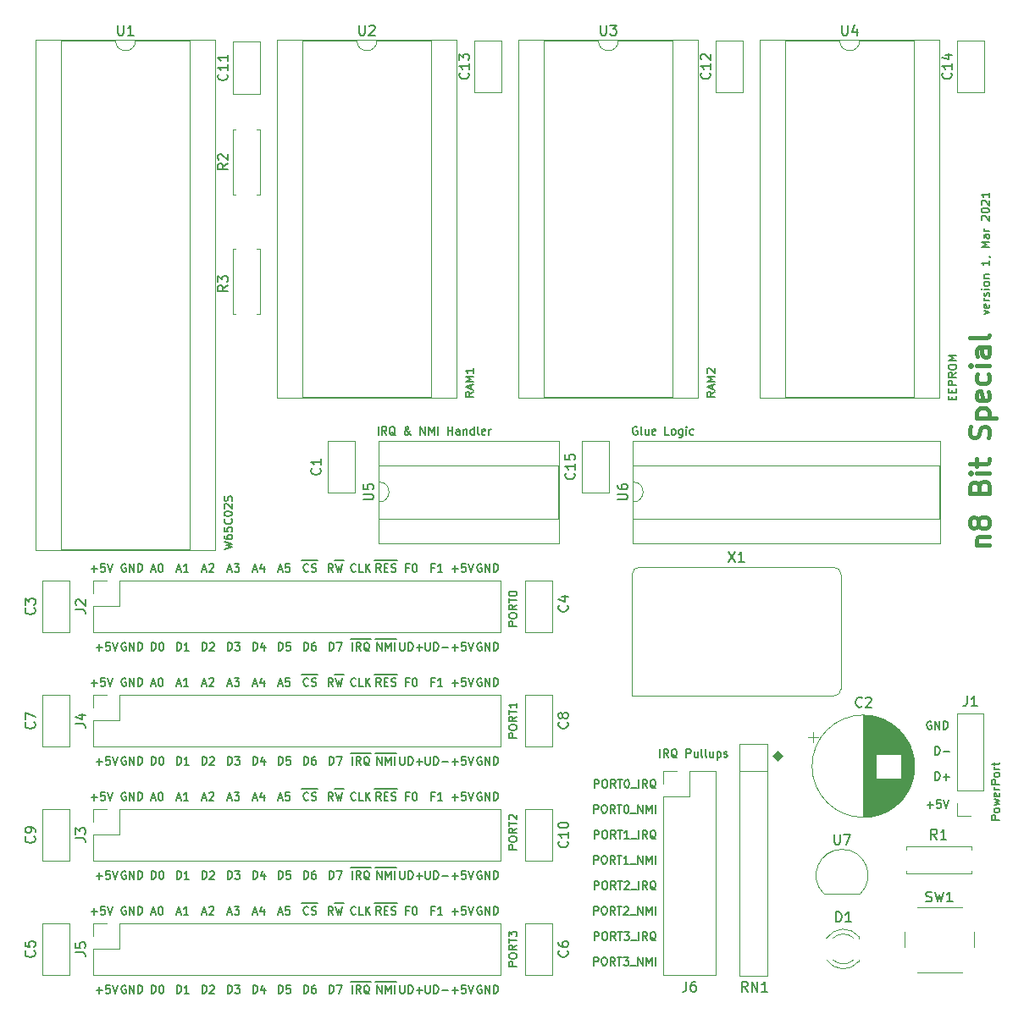
<source format=gbr>
%TF.GenerationSoftware,KiCad,Pcbnew,(5.1.9-0-10_14)*%
%TF.CreationDate,2021-03-08T16:43:49+01:00*%
%TF.ProjectId,n8 bit special,6e382062-6974-4207-9370-656369616c2e,rev?*%
%TF.SameCoordinates,Original*%
%TF.FileFunction,Legend,Top*%
%TF.FilePolarity,Positive*%
%FSLAX46Y46*%
G04 Gerber Fmt 4.6, Leading zero omitted, Abs format (unit mm)*
G04 Created by KiCad (PCBNEW (5.1.9-0-10_14)) date 2021-03-08 16:43:49*
%MOMM*%
%LPD*%
G01*
G04 APERTURE LIST*
%ADD10C,0.100000*%
%ADD11C,0.150000*%
%ADD12C,0.400000*%
%ADD13C,0.120000*%
G04 APERTURE END LIST*
D10*
G36*
X164084000Y-115316000D02*
G01*
X163576000Y-115824000D01*
X163068000Y-115316000D01*
X163576000Y-114808000D01*
X164084000Y-115316000D01*
G37*
X164084000Y-115316000D02*
X163576000Y-115824000D01*
X163068000Y-115316000D01*
X163576000Y-114808000D01*
X164084000Y-115316000D01*
D11*
X123686000Y-83165904D02*
X123686000Y-82365904D01*
X124524095Y-83165904D02*
X124257428Y-82784952D01*
X124066952Y-83165904D02*
X124066952Y-82365904D01*
X124371714Y-82365904D01*
X124447904Y-82404000D01*
X124486000Y-82442095D01*
X124524095Y-82518285D01*
X124524095Y-82632571D01*
X124486000Y-82708761D01*
X124447904Y-82746857D01*
X124371714Y-82784952D01*
X124066952Y-82784952D01*
X125400285Y-83242095D02*
X125324095Y-83204000D01*
X125247904Y-83127809D01*
X125133619Y-83013523D01*
X125057428Y-82975428D01*
X124981238Y-82975428D01*
X125019333Y-83165904D02*
X124943142Y-83127809D01*
X124866952Y-83051619D01*
X124828857Y-82899238D01*
X124828857Y-82632571D01*
X124866952Y-82480190D01*
X124943142Y-82404000D01*
X125019333Y-82365904D01*
X125171714Y-82365904D01*
X125247904Y-82404000D01*
X125324095Y-82480190D01*
X125362190Y-82632571D01*
X125362190Y-82899238D01*
X125324095Y-83051619D01*
X125247904Y-83127809D01*
X125171714Y-83165904D01*
X125019333Y-83165904D01*
X126962190Y-83165904D02*
X126924095Y-83165904D01*
X126847904Y-83127809D01*
X126733619Y-83013523D01*
X126543142Y-82784952D01*
X126466952Y-82670666D01*
X126428857Y-82556380D01*
X126428857Y-82480190D01*
X126466952Y-82404000D01*
X126543142Y-82365904D01*
X126581238Y-82365904D01*
X126657428Y-82404000D01*
X126695523Y-82480190D01*
X126695523Y-82518285D01*
X126657428Y-82594476D01*
X126619333Y-82632571D01*
X126390761Y-82784952D01*
X126352666Y-82823047D01*
X126314571Y-82899238D01*
X126314571Y-83013523D01*
X126352666Y-83089714D01*
X126390761Y-83127809D01*
X126466952Y-83165904D01*
X126581238Y-83165904D01*
X126657428Y-83127809D01*
X126695523Y-83089714D01*
X126809809Y-82937333D01*
X126847904Y-82823047D01*
X126847904Y-82746857D01*
X127914571Y-83165904D02*
X127914571Y-82365904D01*
X128371714Y-83165904D01*
X128371714Y-82365904D01*
X128752666Y-83165904D02*
X128752666Y-82365904D01*
X129019333Y-82937333D01*
X129286000Y-82365904D01*
X129286000Y-83165904D01*
X129666952Y-83165904D02*
X129666952Y-82365904D01*
X130657428Y-83165904D02*
X130657428Y-82365904D01*
X130657428Y-82746857D02*
X131114571Y-82746857D01*
X131114571Y-83165904D02*
X131114571Y-82365904D01*
X131838380Y-83165904D02*
X131838380Y-82746857D01*
X131800285Y-82670666D01*
X131724095Y-82632571D01*
X131571714Y-82632571D01*
X131495523Y-82670666D01*
X131838380Y-83127809D02*
X131762190Y-83165904D01*
X131571714Y-83165904D01*
X131495523Y-83127809D01*
X131457428Y-83051619D01*
X131457428Y-82975428D01*
X131495523Y-82899238D01*
X131571714Y-82861142D01*
X131762190Y-82861142D01*
X131838380Y-82823047D01*
X132219333Y-82632571D02*
X132219333Y-83165904D01*
X132219333Y-82708761D02*
X132257428Y-82670666D01*
X132333619Y-82632571D01*
X132447904Y-82632571D01*
X132524095Y-82670666D01*
X132562190Y-82746857D01*
X132562190Y-83165904D01*
X133286000Y-83165904D02*
X133286000Y-82365904D01*
X133286000Y-83127809D02*
X133209809Y-83165904D01*
X133057428Y-83165904D01*
X132981238Y-83127809D01*
X132943142Y-83089714D01*
X132905047Y-83013523D01*
X132905047Y-82784952D01*
X132943142Y-82708761D01*
X132981238Y-82670666D01*
X133057428Y-82632571D01*
X133209809Y-82632571D01*
X133286000Y-82670666D01*
X133781238Y-83165904D02*
X133705047Y-83127809D01*
X133666952Y-83051619D01*
X133666952Y-82365904D01*
X134390761Y-83127809D02*
X134314571Y-83165904D01*
X134162190Y-83165904D01*
X134086000Y-83127809D01*
X134047904Y-83051619D01*
X134047904Y-82746857D01*
X134086000Y-82670666D01*
X134162190Y-82632571D01*
X134314571Y-82632571D01*
X134390761Y-82670666D01*
X134428857Y-82746857D01*
X134428857Y-82823047D01*
X134047904Y-82899238D01*
X134771714Y-83165904D02*
X134771714Y-82632571D01*
X134771714Y-82784952D02*
X134809809Y-82708761D01*
X134847904Y-82670666D01*
X134924095Y-82632571D01*
X135000285Y-82632571D01*
X184232571Y-71119238D02*
X184765904Y-70928761D01*
X184232571Y-70738285D01*
X184727809Y-70128761D02*
X184765904Y-70204952D01*
X184765904Y-70357333D01*
X184727809Y-70433523D01*
X184651619Y-70471619D01*
X184346857Y-70471619D01*
X184270666Y-70433523D01*
X184232571Y-70357333D01*
X184232571Y-70204952D01*
X184270666Y-70128761D01*
X184346857Y-70090666D01*
X184423047Y-70090666D01*
X184499238Y-70471619D01*
X184765904Y-69747809D02*
X184232571Y-69747809D01*
X184384952Y-69747809D02*
X184308761Y-69709714D01*
X184270666Y-69671619D01*
X184232571Y-69595428D01*
X184232571Y-69519238D01*
X184727809Y-69290666D02*
X184765904Y-69214476D01*
X184765904Y-69062095D01*
X184727809Y-68985904D01*
X184651619Y-68947809D01*
X184613523Y-68947809D01*
X184537333Y-68985904D01*
X184499238Y-69062095D01*
X184499238Y-69176380D01*
X184461142Y-69252571D01*
X184384952Y-69290666D01*
X184346857Y-69290666D01*
X184270666Y-69252571D01*
X184232571Y-69176380D01*
X184232571Y-69062095D01*
X184270666Y-68985904D01*
X184765904Y-68604952D02*
X184232571Y-68604952D01*
X183965904Y-68604952D02*
X184004000Y-68643047D01*
X184042095Y-68604952D01*
X184004000Y-68566857D01*
X183965904Y-68604952D01*
X184042095Y-68604952D01*
X184765904Y-68109714D02*
X184727809Y-68185904D01*
X184689714Y-68224000D01*
X184613523Y-68262095D01*
X184384952Y-68262095D01*
X184308761Y-68224000D01*
X184270666Y-68185904D01*
X184232571Y-68109714D01*
X184232571Y-67995428D01*
X184270666Y-67919238D01*
X184308761Y-67881142D01*
X184384952Y-67843047D01*
X184613523Y-67843047D01*
X184689714Y-67881142D01*
X184727809Y-67919238D01*
X184765904Y-67995428D01*
X184765904Y-68109714D01*
X184232571Y-67500190D02*
X184765904Y-67500190D01*
X184308761Y-67500190D02*
X184270666Y-67462095D01*
X184232571Y-67385904D01*
X184232571Y-67271619D01*
X184270666Y-67195428D01*
X184346857Y-67157333D01*
X184765904Y-67157333D01*
X184765904Y-65747809D02*
X184765904Y-66204952D01*
X184765904Y-65976380D02*
X183965904Y-65976380D01*
X184080190Y-66052571D01*
X184156380Y-66128761D01*
X184194476Y-66204952D01*
X184727809Y-65366857D02*
X184765904Y-65366857D01*
X184842095Y-65404952D01*
X184880190Y-65443047D01*
X184765904Y-64414476D02*
X183965904Y-64414476D01*
X184537333Y-64147809D01*
X183965904Y-63881142D01*
X184765904Y-63881142D01*
X184765904Y-63157333D02*
X184346857Y-63157333D01*
X184270666Y-63195428D01*
X184232571Y-63271619D01*
X184232571Y-63424000D01*
X184270666Y-63500190D01*
X184727809Y-63157333D02*
X184765904Y-63233523D01*
X184765904Y-63424000D01*
X184727809Y-63500190D01*
X184651619Y-63538285D01*
X184575428Y-63538285D01*
X184499238Y-63500190D01*
X184461142Y-63424000D01*
X184461142Y-63233523D01*
X184423047Y-63157333D01*
X184765904Y-62776380D02*
X184232571Y-62776380D01*
X184384952Y-62776380D02*
X184308761Y-62738285D01*
X184270666Y-62700190D01*
X184232571Y-62624000D01*
X184232571Y-62547809D01*
X184042095Y-61709714D02*
X184004000Y-61671619D01*
X183965904Y-61595428D01*
X183965904Y-61404952D01*
X184004000Y-61328761D01*
X184042095Y-61290666D01*
X184118285Y-61252571D01*
X184194476Y-61252571D01*
X184308761Y-61290666D01*
X184765904Y-61747809D01*
X184765904Y-61252571D01*
X183965904Y-60757333D02*
X183965904Y-60681142D01*
X184004000Y-60604952D01*
X184042095Y-60566857D01*
X184118285Y-60528761D01*
X184270666Y-60490666D01*
X184461142Y-60490666D01*
X184613523Y-60528761D01*
X184689714Y-60566857D01*
X184727809Y-60604952D01*
X184765904Y-60681142D01*
X184765904Y-60757333D01*
X184727809Y-60833523D01*
X184689714Y-60871619D01*
X184613523Y-60909714D01*
X184461142Y-60947809D01*
X184270666Y-60947809D01*
X184118285Y-60909714D01*
X184042095Y-60871619D01*
X184004000Y-60833523D01*
X183965904Y-60757333D01*
X184042095Y-60185904D02*
X184004000Y-60147809D01*
X183965904Y-60071619D01*
X183965904Y-59881142D01*
X184004000Y-59804952D01*
X184042095Y-59766857D01*
X184118285Y-59728761D01*
X184194476Y-59728761D01*
X184308761Y-59766857D01*
X184765904Y-60224000D01*
X184765904Y-59728761D01*
X184765904Y-58966857D02*
X184765904Y-59424000D01*
X184765904Y-59195428D02*
X183965904Y-59195428D01*
X184080190Y-59271619D01*
X184156380Y-59347809D01*
X184194476Y-59424000D01*
D12*
X183467428Y-94248571D02*
X184800761Y-94248571D01*
X183657904Y-94248571D02*
X183562666Y-94153333D01*
X183467428Y-93962857D01*
X183467428Y-93677142D01*
X183562666Y-93486666D01*
X183753142Y-93391428D01*
X184800761Y-93391428D01*
X183657904Y-92153333D02*
X183562666Y-92343809D01*
X183467428Y-92439047D01*
X183276952Y-92534285D01*
X183181714Y-92534285D01*
X182991238Y-92439047D01*
X182896000Y-92343809D01*
X182800761Y-92153333D01*
X182800761Y-91772380D01*
X182896000Y-91581904D01*
X182991238Y-91486666D01*
X183181714Y-91391428D01*
X183276952Y-91391428D01*
X183467428Y-91486666D01*
X183562666Y-91581904D01*
X183657904Y-91772380D01*
X183657904Y-92153333D01*
X183753142Y-92343809D01*
X183848380Y-92439047D01*
X184038857Y-92534285D01*
X184419809Y-92534285D01*
X184610285Y-92439047D01*
X184705523Y-92343809D01*
X184800761Y-92153333D01*
X184800761Y-91772380D01*
X184705523Y-91581904D01*
X184610285Y-91486666D01*
X184419809Y-91391428D01*
X184038857Y-91391428D01*
X183848380Y-91486666D01*
X183753142Y-91581904D01*
X183657904Y-91772380D01*
X183753142Y-88343809D02*
X183848380Y-88058095D01*
X183943619Y-87962857D01*
X184134095Y-87867619D01*
X184419809Y-87867619D01*
X184610285Y-87962857D01*
X184705523Y-88058095D01*
X184800761Y-88248571D01*
X184800761Y-89010476D01*
X182800761Y-89010476D01*
X182800761Y-88343809D01*
X182896000Y-88153333D01*
X182991238Y-88058095D01*
X183181714Y-87962857D01*
X183372190Y-87962857D01*
X183562666Y-88058095D01*
X183657904Y-88153333D01*
X183753142Y-88343809D01*
X183753142Y-89010476D01*
X184800761Y-87010476D02*
X183467428Y-87010476D01*
X182800761Y-87010476D02*
X182896000Y-87105714D01*
X182991238Y-87010476D01*
X182896000Y-86915238D01*
X182800761Y-87010476D01*
X182991238Y-87010476D01*
X183467428Y-86343809D02*
X183467428Y-85581904D01*
X182800761Y-86058095D02*
X184515047Y-86058095D01*
X184705523Y-85962857D01*
X184800761Y-85772380D01*
X184800761Y-85581904D01*
X184705523Y-83486666D02*
X184800761Y-83200952D01*
X184800761Y-82724761D01*
X184705523Y-82534285D01*
X184610285Y-82439047D01*
X184419809Y-82343809D01*
X184229333Y-82343809D01*
X184038857Y-82439047D01*
X183943619Y-82534285D01*
X183848380Y-82724761D01*
X183753142Y-83105714D01*
X183657904Y-83296190D01*
X183562666Y-83391428D01*
X183372190Y-83486666D01*
X183181714Y-83486666D01*
X182991238Y-83391428D01*
X182896000Y-83296190D01*
X182800761Y-83105714D01*
X182800761Y-82629523D01*
X182896000Y-82343809D01*
X183467428Y-81486666D02*
X185467428Y-81486666D01*
X183562666Y-81486666D02*
X183467428Y-81296190D01*
X183467428Y-80915238D01*
X183562666Y-80724761D01*
X183657904Y-80629523D01*
X183848380Y-80534285D01*
X184419809Y-80534285D01*
X184610285Y-80629523D01*
X184705523Y-80724761D01*
X184800761Y-80915238D01*
X184800761Y-81296190D01*
X184705523Y-81486666D01*
X184705523Y-78915238D02*
X184800761Y-79105714D01*
X184800761Y-79486666D01*
X184705523Y-79677142D01*
X184515047Y-79772380D01*
X183753142Y-79772380D01*
X183562666Y-79677142D01*
X183467428Y-79486666D01*
X183467428Y-79105714D01*
X183562666Y-78915238D01*
X183753142Y-78820000D01*
X183943619Y-78820000D01*
X184134095Y-79772380D01*
X184705523Y-77105714D02*
X184800761Y-77296190D01*
X184800761Y-77677142D01*
X184705523Y-77867619D01*
X184610285Y-77962857D01*
X184419809Y-78058095D01*
X183848380Y-78058095D01*
X183657904Y-77962857D01*
X183562666Y-77867619D01*
X183467428Y-77677142D01*
X183467428Y-77296190D01*
X183562666Y-77105714D01*
X184800761Y-76248571D02*
X183467428Y-76248571D01*
X182800761Y-76248571D02*
X182896000Y-76343809D01*
X182991238Y-76248571D01*
X182896000Y-76153333D01*
X182800761Y-76248571D01*
X182991238Y-76248571D01*
X184800761Y-74439047D02*
X183753142Y-74439047D01*
X183562666Y-74534285D01*
X183467428Y-74724761D01*
X183467428Y-75105714D01*
X183562666Y-75296190D01*
X184705523Y-74439047D02*
X184800761Y-74629523D01*
X184800761Y-75105714D01*
X184705523Y-75296190D01*
X184515047Y-75391428D01*
X184324571Y-75391428D01*
X184134095Y-75296190D01*
X184038857Y-75105714D01*
X184038857Y-74629523D01*
X183943619Y-74439047D01*
X184800761Y-73200952D02*
X184705523Y-73391428D01*
X184515047Y-73486666D01*
X182800761Y-73486666D01*
D11*
X149555523Y-82404000D02*
X149479333Y-82365904D01*
X149365047Y-82365904D01*
X149250761Y-82404000D01*
X149174571Y-82480190D01*
X149136476Y-82556380D01*
X149098380Y-82708761D01*
X149098380Y-82823047D01*
X149136476Y-82975428D01*
X149174571Y-83051619D01*
X149250761Y-83127809D01*
X149365047Y-83165904D01*
X149441238Y-83165904D01*
X149555523Y-83127809D01*
X149593619Y-83089714D01*
X149593619Y-82823047D01*
X149441238Y-82823047D01*
X150050761Y-83165904D02*
X149974571Y-83127809D01*
X149936476Y-83051619D01*
X149936476Y-82365904D01*
X150698380Y-82632571D02*
X150698380Y-83165904D01*
X150355523Y-82632571D02*
X150355523Y-83051619D01*
X150393619Y-83127809D01*
X150469809Y-83165904D01*
X150584095Y-83165904D01*
X150660285Y-83127809D01*
X150698380Y-83089714D01*
X151384095Y-83127809D02*
X151307904Y-83165904D01*
X151155523Y-83165904D01*
X151079333Y-83127809D01*
X151041238Y-83051619D01*
X151041238Y-82746857D01*
X151079333Y-82670666D01*
X151155523Y-82632571D01*
X151307904Y-82632571D01*
X151384095Y-82670666D01*
X151422190Y-82746857D01*
X151422190Y-82823047D01*
X151041238Y-82899238D01*
X152755523Y-83165904D02*
X152374571Y-83165904D01*
X152374571Y-82365904D01*
X153136476Y-83165904D02*
X153060285Y-83127809D01*
X153022190Y-83089714D01*
X152984095Y-83013523D01*
X152984095Y-82784952D01*
X153022190Y-82708761D01*
X153060285Y-82670666D01*
X153136476Y-82632571D01*
X153250761Y-82632571D01*
X153326952Y-82670666D01*
X153365047Y-82708761D01*
X153403142Y-82784952D01*
X153403142Y-83013523D01*
X153365047Y-83089714D01*
X153326952Y-83127809D01*
X153250761Y-83165904D01*
X153136476Y-83165904D01*
X154088857Y-82632571D02*
X154088857Y-83280190D01*
X154050761Y-83356380D01*
X154012666Y-83394476D01*
X153936476Y-83432571D01*
X153822190Y-83432571D01*
X153746000Y-83394476D01*
X154088857Y-83127809D02*
X154012666Y-83165904D01*
X153860285Y-83165904D01*
X153784095Y-83127809D01*
X153746000Y-83089714D01*
X153707904Y-83013523D01*
X153707904Y-82784952D01*
X153746000Y-82708761D01*
X153784095Y-82670666D01*
X153860285Y-82632571D01*
X154012666Y-82632571D01*
X154088857Y-82670666D01*
X154469809Y-83165904D02*
X154469809Y-82632571D01*
X154469809Y-82365904D02*
X154431714Y-82404000D01*
X154469809Y-82442095D01*
X154507904Y-82404000D01*
X154469809Y-82365904D01*
X154469809Y-82442095D01*
X155193619Y-83127809D02*
X155117428Y-83165904D01*
X154965047Y-83165904D01*
X154888857Y-83127809D01*
X154850761Y-83089714D01*
X154812666Y-83013523D01*
X154812666Y-82784952D01*
X154850761Y-82708761D01*
X154888857Y-82670666D01*
X154965047Y-82632571D01*
X155117428Y-82632571D01*
X155193619Y-82670666D01*
X181044857Y-79679523D02*
X181044857Y-79412857D01*
X181463904Y-79298571D02*
X181463904Y-79679523D01*
X180663904Y-79679523D01*
X180663904Y-79298571D01*
X181044857Y-78955714D02*
X181044857Y-78689047D01*
X181463904Y-78574761D02*
X181463904Y-78955714D01*
X180663904Y-78955714D01*
X180663904Y-78574761D01*
X181463904Y-78231904D02*
X180663904Y-78231904D01*
X180663904Y-77927142D01*
X180702000Y-77850952D01*
X180740095Y-77812857D01*
X180816285Y-77774761D01*
X180930571Y-77774761D01*
X181006761Y-77812857D01*
X181044857Y-77850952D01*
X181082952Y-77927142D01*
X181082952Y-78231904D01*
X181463904Y-76974761D02*
X181082952Y-77241428D01*
X181463904Y-77431904D02*
X180663904Y-77431904D01*
X180663904Y-77127142D01*
X180702000Y-77050952D01*
X180740095Y-77012857D01*
X180816285Y-76974761D01*
X180930571Y-76974761D01*
X181006761Y-77012857D01*
X181044857Y-77050952D01*
X181082952Y-77127142D01*
X181082952Y-77431904D01*
X180663904Y-76479523D02*
X180663904Y-76327142D01*
X180702000Y-76250952D01*
X180778190Y-76174761D01*
X180930571Y-76136666D01*
X181197238Y-76136666D01*
X181349619Y-76174761D01*
X181425809Y-76250952D01*
X181463904Y-76327142D01*
X181463904Y-76479523D01*
X181425809Y-76555714D01*
X181349619Y-76631904D01*
X181197238Y-76670000D01*
X180930571Y-76670000D01*
X180778190Y-76631904D01*
X180702000Y-76555714D01*
X180663904Y-76479523D01*
X181463904Y-75793809D02*
X180663904Y-75793809D01*
X181235333Y-75527142D01*
X180663904Y-75260476D01*
X181463904Y-75260476D01*
X157333904Y-78911333D02*
X156952952Y-79178000D01*
X157333904Y-79368476D02*
X156533904Y-79368476D01*
X156533904Y-79063714D01*
X156572000Y-78987523D01*
X156610095Y-78949428D01*
X156686285Y-78911333D01*
X156800571Y-78911333D01*
X156876761Y-78949428D01*
X156914857Y-78987523D01*
X156952952Y-79063714D01*
X156952952Y-79368476D01*
X157105333Y-78606571D02*
X157105333Y-78225619D01*
X157333904Y-78682761D02*
X156533904Y-78416095D01*
X157333904Y-78149428D01*
X157333904Y-77882761D02*
X156533904Y-77882761D01*
X157105333Y-77616095D01*
X156533904Y-77349428D01*
X157333904Y-77349428D01*
X156610095Y-77006571D02*
X156572000Y-76968476D01*
X156533904Y-76892285D01*
X156533904Y-76701809D01*
X156572000Y-76625619D01*
X156610095Y-76587523D01*
X156686285Y-76549428D01*
X156762476Y-76549428D01*
X156876761Y-76587523D01*
X157333904Y-77044666D01*
X157333904Y-76549428D01*
X133203904Y-78911333D02*
X132822952Y-79178000D01*
X133203904Y-79368476D02*
X132403904Y-79368476D01*
X132403904Y-79063714D01*
X132442000Y-78987523D01*
X132480095Y-78949428D01*
X132556285Y-78911333D01*
X132670571Y-78911333D01*
X132746761Y-78949428D01*
X132784857Y-78987523D01*
X132822952Y-79063714D01*
X132822952Y-79368476D01*
X132975333Y-78606571D02*
X132975333Y-78225619D01*
X133203904Y-78682761D02*
X132403904Y-78416095D01*
X133203904Y-78149428D01*
X133203904Y-77882761D02*
X132403904Y-77882761D01*
X132975333Y-77616095D01*
X132403904Y-77349428D01*
X133203904Y-77349428D01*
X133203904Y-76549428D02*
X133203904Y-77006571D01*
X133203904Y-76778000D02*
X132403904Y-76778000D01*
X132518190Y-76854190D01*
X132594380Y-76930380D01*
X132632476Y-77006571D01*
X108273904Y-94595619D02*
X109073904Y-94405142D01*
X108502476Y-94252761D01*
X109073904Y-94100380D01*
X108273904Y-93909904D01*
X108273904Y-93262285D02*
X108273904Y-93414666D01*
X108312000Y-93490857D01*
X108350095Y-93528952D01*
X108464380Y-93605142D01*
X108616761Y-93643238D01*
X108921523Y-93643238D01*
X108997714Y-93605142D01*
X109035809Y-93567047D01*
X109073904Y-93490857D01*
X109073904Y-93338476D01*
X109035809Y-93262285D01*
X108997714Y-93224190D01*
X108921523Y-93186095D01*
X108731047Y-93186095D01*
X108654857Y-93224190D01*
X108616761Y-93262285D01*
X108578666Y-93338476D01*
X108578666Y-93490857D01*
X108616761Y-93567047D01*
X108654857Y-93605142D01*
X108731047Y-93643238D01*
X108273904Y-92462285D02*
X108273904Y-92843238D01*
X108654857Y-92881333D01*
X108616761Y-92843238D01*
X108578666Y-92767047D01*
X108578666Y-92576571D01*
X108616761Y-92500380D01*
X108654857Y-92462285D01*
X108731047Y-92424190D01*
X108921523Y-92424190D01*
X108997714Y-92462285D01*
X109035809Y-92500380D01*
X109073904Y-92576571D01*
X109073904Y-92767047D01*
X109035809Y-92843238D01*
X108997714Y-92881333D01*
X108997714Y-91624190D02*
X109035809Y-91662285D01*
X109073904Y-91776571D01*
X109073904Y-91852761D01*
X109035809Y-91967047D01*
X108959619Y-92043238D01*
X108883428Y-92081333D01*
X108731047Y-92119428D01*
X108616761Y-92119428D01*
X108464380Y-92081333D01*
X108388190Y-92043238D01*
X108312000Y-91967047D01*
X108273904Y-91852761D01*
X108273904Y-91776571D01*
X108312000Y-91662285D01*
X108350095Y-91624190D01*
X108273904Y-91128952D02*
X108273904Y-91052761D01*
X108312000Y-90976571D01*
X108350095Y-90938476D01*
X108426285Y-90900380D01*
X108578666Y-90862285D01*
X108769142Y-90862285D01*
X108921523Y-90900380D01*
X108997714Y-90938476D01*
X109035809Y-90976571D01*
X109073904Y-91052761D01*
X109073904Y-91128952D01*
X109035809Y-91205142D01*
X108997714Y-91243238D01*
X108921523Y-91281333D01*
X108769142Y-91319428D01*
X108578666Y-91319428D01*
X108426285Y-91281333D01*
X108350095Y-91243238D01*
X108312000Y-91205142D01*
X108273904Y-91128952D01*
X108350095Y-90557523D02*
X108312000Y-90519428D01*
X108273904Y-90443238D01*
X108273904Y-90252761D01*
X108312000Y-90176571D01*
X108350095Y-90138476D01*
X108426285Y-90100380D01*
X108502476Y-90100380D01*
X108616761Y-90138476D01*
X109073904Y-90595619D01*
X109073904Y-90100380D01*
X109035809Y-89795619D02*
X109073904Y-89681333D01*
X109073904Y-89490857D01*
X109035809Y-89414666D01*
X108997714Y-89376571D01*
X108921523Y-89338476D01*
X108845333Y-89338476D01*
X108769142Y-89376571D01*
X108731047Y-89414666D01*
X108692952Y-89490857D01*
X108654857Y-89643238D01*
X108616761Y-89719428D01*
X108578666Y-89757523D01*
X108502476Y-89795619D01*
X108426285Y-89795619D01*
X108350095Y-89757523D01*
X108312000Y-89719428D01*
X108273904Y-89643238D01*
X108273904Y-89452761D01*
X108312000Y-89338476D01*
X185781904Y-121691047D02*
X184981904Y-121691047D01*
X184981904Y-121386285D01*
X185020000Y-121310095D01*
X185058095Y-121272000D01*
X185134285Y-121233904D01*
X185248571Y-121233904D01*
X185324761Y-121272000D01*
X185362857Y-121310095D01*
X185400952Y-121386285D01*
X185400952Y-121691047D01*
X185781904Y-120776761D02*
X185743809Y-120852952D01*
X185705714Y-120891047D01*
X185629523Y-120929142D01*
X185400952Y-120929142D01*
X185324761Y-120891047D01*
X185286666Y-120852952D01*
X185248571Y-120776761D01*
X185248571Y-120662476D01*
X185286666Y-120586285D01*
X185324761Y-120548190D01*
X185400952Y-120510095D01*
X185629523Y-120510095D01*
X185705714Y-120548190D01*
X185743809Y-120586285D01*
X185781904Y-120662476D01*
X185781904Y-120776761D01*
X185248571Y-120243428D02*
X185781904Y-120091047D01*
X185400952Y-119938666D01*
X185781904Y-119786285D01*
X185248571Y-119633904D01*
X185743809Y-119024380D02*
X185781904Y-119100571D01*
X185781904Y-119252952D01*
X185743809Y-119329142D01*
X185667619Y-119367238D01*
X185362857Y-119367238D01*
X185286666Y-119329142D01*
X185248571Y-119252952D01*
X185248571Y-119100571D01*
X185286666Y-119024380D01*
X185362857Y-118986285D01*
X185439047Y-118986285D01*
X185515238Y-119367238D01*
X185781904Y-118643428D02*
X185248571Y-118643428D01*
X185400952Y-118643428D02*
X185324761Y-118605333D01*
X185286666Y-118567238D01*
X185248571Y-118491047D01*
X185248571Y-118414857D01*
X185781904Y-118148190D02*
X184981904Y-118148190D01*
X184981904Y-117843428D01*
X185020000Y-117767238D01*
X185058095Y-117729142D01*
X185134285Y-117691047D01*
X185248571Y-117691047D01*
X185324761Y-117729142D01*
X185362857Y-117767238D01*
X185400952Y-117843428D01*
X185400952Y-118148190D01*
X185781904Y-117233904D02*
X185743809Y-117310095D01*
X185705714Y-117348190D01*
X185629523Y-117386285D01*
X185400952Y-117386285D01*
X185324761Y-117348190D01*
X185286666Y-117310095D01*
X185248571Y-117233904D01*
X185248571Y-117119619D01*
X185286666Y-117043428D01*
X185324761Y-117005333D01*
X185400952Y-116967238D01*
X185629523Y-116967238D01*
X185705714Y-117005333D01*
X185743809Y-117043428D01*
X185781904Y-117119619D01*
X185781904Y-117233904D01*
X185781904Y-116624380D02*
X185248571Y-116624380D01*
X185400952Y-116624380D02*
X185324761Y-116586285D01*
X185286666Y-116548190D01*
X185248571Y-116472000D01*
X185248571Y-116395809D01*
X185248571Y-116243428D02*
X185248571Y-115938666D01*
X184981904Y-116129142D02*
X185667619Y-116129142D01*
X185743809Y-116091047D01*
X185781904Y-116014857D01*
X185781904Y-115938666D01*
X179381238Y-115169904D02*
X179381238Y-114369904D01*
X179571714Y-114369904D01*
X179686000Y-114408000D01*
X179762190Y-114484190D01*
X179800285Y-114560380D01*
X179838380Y-114712761D01*
X179838380Y-114827047D01*
X179800285Y-114979428D01*
X179762190Y-115055619D01*
X179686000Y-115131809D01*
X179571714Y-115169904D01*
X179381238Y-115169904D01*
X180181238Y-114865142D02*
X180790761Y-114865142D01*
X179381238Y-117709904D02*
X179381238Y-116909904D01*
X179571714Y-116909904D01*
X179686000Y-116948000D01*
X179762190Y-117024190D01*
X179800285Y-117100380D01*
X179838380Y-117252761D01*
X179838380Y-117367047D01*
X179800285Y-117519428D01*
X179762190Y-117595619D01*
X179686000Y-117671809D01*
X179571714Y-117709904D01*
X179381238Y-117709904D01*
X180181238Y-117405142D02*
X180790761Y-117405142D01*
X180486000Y-117709904D02*
X180486000Y-117100380D01*
X178549428Y-120199142D02*
X179158952Y-120199142D01*
X178854190Y-120503904D02*
X178854190Y-119894380D01*
X179920857Y-119703904D02*
X179539904Y-119703904D01*
X179501809Y-120084857D01*
X179539904Y-120046761D01*
X179616095Y-120008666D01*
X179806571Y-120008666D01*
X179882761Y-120046761D01*
X179920857Y-120084857D01*
X179958952Y-120161047D01*
X179958952Y-120351523D01*
X179920857Y-120427714D01*
X179882761Y-120465809D01*
X179806571Y-120503904D01*
X179616095Y-120503904D01*
X179539904Y-120465809D01*
X179501809Y-120427714D01*
X180187523Y-119703904D02*
X180454190Y-120503904D01*
X180720857Y-119703904D01*
X178968476Y-111868000D02*
X178892285Y-111829904D01*
X178778000Y-111829904D01*
X178663714Y-111868000D01*
X178587523Y-111944190D01*
X178549428Y-112020380D01*
X178511333Y-112172761D01*
X178511333Y-112287047D01*
X178549428Y-112439428D01*
X178587523Y-112515619D01*
X178663714Y-112591809D01*
X178778000Y-112629904D01*
X178854190Y-112629904D01*
X178968476Y-112591809D01*
X179006571Y-112553714D01*
X179006571Y-112287047D01*
X178854190Y-112287047D01*
X179349428Y-112629904D02*
X179349428Y-111829904D01*
X179806571Y-112629904D01*
X179806571Y-111829904D01*
X180187523Y-112629904D02*
X180187523Y-111829904D01*
X180378000Y-111829904D01*
X180492285Y-111868000D01*
X180568476Y-111944190D01*
X180606571Y-112020380D01*
X180644666Y-112172761D01*
X180644666Y-112287047D01*
X180606571Y-112439428D01*
X180568476Y-112515619D01*
X180492285Y-112591809D01*
X180378000Y-112629904D01*
X180187523Y-112629904D01*
X145250285Y-136251904D02*
X145250285Y-135451904D01*
X145555047Y-135451904D01*
X145631238Y-135490000D01*
X145669333Y-135528095D01*
X145707428Y-135604285D01*
X145707428Y-135718571D01*
X145669333Y-135794761D01*
X145631238Y-135832857D01*
X145555047Y-135870952D01*
X145250285Y-135870952D01*
X146202666Y-135451904D02*
X146355047Y-135451904D01*
X146431238Y-135490000D01*
X146507428Y-135566190D01*
X146545523Y-135718571D01*
X146545523Y-135985238D01*
X146507428Y-136137619D01*
X146431238Y-136213809D01*
X146355047Y-136251904D01*
X146202666Y-136251904D01*
X146126476Y-136213809D01*
X146050285Y-136137619D01*
X146012190Y-135985238D01*
X146012190Y-135718571D01*
X146050285Y-135566190D01*
X146126476Y-135490000D01*
X146202666Y-135451904D01*
X147345523Y-136251904D02*
X147078857Y-135870952D01*
X146888380Y-136251904D02*
X146888380Y-135451904D01*
X147193142Y-135451904D01*
X147269333Y-135490000D01*
X147307428Y-135528095D01*
X147345523Y-135604285D01*
X147345523Y-135718571D01*
X147307428Y-135794761D01*
X147269333Y-135832857D01*
X147193142Y-135870952D01*
X146888380Y-135870952D01*
X147574095Y-135451904D02*
X148031238Y-135451904D01*
X147802666Y-136251904D02*
X147802666Y-135451904D01*
X148221714Y-135451904D02*
X148716952Y-135451904D01*
X148450285Y-135756666D01*
X148564571Y-135756666D01*
X148640761Y-135794761D01*
X148678857Y-135832857D01*
X148716952Y-135909047D01*
X148716952Y-136099523D01*
X148678857Y-136175714D01*
X148640761Y-136213809D01*
X148564571Y-136251904D01*
X148336000Y-136251904D01*
X148259809Y-136213809D01*
X148221714Y-136175714D01*
X148869333Y-136328095D02*
X149478857Y-136328095D01*
X149669333Y-136251904D02*
X149669333Y-135451904D01*
X150126476Y-136251904D01*
X150126476Y-135451904D01*
X150507428Y-136251904D02*
X150507428Y-135451904D01*
X150774095Y-136023333D01*
X151040761Y-135451904D01*
X151040761Y-136251904D01*
X151421714Y-136251904D02*
X151421714Y-135451904D01*
X145307428Y-133711904D02*
X145307428Y-132911904D01*
X145612190Y-132911904D01*
X145688380Y-132950000D01*
X145726476Y-132988095D01*
X145764571Y-133064285D01*
X145764571Y-133178571D01*
X145726476Y-133254761D01*
X145688380Y-133292857D01*
X145612190Y-133330952D01*
X145307428Y-133330952D01*
X146259809Y-132911904D02*
X146412190Y-132911904D01*
X146488380Y-132950000D01*
X146564571Y-133026190D01*
X146602666Y-133178571D01*
X146602666Y-133445238D01*
X146564571Y-133597619D01*
X146488380Y-133673809D01*
X146412190Y-133711904D01*
X146259809Y-133711904D01*
X146183619Y-133673809D01*
X146107428Y-133597619D01*
X146069333Y-133445238D01*
X146069333Y-133178571D01*
X146107428Y-133026190D01*
X146183619Y-132950000D01*
X146259809Y-132911904D01*
X147402666Y-133711904D02*
X147136000Y-133330952D01*
X146945523Y-133711904D02*
X146945523Y-132911904D01*
X147250285Y-132911904D01*
X147326476Y-132950000D01*
X147364571Y-132988095D01*
X147402666Y-133064285D01*
X147402666Y-133178571D01*
X147364571Y-133254761D01*
X147326476Y-133292857D01*
X147250285Y-133330952D01*
X146945523Y-133330952D01*
X147631238Y-132911904D02*
X148088380Y-132911904D01*
X147859809Y-133711904D02*
X147859809Y-132911904D01*
X148278857Y-132911904D02*
X148774095Y-132911904D01*
X148507428Y-133216666D01*
X148621714Y-133216666D01*
X148697904Y-133254761D01*
X148736000Y-133292857D01*
X148774095Y-133369047D01*
X148774095Y-133559523D01*
X148736000Y-133635714D01*
X148697904Y-133673809D01*
X148621714Y-133711904D01*
X148393142Y-133711904D01*
X148316952Y-133673809D01*
X148278857Y-133635714D01*
X148926476Y-133788095D02*
X149536000Y-133788095D01*
X149726476Y-133711904D02*
X149726476Y-132911904D01*
X150564571Y-133711904D02*
X150297904Y-133330952D01*
X150107428Y-133711904D02*
X150107428Y-132911904D01*
X150412190Y-132911904D01*
X150488380Y-132950000D01*
X150526476Y-132988095D01*
X150564571Y-133064285D01*
X150564571Y-133178571D01*
X150526476Y-133254761D01*
X150488380Y-133292857D01*
X150412190Y-133330952D01*
X150107428Y-133330952D01*
X151440761Y-133788095D02*
X151364571Y-133750000D01*
X151288380Y-133673809D01*
X151174095Y-133559523D01*
X151097904Y-133521428D01*
X151021714Y-133521428D01*
X151059809Y-133711904D02*
X150983619Y-133673809D01*
X150907428Y-133597619D01*
X150869333Y-133445238D01*
X150869333Y-133178571D01*
X150907428Y-133026190D01*
X150983619Y-132950000D01*
X151059809Y-132911904D01*
X151212190Y-132911904D01*
X151288380Y-132950000D01*
X151364571Y-133026190D01*
X151402666Y-133178571D01*
X151402666Y-133445238D01*
X151364571Y-133597619D01*
X151288380Y-133673809D01*
X151212190Y-133711904D01*
X151059809Y-133711904D01*
X145250285Y-131171904D02*
X145250285Y-130371904D01*
X145555047Y-130371904D01*
X145631238Y-130410000D01*
X145669333Y-130448095D01*
X145707428Y-130524285D01*
X145707428Y-130638571D01*
X145669333Y-130714761D01*
X145631238Y-130752857D01*
X145555047Y-130790952D01*
X145250285Y-130790952D01*
X146202666Y-130371904D02*
X146355047Y-130371904D01*
X146431238Y-130410000D01*
X146507428Y-130486190D01*
X146545523Y-130638571D01*
X146545523Y-130905238D01*
X146507428Y-131057619D01*
X146431238Y-131133809D01*
X146355047Y-131171904D01*
X146202666Y-131171904D01*
X146126476Y-131133809D01*
X146050285Y-131057619D01*
X146012190Y-130905238D01*
X146012190Y-130638571D01*
X146050285Y-130486190D01*
X146126476Y-130410000D01*
X146202666Y-130371904D01*
X147345523Y-131171904D02*
X147078857Y-130790952D01*
X146888380Y-131171904D02*
X146888380Y-130371904D01*
X147193142Y-130371904D01*
X147269333Y-130410000D01*
X147307428Y-130448095D01*
X147345523Y-130524285D01*
X147345523Y-130638571D01*
X147307428Y-130714761D01*
X147269333Y-130752857D01*
X147193142Y-130790952D01*
X146888380Y-130790952D01*
X147574095Y-130371904D02*
X148031238Y-130371904D01*
X147802666Y-131171904D02*
X147802666Y-130371904D01*
X148259809Y-130448095D02*
X148297904Y-130410000D01*
X148374095Y-130371904D01*
X148564571Y-130371904D01*
X148640761Y-130410000D01*
X148678857Y-130448095D01*
X148716952Y-130524285D01*
X148716952Y-130600476D01*
X148678857Y-130714761D01*
X148221714Y-131171904D01*
X148716952Y-131171904D01*
X148869333Y-131248095D02*
X149478857Y-131248095D01*
X149669333Y-131171904D02*
X149669333Y-130371904D01*
X150126476Y-131171904D01*
X150126476Y-130371904D01*
X150507428Y-131171904D02*
X150507428Y-130371904D01*
X150774095Y-130943333D01*
X151040761Y-130371904D01*
X151040761Y-131171904D01*
X151421714Y-131171904D02*
X151421714Y-130371904D01*
X145307428Y-128631904D02*
X145307428Y-127831904D01*
X145612190Y-127831904D01*
X145688380Y-127870000D01*
X145726476Y-127908095D01*
X145764571Y-127984285D01*
X145764571Y-128098571D01*
X145726476Y-128174761D01*
X145688380Y-128212857D01*
X145612190Y-128250952D01*
X145307428Y-128250952D01*
X146259809Y-127831904D02*
X146412190Y-127831904D01*
X146488380Y-127870000D01*
X146564571Y-127946190D01*
X146602666Y-128098571D01*
X146602666Y-128365238D01*
X146564571Y-128517619D01*
X146488380Y-128593809D01*
X146412190Y-128631904D01*
X146259809Y-128631904D01*
X146183619Y-128593809D01*
X146107428Y-128517619D01*
X146069333Y-128365238D01*
X146069333Y-128098571D01*
X146107428Y-127946190D01*
X146183619Y-127870000D01*
X146259809Y-127831904D01*
X147402666Y-128631904D02*
X147136000Y-128250952D01*
X146945523Y-128631904D02*
X146945523Y-127831904D01*
X147250285Y-127831904D01*
X147326476Y-127870000D01*
X147364571Y-127908095D01*
X147402666Y-127984285D01*
X147402666Y-128098571D01*
X147364571Y-128174761D01*
X147326476Y-128212857D01*
X147250285Y-128250952D01*
X146945523Y-128250952D01*
X147631238Y-127831904D02*
X148088380Y-127831904D01*
X147859809Y-128631904D02*
X147859809Y-127831904D01*
X148316952Y-127908095D02*
X148355047Y-127870000D01*
X148431238Y-127831904D01*
X148621714Y-127831904D01*
X148697904Y-127870000D01*
X148736000Y-127908095D01*
X148774095Y-127984285D01*
X148774095Y-128060476D01*
X148736000Y-128174761D01*
X148278857Y-128631904D01*
X148774095Y-128631904D01*
X148926476Y-128708095D02*
X149536000Y-128708095D01*
X149726476Y-128631904D02*
X149726476Y-127831904D01*
X150564571Y-128631904D02*
X150297904Y-128250952D01*
X150107428Y-128631904D02*
X150107428Y-127831904D01*
X150412190Y-127831904D01*
X150488380Y-127870000D01*
X150526476Y-127908095D01*
X150564571Y-127984285D01*
X150564571Y-128098571D01*
X150526476Y-128174761D01*
X150488380Y-128212857D01*
X150412190Y-128250952D01*
X150107428Y-128250952D01*
X151440761Y-128708095D02*
X151364571Y-128670000D01*
X151288380Y-128593809D01*
X151174095Y-128479523D01*
X151097904Y-128441428D01*
X151021714Y-128441428D01*
X151059809Y-128631904D02*
X150983619Y-128593809D01*
X150907428Y-128517619D01*
X150869333Y-128365238D01*
X150869333Y-128098571D01*
X150907428Y-127946190D01*
X150983619Y-127870000D01*
X151059809Y-127831904D01*
X151212190Y-127831904D01*
X151288380Y-127870000D01*
X151364571Y-127946190D01*
X151402666Y-128098571D01*
X151402666Y-128365238D01*
X151364571Y-128517619D01*
X151288380Y-128593809D01*
X151212190Y-128631904D01*
X151059809Y-128631904D01*
X145250285Y-126091904D02*
X145250285Y-125291904D01*
X145555047Y-125291904D01*
X145631238Y-125330000D01*
X145669333Y-125368095D01*
X145707428Y-125444285D01*
X145707428Y-125558571D01*
X145669333Y-125634761D01*
X145631238Y-125672857D01*
X145555047Y-125710952D01*
X145250285Y-125710952D01*
X146202666Y-125291904D02*
X146355047Y-125291904D01*
X146431238Y-125330000D01*
X146507428Y-125406190D01*
X146545523Y-125558571D01*
X146545523Y-125825238D01*
X146507428Y-125977619D01*
X146431238Y-126053809D01*
X146355047Y-126091904D01*
X146202666Y-126091904D01*
X146126476Y-126053809D01*
X146050285Y-125977619D01*
X146012190Y-125825238D01*
X146012190Y-125558571D01*
X146050285Y-125406190D01*
X146126476Y-125330000D01*
X146202666Y-125291904D01*
X147345523Y-126091904D02*
X147078857Y-125710952D01*
X146888380Y-126091904D02*
X146888380Y-125291904D01*
X147193142Y-125291904D01*
X147269333Y-125330000D01*
X147307428Y-125368095D01*
X147345523Y-125444285D01*
X147345523Y-125558571D01*
X147307428Y-125634761D01*
X147269333Y-125672857D01*
X147193142Y-125710952D01*
X146888380Y-125710952D01*
X147574095Y-125291904D02*
X148031238Y-125291904D01*
X147802666Y-126091904D02*
X147802666Y-125291904D01*
X148716952Y-126091904D02*
X148259809Y-126091904D01*
X148488380Y-126091904D02*
X148488380Y-125291904D01*
X148412190Y-125406190D01*
X148336000Y-125482380D01*
X148259809Y-125520476D01*
X148869333Y-126168095D02*
X149478857Y-126168095D01*
X149669333Y-126091904D02*
X149669333Y-125291904D01*
X150126476Y-126091904D01*
X150126476Y-125291904D01*
X150507428Y-126091904D02*
X150507428Y-125291904D01*
X150774095Y-125863333D01*
X151040761Y-125291904D01*
X151040761Y-126091904D01*
X151421714Y-126091904D02*
X151421714Y-125291904D01*
X145307428Y-123551904D02*
X145307428Y-122751904D01*
X145612190Y-122751904D01*
X145688380Y-122790000D01*
X145726476Y-122828095D01*
X145764571Y-122904285D01*
X145764571Y-123018571D01*
X145726476Y-123094761D01*
X145688380Y-123132857D01*
X145612190Y-123170952D01*
X145307428Y-123170952D01*
X146259809Y-122751904D02*
X146412190Y-122751904D01*
X146488380Y-122790000D01*
X146564571Y-122866190D01*
X146602666Y-123018571D01*
X146602666Y-123285238D01*
X146564571Y-123437619D01*
X146488380Y-123513809D01*
X146412190Y-123551904D01*
X146259809Y-123551904D01*
X146183619Y-123513809D01*
X146107428Y-123437619D01*
X146069333Y-123285238D01*
X146069333Y-123018571D01*
X146107428Y-122866190D01*
X146183619Y-122790000D01*
X146259809Y-122751904D01*
X147402666Y-123551904D02*
X147136000Y-123170952D01*
X146945523Y-123551904D02*
X146945523Y-122751904D01*
X147250285Y-122751904D01*
X147326476Y-122790000D01*
X147364571Y-122828095D01*
X147402666Y-122904285D01*
X147402666Y-123018571D01*
X147364571Y-123094761D01*
X147326476Y-123132857D01*
X147250285Y-123170952D01*
X146945523Y-123170952D01*
X147631238Y-122751904D02*
X148088380Y-122751904D01*
X147859809Y-123551904D02*
X147859809Y-122751904D01*
X148774095Y-123551904D02*
X148316952Y-123551904D01*
X148545523Y-123551904D02*
X148545523Y-122751904D01*
X148469333Y-122866190D01*
X148393142Y-122942380D01*
X148316952Y-122980476D01*
X148926476Y-123628095D02*
X149536000Y-123628095D01*
X149726476Y-123551904D02*
X149726476Y-122751904D01*
X150564571Y-123551904D02*
X150297904Y-123170952D01*
X150107428Y-123551904D02*
X150107428Y-122751904D01*
X150412190Y-122751904D01*
X150488380Y-122790000D01*
X150526476Y-122828095D01*
X150564571Y-122904285D01*
X150564571Y-123018571D01*
X150526476Y-123094761D01*
X150488380Y-123132857D01*
X150412190Y-123170952D01*
X150107428Y-123170952D01*
X151440761Y-123628095D02*
X151364571Y-123590000D01*
X151288380Y-123513809D01*
X151174095Y-123399523D01*
X151097904Y-123361428D01*
X151021714Y-123361428D01*
X151059809Y-123551904D02*
X150983619Y-123513809D01*
X150907428Y-123437619D01*
X150869333Y-123285238D01*
X150869333Y-123018571D01*
X150907428Y-122866190D01*
X150983619Y-122790000D01*
X151059809Y-122751904D01*
X151212190Y-122751904D01*
X151288380Y-122790000D01*
X151364571Y-122866190D01*
X151402666Y-123018571D01*
X151402666Y-123285238D01*
X151364571Y-123437619D01*
X151288380Y-123513809D01*
X151212190Y-123551904D01*
X151059809Y-123551904D01*
X145250285Y-121011904D02*
X145250285Y-120211904D01*
X145555047Y-120211904D01*
X145631238Y-120250000D01*
X145669333Y-120288095D01*
X145707428Y-120364285D01*
X145707428Y-120478571D01*
X145669333Y-120554761D01*
X145631238Y-120592857D01*
X145555047Y-120630952D01*
X145250285Y-120630952D01*
X146202666Y-120211904D02*
X146355047Y-120211904D01*
X146431238Y-120250000D01*
X146507428Y-120326190D01*
X146545523Y-120478571D01*
X146545523Y-120745238D01*
X146507428Y-120897619D01*
X146431238Y-120973809D01*
X146355047Y-121011904D01*
X146202666Y-121011904D01*
X146126476Y-120973809D01*
X146050285Y-120897619D01*
X146012190Y-120745238D01*
X146012190Y-120478571D01*
X146050285Y-120326190D01*
X146126476Y-120250000D01*
X146202666Y-120211904D01*
X147345523Y-121011904D02*
X147078857Y-120630952D01*
X146888380Y-121011904D02*
X146888380Y-120211904D01*
X147193142Y-120211904D01*
X147269333Y-120250000D01*
X147307428Y-120288095D01*
X147345523Y-120364285D01*
X147345523Y-120478571D01*
X147307428Y-120554761D01*
X147269333Y-120592857D01*
X147193142Y-120630952D01*
X146888380Y-120630952D01*
X147574095Y-120211904D02*
X148031238Y-120211904D01*
X147802666Y-121011904D02*
X147802666Y-120211904D01*
X148450285Y-120211904D02*
X148526476Y-120211904D01*
X148602666Y-120250000D01*
X148640761Y-120288095D01*
X148678857Y-120364285D01*
X148716952Y-120516666D01*
X148716952Y-120707142D01*
X148678857Y-120859523D01*
X148640761Y-120935714D01*
X148602666Y-120973809D01*
X148526476Y-121011904D01*
X148450285Y-121011904D01*
X148374095Y-120973809D01*
X148336000Y-120935714D01*
X148297904Y-120859523D01*
X148259809Y-120707142D01*
X148259809Y-120516666D01*
X148297904Y-120364285D01*
X148336000Y-120288095D01*
X148374095Y-120250000D01*
X148450285Y-120211904D01*
X148869333Y-121088095D02*
X149478857Y-121088095D01*
X149669333Y-121011904D02*
X149669333Y-120211904D01*
X150126476Y-121011904D01*
X150126476Y-120211904D01*
X150507428Y-121011904D02*
X150507428Y-120211904D01*
X150774095Y-120783333D01*
X151040761Y-120211904D01*
X151040761Y-121011904D01*
X151421714Y-121011904D02*
X151421714Y-120211904D01*
X145307428Y-118471904D02*
X145307428Y-117671904D01*
X145612190Y-117671904D01*
X145688380Y-117710000D01*
X145726476Y-117748095D01*
X145764571Y-117824285D01*
X145764571Y-117938571D01*
X145726476Y-118014761D01*
X145688380Y-118052857D01*
X145612190Y-118090952D01*
X145307428Y-118090952D01*
X146259809Y-117671904D02*
X146412190Y-117671904D01*
X146488380Y-117710000D01*
X146564571Y-117786190D01*
X146602666Y-117938571D01*
X146602666Y-118205238D01*
X146564571Y-118357619D01*
X146488380Y-118433809D01*
X146412190Y-118471904D01*
X146259809Y-118471904D01*
X146183619Y-118433809D01*
X146107428Y-118357619D01*
X146069333Y-118205238D01*
X146069333Y-117938571D01*
X146107428Y-117786190D01*
X146183619Y-117710000D01*
X146259809Y-117671904D01*
X147402666Y-118471904D02*
X147136000Y-118090952D01*
X146945523Y-118471904D02*
X146945523Y-117671904D01*
X147250285Y-117671904D01*
X147326476Y-117710000D01*
X147364571Y-117748095D01*
X147402666Y-117824285D01*
X147402666Y-117938571D01*
X147364571Y-118014761D01*
X147326476Y-118052857D01*
X147250285Y-118090952D01*
X146945523Y-118090952D01*
X147631238Y-117671904D02*
X148088380Y-117671904D01*
X147859809Y-118471904D02*
X147859809Y-117671904D01*
X148507428Y-117671904D02*
X148583619Y-117671904D01*
X148659809Y-117710000D01*
X148697904Y-117748095D01*
X148736000Y-117824285D01*
X148774095Y-117976666D01*
X148774095Y-118167142D01*
X148736000Y-118319523D01*
X148697904Y-118395714D01*
X148659809Y-118433809D01*
X148583619Y-118471904D01*
X148507428Y-118471904D01*
X148431238Y-118433809D01*
X148393142Y-118395714D01*
X148355047Y-118319523D01*
X148316952Y-118167142D01*
X148316952Y-117976666D01*
X148355047Y-117824285D01*
X148393142Y-117748095D01*
X148431238Y-117710000D01*
X148507428Y-117671904D01*
X148926476Y-118548095D02*
X149536000Y-118548095D01*
X149726476Y-118471904D02*
X149726476Y-117671904D01*
X150564571Y-118471904D02*
X150297904Y-118090952D01*
X150107428Y-118471904D02*
X150107428Y-117671904D01*
X150412190Y-117671904D01*
X150488380Y-117710000D01*
X150526476Y-117748095D01*
X150564571Y-117824285D01*
X150564571Y-117938571D01*
X150526476Y-118014761D01*
X150488380Y-118052857D01*
X150412190Y-118090952D01*
X150107428Y-118090952D01*
X151440761Y-118548095D02*
X151364571Y-118510000D01*
X151288380Y-118433809D01*
X151174095Y-118319523D01*
X151097904Y-118281428D01*
X151021714Y-118281428D01*
X151059809Y-118471904D02*
X150983619Y-118433809D01*
X150907428Y-118357619D01*
X150869333Y-118205238D01*
X150869333Y-117938571D01*
X150907428Y-117786190D01*
X150983619Y-117710000D01*
X151059809Y-117671904D01*
X151212190Y-117671904D01*
X151288380Y-117710000D01*
X151364571Y-117786190D01*
X151402666Y-117938571D01*
X151402666Y-118205238D01*
X151364571Y-118357619D01*
X151288380Y-118433809D01*
X151212190Y-118471904D01*
X151059809Y-118471904D01*
X151841619Y-115423904D02*
X151841619Y-114623904D01*
X152679714Y-115423904D02*
X152413047Y-115042952D01*
X152222571Y-115423904D02*
X152222571Y-114623904D01*
X152527333Y-114623904D01*
X152603523Y-114662000D01*
X152641619Y-114700095D01*
X152679714Y-114776285D01*
X152679714Y-114890571D01*
X152641619Y-114966761D01*
X152603523Y-115004857D01*
X152527333Y-115042952D01*
X152222571Y-115042952D01*
X153555904Y-115500095D02*
X153479714Y-115462000D01*
X153403523Y-115385809D01*
X153289238Y-115271523D01*
X153213047Y-115233428D01*
X153136857Y-115233428D01*
X153174952Y-115423904D02*
X153098761Y-115385809D01*
X153022571Y-115309619D01*
X152984476Y-115157238D01*
X152984476Y-114890571D01*
X153022571Y-114738190D01*
X153098761Y-114662000D01*
X153174952Y-114623904D01*
X153327333Y-114623904D01*
X153403523Y-114662000D01*
X153479714Y-114738190D01*
X153517809Y-114890571D01*
X153517809Y-115157238D01*
X153479714Y-115309619D01*
X153403523Y-115385809D01*
X153327333Y-115423904D01*
X153174952Y-115423904D01*
X154470190Y-115423904D02*
X154470190Y-114623904D01*
X154774952Y-114623904D01*
X154851142Y-114662000D01*
X154889238Y-114700095D01*
X154927333Y-114776285D01*
X154927333Y-114890571D01*
X154889238Y-114966761D01*
X154851142Y-115004857D01*
X154774952Y-115042952D01*
X154470190Y-115042952D01*
X155613047Y-114890571D02*
X155613047Y-115423904D01*
X155270190Y-114890571D02*
X155270190Y-115309619D01*
X155308285Y-115385809D01*
X155384476Y-115423904D01*
X155498761Y-115423904D01*
X155574952Y-115385809D01*
X155613047Y-115347714D01*
X156108285Y-115423904D02*
X156032095Y-115385809D01*
X155994000Y-115309619D01*
X155994000Y-114623904D01*
X156527333Y-115423904D02*
X156451142Y-115385809D01*
X156413047Y-115309619D01*
X156413047Y-114623904D01*
X157174952Y-114890571D02*
X157174952Y-115423904D01*
X156832095Y-114890571D02*
X156832095Y-115309619D01*
X156870190Y-115385809D01*
X156946380Y-115423904D01*
X157060666Y-115423904D01*
X157136857Y-115385809D01*
X157174952Y-115347714D01*
X157555904Y-114890571D02*
X157555904Y-115690571D01*
X157555904Y-114928666D02*
X157632095Y-114890571D01*
X157784476Y-114890571D01*
X157860666Y-114928666D01*
X157898761Y-114966761D01*
X157936857Y-115042952D01*
X157936857Y-115271523D01*
X157898761Y-115347714D01*
X157860666Y-115385809D01*
X157784476Y-115423904D01*
X157632095Y-115423904D01*
X157555904Y-115385809D01*
X158241619Y-115385809D02*
X158317809Y-115423904D01*
X158470190Y-115423904D01*
X158546380Y-115385809D01*
X158584476Y-115309619D01*
X158584476Y-115271523D01*
X158546380Y-115195333D01*
X158470190Y-115157238D01*
X158355904Y-115157238D01*
X158279714Y-115119142D01*
X158241619Y-115042952D01*
X158241619Y-115004857D01*
X158279714Y-114928666D01*
X158355904Y-114890571D01*
X158470190Y-114890571D01*
X158546380Y-114928666D01*
X106089523Y-139045904D02*
X106089523Y-138245904D01*
X106280000Y-138245904D01*
X106394285Y-138284000D01*
X106470476Y-138360190D01*
X106508571Y-138436380D01*
X106546666Y-138588761D01*
X106546666Y-138703047D01*
X106508571Y-138855428D01*
X106470476Y-138931619D01*
X106394285Y-139007809D01*
X106280000Y-139045904D01*
X106089523Y-139045904D01*
X106851428Y-138322095D02*
X106889523Y-138284000D01*
X106965714Y-138245904D01*
X107156190Y-138245904D01*
X107232380Y-138284000D01*
X107270476Y-138322095D01*
X107308571Y-138398285D01*
X107308571Y-138474476D01*
X107270476Y-138588761D01*
X106813333Y-139045904D01*
X107308571Y-139045904D01*
X118789523Y-139045904D02*
X118789523Y-138245904D01*
X118980000Y-138245904D01*
X119094285Y-138284000D01*
X119170476Y-138360190D01*
X119208571Y-138436380D01*
X119246666Y-138588761D01*
X119246666Y-138703047D01*
X119208571Y-138855428D01*
X119170476Y-138931619D01*
X119094285Y-139007809D01*
X118980000Y-139045904D01*
X118789523Y-139045904D01*
X119513333Y-138245904D02*
X120046666Y-138245904D01*
X119703809Y-139045904D01*
X101009523Y-139045904D02*
X101009523Y-138245904D01*
X101200000Y-138245904D01*
X101314285Y-138284000D01*
X101390476Y-138360190D01*
X101428571Y-138436380D01*
X101466666Y-138588761D01*
X101466666Y-138703047D01*
X101428571Y-138855428D01*
X101390476Y-138931619D01*
X101314285Y-139007809D01*
X101200000Y-139045904D01*
X101009523Y-139045904D01*
X101961904Y-138245904D02*
X102038095Y-138245904D01*
X102114285Y-138284000D01*
X102152380Y-138322095D01*
X102190476Y-138398285D01*
X102228571Y-138550666D01*
X102228571Y-138741142D01*
X102190476Y-138893523D01*
X102152380Y-138969714D01*
X102114285Y-139007809D01*
X102038095Y-139045904D01*
X101961904Y-139045904D01*
X101885714Y-139007809D01*
X101847619Y-138969714D01*
X101809523Y-138893523D01*
X101771428Y-138741142D01*
X101771428Y-138550666D01*
X101809523Y-138398285D01*
X101847619Y-138322095D01*
X101885714Y-138284000D01*
X101961904Y-138245904D01*
X103549523Y-139045904D02*
X103549523Y-138245904D01*
X103740000Y-138245904D01*
X103854285Y-138284000D01*
X103930476Y-138360190D01*
X103968571Y-138436380D01*
X104006666Y-138588761D01*
X104006666Y-138703047D01*
X103968571Y-138855428D01*
X103930476Y-138931619D01*
X103854285Y-139007809D01*
X103740000Y-139045904D01*
X103549523Y-139045904D01*
X104768571Y-139045904D02*
X104311428Y-139045904D01*
X104540000Y-139045904D02*
X104540000Y-138245904D01*
X104463809Y-138360190D01*
X104387619Y-138436380D01*
X104311428Y-138474476D01*
X116249523Y-139045904D02*
X116249523Y-138245904D01*
X116440000Y-138245904D01*
X116554285Y-138284000D01*
X116630476Y-138360190D01*
X116668571Y-138436380D01*
X116706666Y-138588761D01*
X116706666Y-138703047D01*
X116668571Y-138855428D01*
X116630476Y-138931619D01*
X116554285Y-139007809D01*
X116440000Y-139045904D01*
X116249523Y-139045904D01*
X117392380Y-138245904D02*
X117240000Y-138245904D01*
X117163809Y-138284000D01*
X117125714Y-138322095D01*
X117049523Y-138436380D01*
X117011428Y-138588761D01*
X117011428Y-138893523D01*
X117049523Y-138969714D01*
X117087619Y-139007809D01*
X117163809Y-139045904D01*
X117316190Y-139045904D01*
X117392380Y-139007809D01*
X117430476Y-138969714D01*
X117468571Y-138893523D01*
X117468571Y-138703047D01*
X117430476Y-138626857D01*
X117392380Y-138588761D01*
X117316190Y-138550666D01*
X117163809Y-138550666D01*
X117087619Y-138588761D01*
X117049523Y-138626857D01*
X117011428Y-138703047D01*
X113709523Y-139045904D02*
X113709523Y-138245904D01*
X113900000Y-138245904D01*
X114014285Y-138284000D01*
X114090476Y-138360190D01*
X114128571Y-138436380D01*
X114166666Y-138588761D01*
X114166666Y-138703047D01*
X114128571Y-138855428D01*
X114090476Y-138931619D01*
X114014285Y-139007809D01*
X113900000Y-139045904D01*
X113709523Y-139045904D01*
X114890476Y-138245904D02*
X114509523Y-138245904D01*
X114471428Y-138626857D01*
X114509523Y-138588761D01*
X114585714Y-138550666D01*
X114776190Y-138550666D01*
X114852380Y-138588761D01*
X114890476Y-138626857D01*
X114928571Y-138703047D01*
X114928571Y-138893523D01*
X114890476Y-138969714D01*
X114852380Y-139007809D01*
X114776190Y-139045904D01*
X114585714Y-139045904D01*
X114509523Y-139007809D01*
X114471428Y-138969714D01*
X134010476Y-138284000D02*
X133934285Y-138245904D01*
X133820000Y-138245904D01*
X133705714Y-138284000D01*
X133629523Y-138360190D01*
X133591428Y-138436380D01*
X133553333Y-138588761D01*
X133553333Y-138703047D01*
X133591428Y-138855428D01*
X133629523Y-138931619D01*
X133705714Y-139007809D01*
X133820000Y-139045904D01*
X133896190Y-139045904D01*
X134010476Y-139007809D01*
X134048571Y-138969714D01*
X134048571Y-138703047D01*
X133896190Y-138703047D01*
X134391428Y-139045904D02*
X134391428Y-138245904D01*
X134848571Y-139045904D01*
X134848571Y-138245904D01*
X135229523Y-139045904D02*
X135229523Y-138245904D01*
X135420000Y-138245904D01*
X135534285Y-138284000D01*
X135610476Y-138360190D01*
X135648571Y-138436380D01*
X135686666Y-138588761D01*
X135686666Y-138703047D01*
X135648571Y-138855428D01*
X135610476Y-138931619D01*
X135534285Y-139007809D01*
X135420000Y-139045904D01*
X135229523Y-139045904D01*
X131051428Y-138741142D02*
X131660952Y-138741142D01*
X131356190Y-139045904D02*
X131356190Y-138436380D01*
X132422857Y-138245904D02*
X132041904Y-138245904D01*
X132003809Y-138626857D01*
X132041904Y-138588761D01*
X132118095Y-138550666D01*
X132308571Y-138550666D01*
X132384761Y-138588761D01*
X132422857Y-138626857D01*
X132460952Y-138703047D01*
X132460952Y-138893523D01*
X132422857Y-138969714D01*
X132384761Y-139007809D01*
X132308571Y-139045904D01*
X132118095Y-139045904D01*
X132041904Y-139007809D01*
X132003809Y-138969714D01*
X132689523Y-138245904D02*
X132956190Y-139045904D01*
X133222857Y-138245904D01*
X95491428Y-138741142D02*
X96100952Y-138741142D01*
X95796190Y-139045904D02*
X95796190Y-138436380D01*
X96862857Y-138245904D02*
X96481904Y-138245904D01*
X96443809Y-138626857D01*
X96481904Y-138588761D01*
X96558095Y-138550666D01*
X96748571Y-138550666D01*
X96824761Y-138588761D01*
X96862857Y-138626857D01*
X96900952Y-138703047D01*
X96900952Y-138893523D01*
X96862857Y-138969714D01*
X96824761Y-139007809D01*
X96748571Y-139045904D01*
X96558095Y-139045904D01*
X96481904Y-139007809D01*
X96443809Y-138969714D01*
X97129523Y-138245904D02*
X97396190Y-139045904D01*
X97662857Y-138245904D01*
X128416190Y-138245904D02*
X128416190Y-138893523D01*
X128454285Y-138969714D01*
X128492380Y-139007809D01*
X128568571Y-139045904D01*
X128720952Y-139045904D01*
X128797142Y-139007809D01*
X128835238Y-138969714D01*
X128873333Y-138893523D01*
X128873333Y-138245904D01*
X129254285Y-139045904D02*
X129254285Y-138245904D01*
X129444761Y-138245904D01*
X129559047Y-138284000D01*
X129635238Y-138360190D01*
X129673333Y-138436380D01*
X129711428Y-138588761D01*
X129711428Y-138703047D01*
X129673333Y-138855428D01*
X129635238Y-138931619D01*
X129559047Y-139007809D01*
X129444761Y-139045904D01*
X129254285Y-139045904D01*
X130054285Y-138741142D02*
X130663809Y-138741142D01*
X111169523Y-139045904D02*
X111169523Y-138245904D01*
X111360000Y-138245904D01*
X111474285Y-138284000D01*
X111550476Y-138360190D01*
X111588571Y-138436380D01*
X111626666Y-138588761D01*
X111626666Y-138703047D01*
X111588571Y-138855428D01*
X111550476Y-138931619D01*
X111474285Y-139007809D01*
X111360000Y-139045904D01*
X111169523Y-139045904D01*
X112312380Y-138512571D02*
X112312380Y-139045904D01*
X112121904Y-138207809D02*
X111931428Y-138779238D01*
X112426666Y-138779238D01*
X98450476Y-138284000D02*
X98374285Y-138245904D01*
X98260000Y-138245904D01*
X98145714Y-138284000D01*
X98069523Y-138360190D01*
X98031428Y-138436380D01*
X97993333Y-138588761D01*
X97993333Y-138703047D01*
X98031428Y-138855428D01*
X98069523Y-138931619D01*
X98145714Y-139007809D01*
X98260000Y-139045904D01*
X98336190Y-139045904D01*
X98450476Y-139007809D01*
X98488571Y-138969714D01*
X98488571Y-138703047D01*
X98336190Y-138703047D01*
X98831428Y-139045904D02*
X98831428Y-138245904D01*
X99288571Y-139045904D01*
X99288571Y-138245904D01*
X99669523Y-139045904D02*
X99669523Y-138245904D01*
X99860000Y-138245904D01*
X99974285Y-138284000D01*
X100050476Y-138360190D01*
X100088571Y-138436380D01*
X100126666Y-138588761D01*
X100126666Y-138703047D01*
X100088571Y-138855428D01*
X100050476Y-138931619D01*
X99974285Y-139007809D01*
X99860000Y-139045904D01*
X99669523Y-139045904D01*
X123393333Y-137913000D02*
X124231428Y-137913000D01*
X123583809Y-139045904D02*
X123583809Y-138245904D01*
X124040952Y-139045904D01*
X124040952Y-138245904D01*
X124231428Y-137913000D02*
X125145714Y-137913000D01*
X124421904Y-139045904D02*
X124421904Y-138245904D01*
X124688571Y-138817333D01*
X124955238Y-138245904D01*
X124955238Y-139045904D01*
X125145714Y-137913000D02*
X125526666Y-137913000D01*
X125336190Y-139045904D02*
X125336190Y-138245904D01*
X125876190Y-138245904D02*
X125876190Y-138893523D01*
X125914285Y-138969714D01*
X125952380Y-139007809D01*
X126028571Y-139045904D01*
X126180952Y-139045904D01*
X126257142Y-139007809D01*
X126295238Y-138969714D01*
X126333333Y-138893523D01*
X126333333Y-138245904D01*
X126714285Y-139045904D02*
X126714285Y-138245904D01*
X126904761Y-138245904D01*
X127019047Y-138284000D01*
X127095238Y-138360190D01*
X127133333Y-138436380D01*
X127171428Y-138588761D01*
X127171428Y-138703047D01*
X127133333Y-138855428D01*
X127095238Y-138931619D01*
X127019047Y-139007809D01*
X126904761Y-139045904D01*
X126714285Y-139045904D01*
X127514285Y-138741142D02*
X128123809Y-138741142D01*
X127819047Y-139045904D02*
X127819047Y-138436380D01*
X108629523Y-139045904D02*
X108629523Y-138245904D01*
X108820000Y-138245904D01*
X108934285Y-138284000D01*
X109010476Y-138360190D01*
X109048571Y-138436380D01*
X109086666Y-138588761D01*
X109086666Y-138703047D01*
X109048571Y-138855428D01*
X109010476Y-138931619D01*
X108934285Y-139007809D01*
X108820000Y-139045904D01*
X108629523Y-139045904D01*
X109353333Y-138245904D02*
X109848571Y-138245904D01*
X109581904Y-138550666D01*
X109696190Y-138550666D01*
X109772380Y-138588761D01*
X109810476Y-138626857D01*
X109848571Y-138703047D01*
X109848571Y-138893523D01*
X109810476Y-138969714D01*
X109772380Y-139007809D01*
X109696190Y-139045904D01*
X109467619Y-139045904D01*
X109391428Y-139007809D01*
X109353333Y-138969714D01*
X120910476Y-137913000D02*
X121291428Y-137913000D01*
X121100952Y-139045904D02*
X121100952Y-138245904D01*
X121291428Y-137913000D02*
X122091428Y-137913000D01*
X121939047Y-139045904D02*
X121672380Y-138664952D01*
X121481904Y-139045904D02*
X121481904Y-138245904D01*
X121786666Y-138245904D01*
X121862857Y-138284000D01*
X121900952Y-138322095D01*
X121939047Y-138398285D01*
X121939047Y-138512571D01*
X121900952Y-138588761D01*
X121862857Y-138626857D01*
X121786666Y-138664952D01*
X121481904Y-138664952D01*
X122091428Y-137913000D02*
X122929523Y-137913000D01*
X122815238Y-139122095D02*
X122739047Y-139084000D01*
X122662857Y-139007809D01*
X122548571Y-138893523D01*
X122472380Y-138855428D01*
X122396190Y-138855428D01*
X122434285Y-139045904D02*
X122358095Y-139007809D01*
X122281904Y-138931619D01*
X122243809Y-138779238D01*
X122243809Y-138512571D01*
X122281904Y-138360190D01*
X122358095Y-138284000D01*
X122434285Y-138245904D01*
X122586666Y-138245904D01*
X122662857Y-138284000D01*
X122739047Y-138360190D01*
X122777142Y-138512571D01*
X122777142Y-138779238D01*
X122739047Y-138931619D01*
X122662857Y-139007809D01*
X122586666Y-139045904D01*
X122434285Y-139045904D01*
X106089523Y-127615904D02*
X106089523Y-126815904D01*
X106280000Y-126815904D01*
X106394285Y-126854000D01*
X106470476Y-126930190D01*
X106508571Y-127006380D01*
X106546666Y-127158761D01*
X106546666Y-127273047D01*
X106508571Y-127425428D01*
X106470476Y-127501619D01*
X106394285Y-127577809D01*
X106280000Y-127615904D01*
X106089523Y-127615904D01*
X106851428Y-126892095D02*
X106889523Y-126854000D01*
X106965714Y-126815904D01*
X107156190Y-126815904D01*
X107232380Y-126854000D01*
X107270476Y-126892095D01*
X107308571Y-126968285D01*
X107308571Y-127044476D01*
X107270476Y-127158761D01*
X106813333Y-127615904D01*
X107308571Y-127615904D01*
X118789523Y-127615904D02*
X118789523Y-126815904D01*
X118980000Y-126815904D01*
X119094285Y-126854000D01*
X119170476Y-126930190D01*
X119208571Y-127006380D01*
X119246666Y-127158761D01*
X119246666Y-127273047D01*
X119208571Y-127425428D01*
X119170476Y-127501619D01*
X119094285Y-127577809D01*
X118980000Y-127615904D01*
X118789523Y-127615904D01*
X119513333Y-126815904D02*
X120046666Y-126815904D01*
X119703809Y-127615904D01*
X101009523Y-127615904D02*
X101009523Y-126815904D01*
X101200000Y-126815904D01*
X101314285Y-126854000D01*
X101390476Y-126930190D01*
X101428571Y-127006380D01*
X101466666Y-127158761D01*
X101466666Y-127273047D01*
X101428571Y-127425428D01*
X101390476Y-127501619D01*
X101314285Y-127577809D01*
X101200000Y-127615904D01*
X101009523Y-127615904D01*
X101961904Y-126815904D02*
X102038095Y-126815904D01*
X102114285Y-126854000D01*
X102152380Y-126892095D01*
X102190476Y-126968285D01*
X102228571Y-127120666D01*
X102228571Y-127311142D01*
X102190476Y-127463523D01*
X102152380Y-127539714D01*
X102114285Y-127577809D01*
X102038095Y-127615904D01*
X101961904Y-127615904D01*
X101885714Y-127577809D01*
X101847619Y-127539714D01*
X101809523Y-127463523D01*
X101771428Y-127311142D01*
X101771428Y-127120666D01*
X101809523Y-126968285D01*
X101847619Y-126892095D01*
X101885714Y-126854000D01*
X101961904Y-126815904D01*
X103549523Y-127615904D02*
X103549523Y-126815904D01*
X103740000Y-126815904D01*
X103854285Y-126854000D01*
X103930476Y-126930190D01*
X103968571Y-127006380D01*
X104006666Y-127158761D01*
X104006666Y-127273047D01*
X103968571Y-127425428D01*
X103930476Y-127501619D01*
X103854285Y-127577809D01*
X103740000Y-127615904D01*
X103549523Y-127615904D01*
X104768571Y-127615904D02*
X104311428Y-127615904D01*
X104540000Y-127615904D02*
X104540000Y-126815904D01*
X104463809Y-126930190D01*
X104387619Y-127006380D01*
X104311428Y-127044476D01*
X116249523Y-127615904D02*
X116249523Y-126815904D01*
X116440000Y-126815904D01*
X116554285Y-126854000D01*
X116630476Y-126930190D01*
X116668571Y-127006380D01*
X116706666Y-127158761D01*
X116706666Y-127273047D01*
X116668571Y-127425428D01*
X116630476Y-127501619D01*
X116554285Y-127577809D01*
X116440000Y-127615904D01*
X116249523Y-127615904D01*
X117392380Y-126815904D02*
X117240000Y-126815904D01*
X117163809Y-126854000D01*
X117125714Y-126892095D01*
X117049523Y-127006380D01*
X117011428Y-127158761D01*
X117011428Y-127463523D01*
X117049523Y-127539714D01*
X117087619Y-127577809D01*
X117163809Y-127615904D01*
X117316190Y-127615904D01*
X117392380Y-127577809D01*
X117430476Y-127539714D01*
X117468571Y-127463523D01*
X117468571Y-127273047D01*
X117430476Y-127196857D01*
X117392380Y-127158761D01*
X117316190Y-127120666D01*
X117163809Y-127120666D01*
X117087619Y-127158761D01*
X117049523Y-127196857D01*
X117011428Y-127273047D01*
X113709523Y-127615904D02*
X113709523Y-126815904D01*
X113900000Y-126815904D01*
X114014285Y-126854000D01*
X114090476Y-126930190D01*
X114128571Y-127006380D01*
X114166666Y-127158761D01*
X114166666Y-127273047D01*
X114128571Y-127425428D01*
X114090476Y-127501619D01*
X114014285Y-127577809D01*
X113900000Y-127615904D01*
X113709523Y-127615904D01*
X114890476Y-126815904D02*
X114509523Y-126815904D01*
X114471428Y-127196857D01*
X114509523Y-127158761D01*
X114585714Y-127120666D01*
X114776190Y-127120666D01*
X114852380Y-127158761D01*
X114890476Y-127196857D01*
X114928571Y-127273047D01*
X114928571Y-127463523D01*
X114890476Y-127539714D01*
X114852380Y-127577809D01*
X114776190Y-127615904D01*
X114585714Y-127615904D01*
X114509523Y-127577809D01*
X114471428Y-127539714D01*
X134010476Y-126854000D02*
X133934285Y-126815904D01*
X133820000Y-126815904D01*
X133705714Y-126854000D01*
X133629523Y-126930190D01*
X133591428Y-127006380D01*
X133553333Y-127158761D01*
X133553333Y-127273047D01*
X133591428Y-127425428D01*
X133629523Y-127501619D01*
X133705714Y-127577809D01*
X133820000Y-127615904D01*
X133896190Y-127615904D01*
X134010476Y-127577809D01*
X134048571Y-127539714D01*
X134048571Y-127273047D01*
X133896190Y-127273047D01*
X134391428Y-127615904D02*
X134391428Y-126815904D01*
X134848571Y-127615904D01*
X134848571Y-126815904D01*
X135229523Y-127615904D02*
X135229523Y-126815904D01*
X135420000Y-126815904D01*
X135534285Y-126854000D01*
X135610476Y-126930190D01*
X135648571Y-127006380D01*
X135686666Y-127158761D01*
X135686666Y-127273047D01*
X135648571Y-127425428D01*
X135610476Y-127501619D01*
X135534285Y-127577809D01*
X135420000Y-127615904D01*
X135229523Y-127615904D01*
X131051428Y-127311142D02*
X131660952Y-127311142D01*
X131356190Y-127615904D02*
X131356190Y-127006380D01*
X132422857Y-126815904D02*
X132041904Y-126815904D01*
X132003809Y-127196857D01*
X132041904Y-127158761D01*
X132118095Y-127120666D01*
X132308571Y-127120666D01*
X132384761Y-127158761D01*
X132422857Y-127196857D01*
X132460952Y-127273047D01*
X132460952Y-127463523D01*
X132422857Y-127539714D01*
X132384761Y-127577809D01*
X132308571Y-127615904D01*
X132118095Y-127615904D01*
X132041904Y-127577809D01*
X132003809Y-127539714D01*
X132689523Y-126815904D02*
X132956190Y-127615904D01*
X133222857Y-126815904D01*
X95491428Y-127311142D02*
X96100952Y-127311142D01*
X95796190Y-127615904D02*
X95796190Y-127006380D01*
X96862857Y-126815904D02*
X96481904Y-126815904D01*
X96443809Y-127196857D01*
X96481904Y-127158761D01*
X96558095Y-127120666D01*
X96748571Y-127120666D01*
X96824761Y-127158761D01*
X96862857Y-127196857D01*
X96900952Y-127273047D01*
X96900952Y-127463523D01*
X96862857Y-127539714D01*
X96824761Y-127577809D01*
X96748571Y-127615904D01*
X96558095Y-127615904D01*
X96481904Y-127577809D01*
X96443809Y-127539714D01*
X97129523Y-126815904D02*
X97396190Y-127615904D01*
X97662857Y-126815904D01*
X128416190Y-126815904D02*
X128416190Y-127463523D01*
X128454285Y-127539714D01*
X128492380Y-127577809D01*
X128568571Y-127615904D01*
X128720952Y-127615904D01*
X128797142Y-127577809D01*
X128835238Y-127539714D01*
X128873333Y-127463523D01*
X128873333Y-126815904D01*
X129254285Y-127615904D02*
X129254285Y-126815904D01*
X129444761Y-126815904D01*
X129559047Y-126854000D01*
X129635238Y-126930190D01*
X129673333Y-127006380D01*
X129711428Y-127158761D01*
X129711428Y-127273047D01*
X129673333Y-127425428D01*
X129635238Y-127501619D01*
X129559047Y-127577809D01*
X129444761Y-127615904D01*
X129254285Y-127615904D01*
X130054285Y-127311142D02*
X130663809Y-127311142D01*
X111169523Y-127615904D02*
X111169523Y-126815904D01*
X111360000Y-126815904D01*
X111474285Y-126854000D01*
X111550476Y-126930190D01*
X111588571Y-127006380D01*
X111626666Y-127158761D01*
X111626666Y-127273047D01*
X111588571Y-127425428D01*
X111550476Y-127501619D01*
X111474285Y-127577809D01*
X111360000Y-127615904D01*
X111169523Y-127615904D01*
X112312380Y-127082571D02*
X112312380Y-127615904D01*
X112121904Y-126777809D02*
X111931428Y-127349238D01*
X112426666Y-127349238D01*
X98450476Y-126854000D02*
X98374285Y-126815904D01*
X98260000Y-126815904D01*
X98145714Y-126854000D01*
X98069523Y-126930190D01*
X98031428Y-127006380D01*
X97993333Y-127158761D01*
X97993333Y-127273047D01*
X98031428Y-127425428D01*
X98069523Y-127501619D01*
X98145714Y-127577809D01*
X98260000Y-127615904D01*
X98336190Y-127615904D01*
X98450476Y-127577809D01*
X98488571Y-127539714D01*
X98488571Y-127273047D01*
X98336190Y-127273047D01*
X98831428Y-127615904D02*
X98831428Y-126815904D01*
X99288571Y-127615904D01*
X99288571Y-126815904D01*
X99669523Y-127615904D02*
X99669523Y-126815904D01*
X99860000Y-126815904D01*
X99974285Y-126854000D01*
X100050476Y-126930190D01*
X100088571Y-127006380D01*
X100126666Y-127158761D01*
X100126666Y-127273047D01*
X100088571Y-127425428D01*
X100050476Y-127501619D01*
X99974285Y-127577809D01*
X99860000Y-127615904D01*
X99669523Y-127615904D01*
X123393333Y-126483000D02*
X124231428Y-126483000D01*
X123583809Y-127615904D02*
X123583809Y-126815904D01*
X124040952Y-127615904D01*
X124040952Y-126815904D01*
X124231428Y-126483000D02*
X125145714Y-126483000D01*
X124421904Y-127615904D02*
X124421904Y-126815904D01*
X124688571Y-127387333D01*
X124955238Y-126815904D01*
X124955238Y-127615904D01*
X125145714Y-126483000D02*
X125526666Y-126483000D01*
X125336190Y-127615904D02*
X125336190Y-126815904D01*
X125876190Y-126815904D02*
X125876190Y-127463523D01*
X125914285Y-127539714D01*
X125952380Y-127577809D01*
X126028571Y-127615904D01*
X126180952Y-127615904D01*
X126257142Y-127577809D01*
X126295238Y-127539714D01*
X126333333Y-127463523D01*
X126333333Y-126815904D01*
X126714285Y-127615904D02*
X126714285Y-126815904D01*
X126904761Y-126815904D01*
X127019047Y-126854000D01*
X127095238Y-126930190D01*
X127133333Y-127006380D01*
X127171428Y-127158761D01*
X127171428Y-127273047D01*
X127133333Y-127425428D01*
X127095238Y-127501619D01*
X127019047Y-127577809D01*
X126904761Y-127615904D01*
X126714285Y-127615904D01*
X127514285Y-127311142D02*
X128123809Y-127311142D01*
X127819047Y-127615904D02*
X127819047Y-127006380D01*
X108629523Y-127615904D02*
X108629523Y-126815904D01*
X108820000Y-126815904D01*
X108934285Y-126854000D01*
X109010476Y-126930190D01*
X109048571Y-127006380D01*
X109086666Y-127158761D01*
X109086666Y-127273047D01*
X109048571Y-127425428D01*
X109010476Y-127501619D01*
X108934285Y-127577809D01*
X108820000Y-127615904D01*
X108629523Y-127615904D01*
X109353333Y-126815904D02*
X109848571Y-126815904D01*
X109581904Y-127120666D01*
X109696190Y-127120666D01*
X109772380Y-127158761D01*
X109810476Y-127196857D01*
X109848571Y-127273047D01*
X109848571Y-127463523D01*
X109810476Y-127539714D01*
X109772380Y-127577809D01*
X109696190Y-127615904D01*
X109467619Y-127615904D01*
X109391428Y-127577809D01*
X109353333Y-127539714D01*
X120910476Y-126483000D02*
X121291428Y-126483000D01*
X121100952Y-127615904D02*
X121100952Y-126815904D01*
X121291428Y-126483000D02*
X122091428Y-126483000D01*
X121939047Y-127615904D02*
X121672380Y-127234952D01*
X121481904Y-127615904D02*
X121481904Y-126815904D01*
X121786666Y-126815904D01*
X121862857Y-126854000D01*
X121900952Y-126892095D01*
X121939047Y-126968285D01*
X121939047Y-127082571D01*
X121900952Y-127158761D01*
X121862857Y-127196857D01*
X121786666Y-127234952D01*
X121481904Y-127234952D01*
X122091428Y-126483000D02*
X122929523Y-126483000D01*
X122815238Y-127692095D02*
X122739047Y-127654000D01*
X122662857Y-127577809D01*
X122548571Y-127463523D01*
X122472380Y-127425428D01*
X122396190Y-127425428D01*
X122434285Y-127615904D02*
X122358095Y-127577809D01*
X122281904Y-127501619D01*
X122243809Y-127349238D01*
X122243809Y-127082571D01*
X122281904Y-126930190D01*
X122358095Y-126854000D01*
X122434285Y-126815904D01*
X122586666Y-126815904D01*
X122662857Y-126854000D01*
X122739047Y-126930190D01*
X122777142Y-127082571D01*
X122777142Y-127349238D01*
X122739047Y-127501619D01*
X122662857Y-127577809D01*
X122586666Y-127615904D01*
X122434285Y-127615904D01*
X106089523Y-116185904D02*
X106089523Y-115385904D01*
X106280000Y-115385904D01*
X106394285Y-115424000D01*
X106470476Y-115500190D01*
X106508571Y-115576380D01*
X106546666Y-115728761D01*
X106546666Y-115843047D01*
X106508571Y-115995428D01*
X106470476Y-116071619D01*
X106394285Y-116147809D01*
X106280000Y-116185904D01*
X106089523Y-116185904D01*
X106851428Y-115462095D02*
X106889523Y-115424000D01*
X106965714Y-115385904D01*
X107156190Y-115385904D01*
X107232380Y-115424000D01*
X107270476Y-115462095D01*
X107308571Y-115538285D01*
X107308571Y-115614476D01*
X107270476Y-115728761D01*
X106813333Y-116185904D01*
X107308571Y-116185904D01*
X118789523Y-116185904D02*
X118789523Y-115385904D01*
X118980000Y-115385904D01*
X119094285Y-115424000D01*
X119170476Y-115500190D01*
X119208571Y-115576380D01*
X119246666Y-115728761D01*
X119246666Y-115843047D01*
X119208571Y-115995428D01*
X119170476Y-116071619D01*
X119094285Y-116147809D01*
X118980000Y-116185904D01*
X118789523Y-116185904D01*
X119513333Y-115385904D02*
X120046666Y-115385904D01*
X119703809Y-116185904D01*
X101009523Y-116185904D02*
X101009523Y-115385904D01*
X101200000Y-115385904D01*
X101314285Y-115424000D01*
X101390476Y-115500190D01*
X101428571Y-115576380D01*
X101466666Y-115728761D01*
X101466666Y-115843047D01*
X101428571Y-115995428D01*
X101390476Y-116071619D01*
X101314285Y-116147809D01*
X101200000Y-116185904D01*
X101009523Y-116185904D01*
X101961904Y-115385904D02*
X102038095Y-115385904D01*
X102114285Y-115424000D01*
X102152380Y-115462095D01*
X102190476Y-115538285D01*
X102228571Y-115690666D01*
X102228571Y-115881142D01*
X102190476Y-116033523D01*
X102152380Y-116109714D01*
X102114285Y-116147809D01*
X102038095Y-116185904D01*
X101961904Y-116185904D01*
X101885714Y-116147809D01*
X101847619Y-116109714D01*
X101809523Y-116033523D01*
X101771428Y-115881142D01*
X101771428Y-115690666D01*
X101809523Y-115538285D01*
X101847619Y-115462095D01*
X101885714Y-115424000D01*
X101961904Y-115385904D01*
X103549523Y-116185904D02*
X103549523Y-115385904D01*
X103740000Y-115385904D01*
X103854285Y-115424000D01*
X103930476Y-115500190D01*
X103968571Y-115576380D01*
X104006666Y-115728761D01*
X104006666Y-115843047D01*
X103968571Y-115995428D01*
X103930476Y-116071619D01*
X103854285Y-116147809D01*
X103740000Y-116185904D01*
X103549523Y-116185904D01*
X104768571Y-116185904D02*
X104311428Y-116185904D01*
X104540000Y-116185904D02*
X104540000Y-115385904D01*
X104463809Y-115500190D01*
X104387619Y-115576380D01*
X104311428Y-115614476D01*
X116249523Y-116185904D02*
X116249523Y-115385904D01*
X116440000Y-115385904D01*
X116554285Y-115424000D01*
X116630476Y-115500190D01*
X116668571Y-115576380D01*
X116706666Y-115728761D01*
X116706666Y-115843047D01*
X116668571Y-115995428D01*
X116630476Y-116071619D01*
X116554285Y-116147809D01*
X116440000Y-116185904D01*
X116249523Y-116185904D01*
X117392380Y-115385904D02*
X117240000Y-115385904D01*
X117163809Y-115424000D01*
X117125714Y-115462095D01*
X117049523Y-115576380D01*
X117011428Y-115728761D01*
X117011428Y-116033523D01*
X117049523Y-116109714D01*
X117087619Y-116147809D01*
X117163809Y-116185904D01*
X117316190Y-116185904D01*
X117392380Y-116147809D01*
X117430476Y-116109714D01*
X117468571Y-116033523D01*
X117468571Y-115843047D01*
X117430476Y-115766857D01*
X117392380Y-115728761D01*
X117316190Y-115690666D01*
X117163809Y-115690666D01*
X117087619Y-115728761D01*
X117049523Y-115766857D01*
X117011428Y-115843047D01*
X113709523Y-116185904D02*
X113709523Y-115385904D01*
X113900000Y-115385904D01*
X114014285Y-115424000D01*
X114090476Y-115500190D01*
X114128571Y-115576380D01*
X114166666Y-115728761D01*
X114166666Y-115843047D01*
X114128571Y-115995428D01*
X114090476Y-116071619D01*
X114014285Y-116147809D01*
X113900000Y-116185904D01*
X113709523Y-116185904D01*
X114890476Y-115385904D02*
X114509523Y-115385904D01*
X114471428Y-115766857D01*
X114509523Y-115728761D01*
X114585714Y-115690666D01*
X114776190Y-115690666D01*
X114852380Y-115728761D01*
X114890476Y-115766857D01*
X114928571Y-115843047D01*
X114928571Y-116033523D01*
X114890476Y-116109714D01*
X114852380Y-116147809D01*
X114776190Y-116185904D01*
X114585714Y-116185904D01*
X114509523Y-116147809D01*
X114471428Y-116109714D01*
X134010476Y-115424000D02*
X133934285Y-115385904D01*
X133820000Y-115385904D01*
X133705714Y-115424000D01*
X133629523Y-115500190D01*
X133591428Y-115576380D01*
X133553333Y-115728761D01*
X133553333Y-115843047D01*
X133591428Y-115995428D01*
X133629523Y-116071619D01*
X133705714Y-116147809D01*
X133820000Y-116185904D01*
X133896190Y-116185904D01*
X134010476Y-116147809D01*
X134048571Y-116109714D01*
X134048571Y-115843047D01*
X133896190Y-115843047D01*
X134391428Y-116185904D02*
X134391428Y-115385904D01*
X134848571Y-116185904D01*
X134848571Y-115385904D01*
X135229523Y-116185904D02*
X135229523Y-115385904D01*
X135420000Y-115385904D01*
X135534285Y-115424000D01*
X135610476Y-115500190D01*
X135648571Y-115576380D01*
X135686666Y-115728761D01*
X135686666Y-115843047D01*
X135648571Y-115995428D01*
X135610476Y-116071619D01*
X135534285Y-116147809D01*
X135420000Y-116185904D01*
X135229523Y-116185904D01*
X131051428Y-115881142D02*
X131660952Y-115881142D01*
X131356190Y-116185904D02*
X131356190Y-115576380D01*
X132422857Y-115385904D02*
X132041904Y-115385904D01*
X132003809Y-115766857D01*
X132041904Y-115728761D01*
X132118095Y-115690666D01*
X132308571Y-115690666D01*
X132384761Y-115728761D01*
X132422857Y-115766857D01*
X132460952Y-115843047D01*
X132460952Y-116033523D01*
X132422857Y-116109714D01*
X132384761Y-116147809D01*
X132308571Y-116185904D01*
X132118095Y-116185904D01*
X132041904Y-116147809D01*
X132003809Y-116109714D01*
X132689523Y-115385904D02*
X132956190Y-116185904D01*
X133222857Y-115385904D01*
X95491428Y-115881142D02*
X96100952Y-115881142D01*
X95796190Y-116185904D02*
X95796190Y-115576380D01*
X96862857Y-115385904D02*
X96481904Y-115385904D01*
X96443809Y-115766857D01*
X96481904Y-115728761D01*
X96558095Y-115690666D01*
X96748571Y-115690666D01*
X96824761Y-115728761D01*
X96862857Y-115766857D01*
X96900952Y-115843047D01*
X96900952Y-116033523D01*
X96862857Y-116109714D01*
X96824761Y-116147809D01*
X96748571Y-116185904D01*
X96558095Y-116185904D01*
X96481904Y-116147809D01*
X96443809Y-116109714D01*
X97129523Y-115385904D02*
X97396190Y-116185904D01*
X97662857Y-115385904D01*
X128416190Y-115385904D02*
X128416190Y-116033523D01*
X128454285Y-116109714D01*
X128492380Y-116147809D01*
X128568571Y-116185904D01*
X128720952Y-116185904D01*
X128797142Y-116147809D01*
X128835238Y-116109714D01*
X128873333Y-116033523D01*
X128873333Y-115385904D01*
X129254285Y-116185904D02*
X129254285Y-115385904D01*
X129444761Y-115385904D01*
X129559047Y-115424000D01*
X129635238Y-115500190D01*
X129673333Y-115576380D01*
X129711428Y-115728761D01*
X129711428Y-115843047D01*
X129673333Y-115995428D01*
X129635238Y-116071619D01*
X129559047Y-116147809D01*
X129444761Y-116185904D01*
X129254285Y-116185904D01*
X130054285Y-115881142D02*
X130663809Y-115881142D01*
X111169523Y-116185904D02*
X111169523Y-115385904D01*
X111360000Y-115385904D01*
X111474285Y-115424000D01*
X111550476Y-115500190D01*
X111588571Y-115576380D01*
X111626666Y-115728761D01*
X111626666Y-115843047D01*
X111588571Y-115995428D01*
X111550476Y-116071619D01*
X111474285Y-116147809D01*
X111360000Y-116185904D01*
X111169523Y-116185904D01*
X112312380Y-115652571D02*
X112312380Y-116185904D01*
X112121904Y-115347809D02*
X111931428Y-115919238D01*
X112426666Y-115919238D01*
X98450476Y-115424000D02*
X98374285Y-115385904D01*
X98260000Y-115385904D01*
X98145714Y-115424000D01*
X98069523Y-115500190D01*
X98031428Y-115576380D01*
X97993333Y-115728761D01*
X97993333Y-115843047D01*
X98031428Y-115995428D01*
X98069523Y-116071619D01*
X98145714Y-116147809D01*
X98260000Y-116185904D01*
X98336190Y-116185904D01*
X98450476Y-116147809D01*
X98488571Y-116109714D01*
X98488571Y-115843047D01*
X98336190Y-115843047D01*
X98831428Y-116185904D02*
X98831428Y-115385904D01*
X99288571Y-116185904D01*
X99288571Y-115385904D01*
X99669523Y-116185904D02*
X99669523Y-115385904D01*
X99860000Y-115385904D01*
X99974285Y-115424000D01*
X100050476Y-115500190D01*
X100088571Y-115576380D01*
X100126666Y-115728761D01*
X100126666Y-115843047D01*
X100088571Y-115995428D01*
X100050476Y-116071619D01*
X99974285Y-116147809D01*
X99860000Y-116185904D01*
X99669523Y-116185904D01*
X123393333Y-115053000D02*
X124231428Y-115053000D01*
X123583809Y-116185904D02*
X123583809Y-115385904D01*
X124040952Y-116185904D01*
X124040952Y-115385904D01*
X124231428Y-115053000D02*
X125145714Y-115053000D01*
X124421904Y-116185904D02*
X124421904Y-115385904D01*
X124688571Y-115957333D01*
X124955238Y-115385904D01*
X124955238Y-116185904D01*
X125145714Y-115053000D02*
X125526666Y-115053000D01*
X125336190Y-116185904D02*
X125336190Y-115385904D01*
X125876190Y-115385904D02*
X125876190Y-116033523D01*
X125914285Y-116109714D01*
X125952380Y-116147809D01*
X126028571Y-116185904D01*
X126180952Y-116185904D01*
X126257142Y-116147809D01*
X126295238Y-116109714D01*
X126333333Y-116033523D01*
X126333333Y-115385904D01*
X126714285Y-116185904D02*
X126714285Y-115385904D01*
X126904761Y-115385904D01*
X127019047Y-115424000D01*
X127095238Y-115500190D01*
X127133333Y-115576380D01*
X127171428Y-115728761D01*
X127171428Y-115843047D01*
X127133333Y-115995428D01*
X127095238Y-116071619D01*
X127019047Y-116147809D01*
X126904761Y-116185904D01*
X126714285Y-116185904D01*
X127514285Y-115881142D02*
X128123809Y-115881142D01*
X127819047Y-116185904D02*
X127819047Y-115576380D01*
X108629523Y-116185904D02*
X108629523Y-115385904D01*
X108820000Y-115385904D01*
X108934285Y-115424000D01*
X109010476Y-115500190D01*
X109048571Y-115576380D01*
X109086666Y-115728761D01*
X109086666Y-115843047D01*
X109048571Y-115995428D01*
X109010476Y-116071619D01*
X108934285Y-116147809D01*
X108820000Y-116185904D01*
X108629523Y-116185904D01*
X109353333Y-115385904D02*
X109848571Y-115385904D01*
X109581904Y-115690666D01*
X109696190Y-115690666D01*
X109772380Y-115728761D01*
X109810476Y-115766857D01*
X109848571Y-115843047D01*
X109848571Y-116033523D01*
X109810476Y-116109714D01*
X109772380Y-116147809D01*
X109696190Y-116185904D01*
X109467619Y-116185904D01*
X109391428Y-116147809D01*
X109353333Y-116109714D01*
X120910476Y-115053000D02*
X121291428Y-115053000D01*
X121100952Y-116185904D02*
X121100952Y-115385904D01*
X121291428Y-115053000D02*
X122091428Y-115053000D01*
X121939047Y-116185904D02*
X121672380Y-115804952D01*
X121481904Y-116185904D02*
X121481904Y-115385904D01*
X121786666Y-115385904D01*
X121862857Y-115424000D01*
X121900952Y-115462095D01*
X121939047Y-115538285D01*
X121939047Y-115652571D01*
X121900952Y-115728761D01*
X121862857Y-115766857D01*
X121786666Y-115804952D01*
X121481904Y-115804952D01*
X122091428Y-115053000D02*
X122929523Y-115053000D01*
X122815238Y-116262095D02*
X122739047Y-116224000D01*
X122662857Y-116147809D01*
X122548571Y-116033523D01*
X122472380Y-115995428D01*
X122396190Y-115995428D01*
X122434285Y-116185904D02*
X122358095Y-116147809D01*
X122281904Y-116071619D01*
X122243809Y-115919238D01*
X122243809Y-115652571D01*
X122281904Y-115500190D01*
X122358095Y-115424000D01*
X122434285Y-115385904D01*
X122586666Y-115385904D01*
X122662857Y-115424000D01*
X122739047Y-115500190D01*
X122777142Y-115652571D01*
X122777142Y-115919238D01*
X122739047Y-116071619D01*
X122662857Y-116147809D01*
X122586666Y-116185904D01*
X122434285Y-116185904D01*
X134010476Y-130410000D02*
X133934285Y-130371904D01*
X133820000Y-130371904D01*
X133705714Y-130410000D01*
X133629523Y-130486190D01*
X133591428Y-130562380D01*
X133553333Y-130714761D01*
X133553333Y-130829047D01*
X133591428Y-130981428D01*
X133629523Y-131057619D01*
X133705714Y-131133809D01*
X133820000Y-131171904D01*
X133896190Y-131171904D01*
X134010476Y-131133809D01*
X134048571Y-131095714D01*
X134048571Y-130829047D01*
X133896190Y-130829047D01*
X134391428Y-131171904D02*
X134391428Y-130371904D01*
X134848571Y-131171904D01*
X134848571Y-130371904D01*
X135229523Y-131171904D02*
X135229523Y-130371904D01*
X135420000Y-130371904D01*
X135534285Y-130410000D01*
X135610476Y-130486190D01*
X135648571Y-130562380D01*
X135686666Y-130714761D01*
X135686666Y-130829047D01*
X135648571Y-130981428D01*
X135610476Y-131057619D01*
X135534285Y-131133809D01*
X135420000Y-131171904D01*
X135229523Y-131171904D01*
X123317142Y-130039000D02*
X124117142Y-130039000D01*
X123964761Y-131171904D02*
X123698095Y-130790952D01*
X123507619Y-131171904D02*
X123507619Y-130371904D01*
X123812380Y-130371904D01*
X123888571Y-130410000D01*
X123926666Y-130448095D01*
X123964761Y-130524285D01*
X123964761Y-130638571D01*
X123926666Y-130714761D01*
X123888571Y-130752857D01*
X123812380Y-130790952D01*
X123507619Y-130790952D01*
X124117142Y-130039000D02*
X124840952Y-130039000D01*
X124307619Y-130752857D02*
X124574285Y-130752857D01*
X124688571Y-131171904D02*
X124307619Y-131171904D01*
X124307619Y-130371904D01*
X124688571Y-130371904D01*
X124840952Y-130039000D02*
X125602857Y-130039000D01*
X124993333Y-131133809D02*
X125107619Y-131171904D01*
X125298095Y-131171904D01*
X125374285Y-131133809D01*
X125412380Y-131095714D01*
X125450476Y-131019523D01*
X125450476Y-130943333D01*
X125412380Y-130867142D01*
X125374285Y-130829047D01*
X125298095Y-130790952D01*
X125145714Y-130752857D01*
X125069523Y-130714761D01*
X125031428Y-130676666D01*
X124993333Y-130600476D01*
X124993333Y-130524285D01*
X125031428Y-130448095D01*
X125069523Y-130410000D01*
X125145714Y-130371904D01*
X125336190Y-130371904D01*
X125450476Y-130410000D01*
X131051428Y-130867142D02*
X131660952Y-130867142D01*
X131356190Y-131171904D02*
X131356190Y-130562380D01*
X132422857Y-130371904D02*
X132041904Y-130371904D01*
X132003809Y-130752857D01*
X132041904Y-130714761D01*
X132118095Y-130676666D01*
X132308571Y-130676666D01*
X132384761Y-130714761D01*
X132422857Y-130752857D01*
X132460952Y-130829047D01*
X132460952Y-131019523D01*
X132422857Y-131095714D01*
X132384761Y-131133809D01*
X132308571Y-131171904D01*
X132118095Y-131171904D01*
X132041904Y-131133809D01*
X132003809Y-131095714D01*
X132689523Y-130371904D02*
X132956190Y-131171904D01*
X133222857Y-130371904D01*
X119170476Y-131171904D02*
X118903809Y-130790952D01*
X118713333Y-131171904D02*
X118713333Y-130371904D01*
X119018095Y-130371904D01*
X119094285Y-130410000D01*
X119132380Y-130448095D01*
X119170476Y-130524285D01*
X119170476Y-130638571D01*
X119132380Y-130714761D01*
X119094285Y-130752857D01*
X119018095Y-130790952D01*
X118713333Y-130790952D01*
X119322857Y-130039000D02*
X120237142Y-130039000D01*
X119437142Y-130371904D02*
X119627619Y-131171904D01*
X119780000Y-130600476D01*
X119932380Y-131171904D01*
X120122857Y-130371904D01*
X101028571Y-130943333D02*
X101409523Y-130943333D01*
X100952380Y-131171904D02*
X101219047Y-130371904D01*
X101485714Y-131171904D01*
X101904761Y-130371904D02*
X101980952Y-130371904D01*
X102057142Y-130410000D01*
X102095238Y-130448095D01*
X102133333Y-130524285D01*
X102171428Y-130676666D01*
X102171428Y-130867142D01*
X102133333Y-131019523D01*
X102095238Y-131095714D01*
X102057142Y-131133809D01*
X101980952Y-131171904D01*
X101904761Y-131171904D01*
X101828571Y-131133809D01*
X101790476Y-131095714D01*
X101752380Y-131019523D01*
X101714285Y-130867142D01*
X101714285Y-130676666D01*
X101752380Y-130524285D01*
X101790476Y-130448095D01*
X101828571Y-130410000D01*
X101904761Y-130371904D01*
X98450476Y-130410000D02*
X98374285Y-130371904D01*
X98260000Y-130371904D01*
X98145714Y-130410000D01*
X98069523Y-130486190D01*
X98031428Y-130562380D01*
X97993333Y-130714761D01*
X97993333Y-130829047D01*
X98031428Y-130981428D01*
X98069523Y-131057619D01*
X98145714Y-131133809D01*
X98260000Y-131171904D01*
X98336190Y-131171904D01*
X98450476Y-131133809D01*
X98488571Y-131095714D01*
X98488571Y-130829047D01*
X98336190Y-130829047D01*
X98831428Y-131171904D02*
X98831428Y-130371904D01*
X99288571Y-131171904D01*
X99288571Y-130371904D01*
X99669523Y-131171904D02*
X99669523Y-130371904D01*
X99860000Y-130371904D01*
X99974285Y-130410000D01*
X100050476Y-130486190D01*
X100088571Y-130562380D01*
X100126666Y-130714761D01*
X100126666Y-130829047D01*
X100088571Y-130981428D01*
X100050476Y-131057619D01*
X99974285Y-131133809D01*
X99860000Y-131171904D01*
X99669523Y-131171904D01*
X106108571Y-130943333D02*
X106489523Y-130943333D01*
X106032380Y-131171904D02*
X106299047Y-130371904D01*
X106565714Y-131171904D01*
X106794285Y-130448095D02*
X106832380Y-130410000D01*
X106908571Y-130371904D01*
X107099047Y-130371904D01*
X107175238Y-130410000D01*
X107213333Y-130448095D01*
X107251428Y-130524285D01*
X107251428Y-130600476D01*
X107213333Y-130714761D01*
X106756190Y-131171904D01*
X107251428Y-131171904D01*
X94983428Y-130867142D02*
X95592952Y-130867142D01*
X95288190Y-131171904D02*
X95288190Y-130562380D01*
X96354857Y-130371904D02*
X95973904Y-130371904D01*
X95935809Y-130752857D01*
X95973904Y-130714761D01*
X96050095Y-130676666D01*
X96240571Y-130676666D01*
X96316761Y-130714761D01*
X96354857Y-130752857D01*
X96392952Y-130829047D01*
X96392952Y-131019523D01*
X96354857Y-131095714D01*
X96316761Y-131133809D01*
X96240571Y-131171904D01*
X96050095Y-131171904D01*
X95973904Y-131133809D01*
X95935809Y-131095714D01*
X96621523Y-130371904D02*
X96888190Y-131171904D01*
X97154857Y-130371904D01*
X103568571Y-130943333D02*
X103949523Y-130943333D01*
X103492380Y-131171904D02*
X103759047Y-130371904D01*
X104025714Y-131171904D01*
X104711428Y-131171904D02*
X104254285Y-131171904D01*
X104482857Y-131171904D02*
X104482857Y-130371904D01*
X104406666Y-130486190D01*
X104330476Y-130562380D01*
X104254285Y-130600476D01*
X129273333Y-130752857D02*
X129006666Y-130752857D01*
X129006666Y-131171904D02*
X129006666Y-130371904D01*
X129387619Y-130371904D01*
X130111428Y-131171904D02*
X129654285Y-131171904D01*
X129882857Y-131171904D02*
X129882857Y-130371904D01*
X129806666Y-130486190D01*
X129730476Y-130562380D01*
X129654285Y-130600476D01*
X121443809Y-131095714D02*
X121405714Y-131133809D01*
X121291428Y-131171904D01*
X121215238Y-131171904D01*
X121100952Y-131133809D01*
X121024761Y-131057619D01*
X120986666Y-130981428D01*
X120948571Y-130829047D01*
X120948571Y-130714761D01*
X120986666Y-130562380D01*
X121024761Y-130486190D01*
X121100952Y-130410000D01*
X121215238Y-130371904D01*
X121291428Y-130371904D01*
X121405714Y-130410000D01*
X121443809Y-130448095D01*
X122167619Y-131171904D02*
X121786666Y-131171904D01*
X121786666Y-130371904D01*
X122434285Y-131171904D02*
X122434285Y-130371904D01*
X122891428Y-131171904D02*
X122548571Y-130714761D01*
X122891428Y-130371904D02*
X122434285Y-130829047D01*
X126733333Y-130752857D02*
X126466666Y-130752857D01*
X126466666Y-131171904D02*
X126466666Y-130371904D01*
X126847619Y-130371904D01*
X127304761Y-130371904D02*
X127380952Y-130371904D01*
X127457142Y-130410000D01*
X127495238Y-130448095D01*
X127533333Y-130524285D01*
X127571428Y-130676666D01*
X127571428Y-130867142D01*
X127533333Y-131019523D01*
X127495238Y-131095714D01*
X127457142Y-131133809D01*
X127380952Y-131171904D01*
X127304761Y-131171904D01*
X127228571Y-131133809D01*
X127190476Y-131095714D01*
X127152380Y-131019523D01*
X127114285Y-130867142D01*
X127114285Y-130676666D01*
X127152380Y-130524285D01*
X127190476Y-130448095D01*
X127228571Y-130410000D01*
X127304761Y-130371904D01*
X108648571Y-130943333D02*
X109029523Y-130943333D01*
X108572380Y-131171904D02*
X108839047Y-130371904D01*
X109105714Y-131171904D01*
X109296190Y-130371904D02*
X109791428Y-130371904D01*
X109524761Y-130676666D01*
X109639047Y-130676666D01*
X109715238Y-130714761D01*
X109753333Y-130752857D01*
X109791428Y-130829047D01*
X109791428Y-131019523D01*
X109753333Y-131095714D01*
X109715238Y-131133809D01*
X109639047Y-131171904D01*
X109410476Y-131171904D01*
X109334285Y-131133809D01*
X109296190Y-131095714D01*
X116059047Y-130039000D02*
X116859047Y-130039000D01*
X116706666Y-131095714D02*
X116668571Y-131133809D01*
X116554285Y-131171904D01*
X116478095Y-131171904D01*
X116363809Y-131133809D01*
X116287619Y-131057619D01*
X116249523Y-130981428D01*
X116211428Y-130829047D01*
X116211428Y-130714761D01*
X116249523Y-130562380D01*
X116287619Y-130486190D01*
X116363809Y-130410000D01*
X116478095Y-130371904D01*
X116554285Y-130371904D01*
X116668571Y-130410000D01*
X116706666Y-130448095D01*
X116859047Y-130039000D02*
X117620952Y-130039000D01*
X117011428Y-131133809D02*
X117125714Y-131171904D01*
X117316190Y-131171904D01*
X117392380Y-131133809D01*
X117430476Y-131095714D01*
X117468571Y-131019523D01*
X117468571Y-130943333D01*
X117430476Y-130867142D01*
X117392380Y-130829047D01*
X117316190Y-130790952D01*
X117163809Y-130752857D01*
X117087619Y-130714761D01*
X117049523Y-130676666D01*
X117011428Y-130600476D01*
X117011428Y-130524285D01*
X117049523Y-130448095D01*
X117087619Y-130410000D01*
X117163809Y-130371904D01*
X117354285Y-130371904D01*
X117468571Y-130410000D01*
X113728571Y-130943333D02*
X114109523Y-130943333D01*
X113652380Y-131171904D02*
X113919047Y-130371904D01*
X114185714Y-131171904D01*
X114833333Y-130371904D02*
X114452380Y-130371904D01*
X114414285Y-130752857D01*
X114452380Y-130714761D01*
X114528571Y-130676666D01*
X114719047Y-130676666D01*
X114795238Y-130714761D01*
X114833333Y-130752857D01*
X114871428Y-130829047D01*
X114871428Y-131019523D01*
X114833333Y-131095714D01*
X114795238Y-131133809D01*
X114719047Y-131171904D01*
X114528571Y-131171904D01*
X114452380Y-131133809D01*
X114414285Y-131095714D01*
X111188571Y-130943333D02*
X111569523Y-130943333D01*
X111112380Y-131171904D02*
X111379047Y-130371904D01*
X111645714Y-131171904D01*
X112255238Y-130638571D02*
X112255238Y-131171904D01*
X112064761Y-130333809D02*
X111874285Y-130905238D01*
X112369523Y-130905238D01*
X134010476Y-118980000D02*
X133934285Y-118941904D01*
X133820000Y-118941904D01*
X133705714Y-118980000D01*
X133629523Y-119056190D01*
X133591428Y-119132380D01*
X133553333Y-119284761D01*
X133553333Y-119399047D01*
X133591428Y-119551428D01*
X133629523Y-119627619D01*
X133705714Y-119703809D01*
X133820000Y-119741904D01*
X133896190Y-119741904D01*
X134010476Y-119703809D01*
X134048571Y-119665714D01*
X134048571Y-119399047D01*
X133896190Y-119399047D01*
X134391428Y-119741904D02*
X134391428Y-118941904D01*
X134848571Y-119741904D01*
X134848571Y-118941904D01*
X135229523Y-119741904D02*
X135229523Y-118941904D01*
X135420000Y-118941904D01*
X135534285Y-118980000D01*
X135610476Y-119056190D01*
X135648571Y-119132380D01*
X135686666Y-119284761D01*
X135686666Y-119399047D01*
X135648571Y-119551428D01*
X135610476Y-119627619D01*
X135534285Y-119703809D01*
X135420000Y-119741904D01*
X135229523Y-119741904D01*
X123317142Y-118609000D02*
X124117142Y-118609000D01*
X123964761Y-119741904D02*
X123698095Y-119360952D01*
X123507619Y-119741904D02*
X123507619Y-118941904D01*
X123812380Y-118941904D01*
X123888571Y-118980000D01*
X123926666Y-119018095D01*
X123964761Y-119094285D01*
X123964761Y-119208571D01*
X123926666Y-119284761D01*
X123888571Y-119322857D01*
X123812380Y-119360952D01*
X123507619Y-119360952D01*
X124117142Y-118609000D02*
X124840952Y-118609000D01*
X124307619Y-119322857D02*
X124574285Y-119322857D01*
X124688571Y-119741904D02*
X124307619Y-119741904D01*
X124307619Y-118941904D01*
X124688571Y-118941904D01*
X124840952Y-118609000D02*
X125602857Y-118609000D01*
X124993333Y-119703809D02*
X125107619Y-119741904D01*
X125298095Y-119741904D01*
X125374285Y-119703809D01*
X125412380Y-119665714D01*
X125450476Y-119589523D01*
X125450476Y-119513333D01*
X125412380Y-119437142D01*
X125374285Y-119399047D01*
X125298095Y-119360952D01*
X125145714Y-119322857D01*
X125069523Y-119284761D01*
X125031428Y-119246666D01*
X124993333Y-119170476D01*
X124993333Y-119094285D01*
X125031428Y-119018095D01*
X125069523Y-118980000D01*
X125145714Y-118941904D01*
X125336190Y-118941904D01*
X125450476Y-118980000D01*
X131051428Y-119437142D02*
X131660952Y-119437142D01*
X131356190Y-119741904D02*
X131356190Y-119132380D01*
X132422857Y-118941904D02*
X132041904Y-118941904D01*
X132003809Y-119322857D01*
X132041904Y-119284761D01*
X132118095Y-119246666D01*
X132308571Y-119246666D01*
X132384761Y-119284761D01*
X132422857Y-119322857D01*
X132460952Y-119399047D01*
X132460952Y-119589523D01*
X132422857Y-119665714D01*
X132384761Y-119703809D01*
X132308571Y-119741904D01*
X132118095Y-119741904D01*
X132041904Y-119703809D01*
X132003809Y-119665714D01*
X132689523Y-118941904D02*
X132956190Y-119741904D01*
X133222857Y-118941904D01*
X119170476Y-119741904D02*
X118903809Y-119360952D01*
X118713333Y-119741904D02*
X118713333Y-118941904D01*
X119018095Y-118941904D01*
X119094285Y-118980000D01*
X119132380Y-119018095D01*
X119170476Y-119094285D01*
X119170476Y-119208571D01*
X119132380Y-119284761D01*
X119094285Y-119322857D01*
X119018095Y-119360952D01*
X118713333Y-119360952D01*
X119322857Y-118609000D02*
X120237142Y-118609000D01*
X119437142Y-118941904D02*
X119627619Y-119741904D01*
X119780000Y-119170476D01*
X119932380Y-119741904D01*
X120122857Y-118941904D01*
X101028571Y-119513333D02*
X101409523Y-119513333D01*
X100952380Y-119741904D02*
X101219047Y-118941904D01*
X101485714Y-119741904D01*
X101904761Y-118941904D02*
X101980952Y-118941904D01*
X102057142Y-118980000D01*
X102095238Y-119018095D01*
X102133333Y-119094285D01*
X102171428Y-119246666D01*
X102171428Y-119437142D01*
X102133333Y-119589523D01*
X102095238Y-119665714D01*
X102057142Y-119703809D01*
X101980952Y-119741904D01*
X101904761Y-119741904D01*
X101828571Y-119703809D01*
X101790476Y-119665714D01*
X101752380Y-119589523D01*
X101714285Y-119437142D01*
X101714285Y-119246666D01*
X101752380Y-119094285D01*
X101790476Y-119018095D01*
X101828571Y-118980000D01*
X101904761Y-118941904D01*
X98450476Y-118980000D02*
X98374285Y-118941904D01*
X98260000Y-118941904D01*
X98145714Y-118980000D01*
X98069523Y-119056190D01*
X98031428Y-119132380D01*
X97993333Y-119284761D01*
X97993333Y-119399047D01*
X98031428Y-119551428D01*
X98069523Y-119627619D01*
X98145714Y-119703809D01*
X98260000Y-119741904D01*
X98336190Y-119741904D01*
X98450476Y-119703809D01*
X98488571Y-119665714D01*
X98488571Y-119399047D01*
X98336190Y-119399047D01*
X98831428Y-119741904D02*
X98831428Y-118941904D01*
X99288571Y-119741904D01*
X99288571Y-118941904D01*
X99669523Y-119741904D02*
X99669523Y-118941904D01*
X99860000Y-118941904D01*
X99974285Y-118980000D01*
X100050476Y-119056190D01*
X100088571Y-119132380D01*
X100126666Y-119284761D01*
X100126666Y-119399047D01*
X100088571Y-119551428D01*
X100050476Y-119627619D01*
X99974285Y-119703809D01*
X99860000Y-119741904D01*
X99669523Y-119741904D01*
X106108571Y-119513333D02*
X106489523Y-119513333D01*
X106032380Y-119741904D02*
X106299047Y-118941904D01*
X106565714Y-119741904D01*
X106794285Y-119018095D02*
X106832380Y-118980000D01*
X106908571Y-118941904D01*
X107099047Y-118941904D01*
X107175238Y-118980000D01*
X107213333Y-119018095D01*
X107251428Y-119094285D01*
X107251428Y-119170476D01*
X107213333Y-119284761D01*
X106756190Y-119741904D01*
X107251428Y-119741904D01*
X94983428Y-119437142D02*
X95592952Y-119437142D01*
X95288190Y-119741904D02*
X95288190Y-119132380D01*
X96354857Y-118941904D02*
X95973904Y-118941904D01*
X95935809Y-119322857D01*
X95973904Y-119284761D01*
X96050095Y-119246666D01*
X96240571Y-119246666D01*
X96316761Y-119284761D01*
X96354857Y-119322857D01*
X96392952Y-119399047D01*
X96392952Y-119589523D01*
X96354857Y-119665714D01*
X96316761Y-119703809D01*
X96240571Y-119741904D01*
X96050095Y-119741904D01*
X95973904Y-119703809D01*
X95935809Y-119665714D01*
X96621523Y-118941904D02*
X96888190Y-119741904D01*
X97154857Y-118941904D01*
X103568571Y-119513333D02*
X103949523Y-119513333D01*
X103492380Y-119741904D02*
X103759047Y-118941904D01*
X104025714Y-119741904D01*
X104711428Y-119741904D02*
X104254285Y-119741904D01*
X104482857Y-119741904D02*
X104482857Y-118941904D01*
X104406666Y-119056190D01*
X104330476Y-119132380D01*
X104254285Y-119170476D01*
X129273333Y-119322857D02*
X129006666Y-119322857D01*
X129006666Y-119741904D02*
X129006666Y-118941904D01*
X129387619Y-118941904D01*
X130111428Y-119741904D02*
X129654285Y-119741904D01*
X129882857Y-119741904D02*
X129882857Y-118941904D01*
X129806666Y-119056190D01*
X129730476Y-119132380D01*
X129654285Y-119170476D01*
X121443809Y-119665714D02*
X121405714Y-119703809D01*
X121291428Y-119741904D01*
X121215238Y-119741904D01*
X121100952Y-119703809D01*
X121024761Y-119627619D01*
X120986666Y-119551428D01*
X120948571Y-119399047D01*
X120948571Y-119284761D01*
X120986666Y-119132380D01*
X121024761Y-119056190D01*
X121100952Y-118980000D01*
X121215238Y-118941904D01*
X121291428Y-118941904D01*
X121405714Y-118980000D01*
X121443809Y-119018095D01*
X122167619Y-119741904D02*
X121786666Y-119741904D01*
X121786666Y-118941904D01*
X122434285Y-119741904D02*
X122434285Y-118941904D01*
X122891428Y-119741904D02*
X122548571Y-119284761D01*
X122891428Y-118941904D02*
X122434285Y-119399047D01*
X126733333Y-119322857D02*
X126466666Y-119322857D01*
X126466666Y-119741904D02*
X126466666Y-118941904D01*
X126847619Y-118941904D01*
X127304761Y-118941904D02*
X127380952Y-118941904D01*
X127457142Y-118980000D01*
X127495238Y-119018095D01*
X127533333Y-119094285D01*
X127571428Y-119246666D01*
X127571428Y-119437142D01*
X127533333Y-119589523D01*
X127495238Y-119665714D01*
X127457142Y-119703809D01*
X127380952Y-119741904D01*
X127304761Y-119741904D01*
X127228571Y-119703809D01*
X127190476Y-119665714D01*
X127152380Y-119589523D01*
X127114285Y-119437142D01*
X127114285Y-119246666D01*
X127152380Y-119094285D01*
X127190476Y-119018095D01*
X127228571Y-118980000D01*
X127304761Y-118941904D01*
X108648571Y-119513333D02*
X109029523Y-119513333D01*
X108572380Y-119741904D02*
X108839047Y-118941904D01*
X109105714Y-119741904D01*
X109296190Y-118941904D02*
X109791428Y-118941904D01*
X109524761Y-119246666D01*
X109639047Y-119246666D01*
X109715238Y-119284761D01*
X109753333Y-119322857D01*
X109791428Y-119399047D01*
X109791428Y-119589523D01*
X109753333Y-119665714D01*
X109715238Y-119703809D01*
X109639047Y-119741904D01*
X109410476Y-119741904D01*
X109334285Y-119703809D01*
X109296190Y-119665714D01*
X116059047Y-118609000D02*
X116859047Y-118609000D01*
X116706666Y-119665714D02*
X116668571Y-119703809D01*
X116554285Y-119741904D01*
X116478095Y-119741904D01*
X116363809Y-119703809D01*
X116287619Y-119627619D01*
X116249523Y-119551428D01*
X116211428Y-119399047D01*
X116211428Y-119284761D01*
X116249523Y-119132380D01*
X116287619Y-119056190D01*
X116363809Y-118980000D01*
X116478095Y-118941904D01*
X116554285Y-118941904D01*
X116668571Y-118980000D01*
X116706666Y-119018095D01*
X116859047Y-118609000D02*
X117620952Y-118609000D01*
X117011428Y-119703809D02*
X117125714Y-119741904D01*
X117316190Y-119741904D01*
X117392380Y-119703809D01*
X117430476Y-119665714D01*
X117468571Y-119589523D01*
X117468571Y-119513333D01*
X117430476Y-119437142D01*
X117392380Y-119399047D01*
X117316190Y-119360952D01*
X117163809Y-119322857D01*
X117087619Y-119284761D01*
X117049523Y-119246666D01*
X117011428Y-119170476D01*
X117011428Y-119094285D01*
X117049523Y-119018095D01*
X117087619Y-118980000D01*
X117163809Y-118941904D01*
X117354285Y-118941904D01*
X117468571Y-118980000D01*
X113728571Y-119513333D02*
X114109523Y-119513333D01*
X113652380Y-119741904D02*
X113919047Y-118941904D01*
X114185714Y-119741904D01*
X114833333Y-118941904D02*
X114452380Y-118941904D01*
X114414285Y-119322857D01*
X114452380Y-119284761D01*
X114528571Y-119246666D01*
X114719047Y-119246666D01*
X114795238Y-119284761D01*
X114833333Y-119322857D01*
X114871428Y-119399047D01*
X114871428Y-119589523D01*
X114833333Y-119665714D01*
X114795238Y-119703809D01*
X114719047Y-119741904D01*
X114528571Y-119741904D01*
X114452380Y-119703809D01*
X114414285Y-119665714D01*
X111188571Y-119513333D02*
X111569523Y-119513333D01*
X111112380Y-119741904D02*
X111379047Y-118941904D01*
X111645714Y-119741904D01*
X112255238Y-119208571D02*
X112255238Y-119741904D01*
X112064761Y-118903809D02*
X111874285Y-119475238D01*
X112369523Y-119475238D01*
X134010476Y-107550000D02*
X133934285Y-107511904D01*
X133820000Y-107511904D01*
X133705714Y-107550000D01*
X133629523Y-107626190D01*
X133591428Y-107702380D01*
X133553333Y-107854761D01*
X133553333Y-107969047D01*
X133591428Y-108121428D01*
X133629523Y-108197619D01*
X133705714Y-108273809D01*
X133820000Y-108311904D01*
X133896190Y-108311904D01*
X134010476Y-108273809D01*
X134048571Y-108235714D01*
X134048571Y-107969047D01*
X133896190Y-107969047D01*
X134391428Y-108311904D02*
X134391428Y-107511904D01*
X134848571Y-108311904D01*
X134848571Y-107511904D01*
X135229523Y-108311904D02*
X135229523Y-107511904D01*
X135420000Y-107511904D01*
X135534285Y-107550000D01*
X135610476Y-107626190D01*
X135648571Y-107702380D01*
X135686666Y-107854761D01*
X135686666Y-107969047D01*
X135648571Y-108121428D01*
X135610476Y-108197619D01*
X135534285Y-108273809D01*
X135420000Y-108311904D01*
X135229523Y-108311904D01*
X123317142Y-107179000D02*
X124117142Y-107179000D01*
X123964761Y-108311904D02*
X123698095Y-107930952D01*
X123507619Y-108311904D02*
X123507619Y-107511904D01*
X123812380Y-107511904D01*
X123888571Y-107550000D01*
X123926666Y-107588095D01*
X123964761Y-107664285D01*
X123964761Y-107778571D01*
X123926666Y-107854761D01*
X123888571Y-107892857D01*
X123812380Y-107930952D01*
X123507619Y-107930952D01*
X124117142Y-107179000D02*
X124840952Y-107179000D01*
X124307619Y-107892857D02*
X124574285Y-107892857D01*
X124688571Y-108311904D02*
X124307619Y-108311904D01*
X124307619Y-107511904D01*
X124688571Y-107511904D01*
X124840952Y-107179000D02*
X125602857Y-107179000D01*
X124993333Y-108273809D02*
X125107619Y-108311904D01*
X125298095Y-108311904D01*
X125374285Y-108273809D01*
X125412380Y-108235714D01*
X125450476Y-108159523D01*
X125450476Y-108083333D01*
X125412380Y-108007142D01*
X125374285Y-107969047D01*
X125298095Y-107930952D01*
X125145714Y-107892857D01*
X125069523Y-107854761D01*
X125031428Y-107816666D01*
X124993333Y-107740476D01*
X124993333Y-107664285D01*
X125031428Y-107588095D01*
X125069523Y-107550000D01*
X125145714Y-107511904D01*
X125336190Y-107511904D01*
X125450476Y-107550000D01*
X131051428Y-108007142D02*
X131660952Y-108007142D01*
X131356190Y-108311904D02*
X131356190Y-107702380D01*
X132422857Y-107511904D02*
X132041904Y-107511904D01*
X132003809Y-107892857D01*
X132041904Y-107854761D01*
X132118095Y-107816666D01*
X132308571Y-107816666D01*
X132384761Y-107854761D01*
X132422857Y-107892857D01*
X132460952Y-107969047D01*
X132460952Y-108159523D01*
X132422857Y-108235714D01*
X132384761Y-108273809D01*
X132308571Y-108311904D01*
X132118095Y-108311904D01*
X132041904Y-108273809D01*
X132003809Y-108235714D01*
X132689523Y-107511904D02*
X132956190Y-108311904D01*
X133222857Y-107511904D01*
X119170476Y-108311904D02*
X118903809Y-107930952D01*
X118713333Y-108311904D02*
X118713333Y-107511904D01*
X119018095Y-107511904D01*
X119094285Y-107550000D01*
X119132380Y-107588095D01*
X119170476Y-107664285D01*
X119170476Y-107778571D01*
X119132380Y-107854761D01*
X119094285Y-107892857D01*
X119018095Y-107930952D01*
X118713333Y-107930952D01*
X119322857Y-107179000D02*
X120237142Y-107179000D01*
X119437142Y-107511904D02*
X119627619Y-108311904D01*
X119780000Y-107740476D01*
X119932380Y-108311904D01*
X120122857Y-107511904D01*
X101028571Y-108083333D02*
X101409523Y-108083333D01*
X100952380Y-108311904D02*
X101219047Y-107511904D01*
X101485714Y-108311904D01*
X101904761Y-107511904D02*
X101980952Y-107511904D01*
X102057142Y-107550000D01*
X102095238Y-107588095D01*
X102133333Y-107664285D01*
X102171428Y-107816666D01*
X102171428Y-108007142D01*
X102133333Y-108159523D01*
X102095238Y-108235714D01*
X102057142Y-108273809D01*
X101980952Y-108311904D01*
X101904761Y-108311904D01*
X101828571Y-108273809D01*
X101790476Y-108235714D01*
X101752380Y-108159523D01*
X101714285Y-108007142D01*
X101714285Y-107816666D01*
X101752380Y-107664285D01*
X101790476Y-107588095D01*
X101828571Y-107550000D01*
X101904761Y-107511904D01*
X98450476Y-107550000D02*
X98374285Y-107511904D01*
X98260000Y-107511904D01*
X98145714Y-107550000D01*
X98069523Y-107626190D01*
X98031428Y-107702380D01*
X97993333Y-107854761D01*
X97993333Y-107969047D01*
X98031428Y-108121428D01*
X98069523Y-108197619D01*
X98145714Y-108273809D01*
X98260000Y-108311904D01*
X98336190Y-108311904D01*
X98450476Y-108273809D01*
X98488571Y-108235714D01*
X98488571Y-107969047D01*
X98336190Y-107969047D01*
X98831428Y-108311904D02*
X98831428Y-107511904D01*
X99288571Y-108311904D01*
X99288571Y-107511904D01*
X99669523Y-108311904D02*
X99669523Y-107511904D01*
X99860000Y-107511904D01*
X99974285Y-107550000D01*
X100050476Y-107626190D01*
X100088571Y-107702380D01*
X100126666Y-107854761D01*
X100126666Y-107969047D01*
X100088571Y-108121428D01*
X100050476Y-108197619D01*
X99974285Y-108273809D01*
X99860000Y-108311904D01*
X99669523Y-108311904D01*
X106108571Y-108083333D02*
X106489523Y-108083333D01*
X106032380Y-108311904D02*
X106299047Y-107511904D01*
X106565714Y-108311904D01*
X106794285Y-107588095D02*
X106832380Y-107550000D01*
X106908571Y-107511904D01*
X107099047Y-107511904D01*
X107175238Y-107550000D01*
X107213333Y-107588095D01*
X107251428Y-107664285D01*
X107251428Y-107740476D01*
X107213333Y-107854761D01*
X106756190Y-108311904D01*
X107251428Y-108311904D01*
X94983428Y-108007142D02*
X95592952Y-108007142D01*
X95288190Y-108311904D02*
X95288190Y-107702380D01*
X96354857Y-107511904D02*
X95973904Y-107511904D01*
X95935809Y-107892857D01*
X95973904Y-107854761D01*
X96050095Y-107816666D01*
X96240571Y-107816666D01*
X96316761Y-107854761D01*
X96354857Y-107892857D01*
X96392952Y-107969047D01*
X96392952Y-108159523D01*
X96354857Y-108235714D01*
X96316761Y-108273809D01*
X96240571Y-108311904D01*
X96050095Y-108311904D01*
X95973904Y-108273809D01*
X95935809Y-108235714D01*
X96621523Y-107511904D02*
X96888190Y-108311904D01*
X97154857Y-107511904D01*
X103568571Y-108083333D02*
X103949523Y-108083333D01*
X103492380Y-108311904D02*
X103759047Y-107511904D01*
X104025714Y-108311904D01*
X104711428Y-108311904D02*
X104254285Y-108311904D01*
X104482857Y-108311904D02*
X104482857Y-107511904D01*
X104406666Y-107626190D01*
X104330476Y-107702380D01*
X104254285Y-107740476D01*
X129273333Y-107892857D02*
X129006666Y-107892857D01*
X129006666Y-108311904D02*
X129006666Y-107511904D01*
X129387619Y-107511904D01*
X130111428Y-108311904D02*
X129654285Y-108311904D01*
X129882857Y-108311904D02*
X129882857Y-107511904D01*
X129806666Y-107626190D01*
X129730476Y-107702380D01*
X129654285Y-107740476D01*
X121443809Y-108235714D02*
X121405714Y-108273809D01*
X121291428Y-108311904D01*
X121215238Y-108311904D01*
X121100952Y-108273809D01*
X121024761Y-108197619D01*
X120986666Y-108121428D01*
X120948571Y-107969047D01*
X120948571Y-107854761D01*
X120986666Y-107702380D01*
X121024761Y-107626190D01*
X121100952Y-107550000D01*
X121215238Y-107511904D01*
X121291428Y-107511904D01*
X121405714Y-107550000D01*
X121443809Y-107588095D01*
X122167619Y-108311904D02*
X121786666Y-108311904D01*
X121786666Y-107511904D01*
X122434285Y-108311904D02*
X122434285Y-107511904D01*
X122891428Y-108311904D02*
X122548571Y-107854761D01*
X122891428Y-107511904D02*
X122434285Y-107969047D01*
X126733333Y-107892857D02*
X126466666Y-107892857D01*
X126466666Y-108311904D02*
X126466666Y-107511904D01*
X126847619Y-107511904D01*
X127304761Y-107511904D02*
X127380952Y-107511904D01*
X127457142Y-107550000D01*
X127495238Y-107588095D01*
X127533333Y-107664285D01*
X127571428Y-107816666D01*
X127571428Y-108007142D01*
X127533333Y-108159523D01*
X127495238Y-108235714D01*
X127457142Y-108273809D01*
X127380952Y-108311904D01*
X127304761Y-108311904D01*
X127228571Y-108273809D01*
X127190476Y-108235714D01*
X127152380Y-108159523D01*
X127114285Y-108007142D01*
X127114285Y-107816666D01*
X127152380Y-107664285D01*
X127190476Y-107588095D01*
X127228571Y-107550000D01*
X127304761Y-107511904D01*
X108648571Y-108083333D02*
X109029523Y-108083333D01*
X108572380Y-108311904D02*
X108839047Y-107511904D01*
X109105714Y-108311904D01*
X109296190Y-107511904D02*
X109791428Y-107511904D01*
X109524761Y-107816666D01*
X109639047Y-107816666D01*
X109715238Y-107854761D01*
X109753333Y-107892857D01*
X109791428Y-107969047D01*
X109791428Y-108159523D01*
X109753333Y-108235714D01*
X109715238Y-108273809D01*
X109639047Y-108311904D01*
X109410476Y-108311904D01*
X109334285Y-108273809D01*
X109296190Y-108235714D01*
X116059047Y-107179000D02*
X116859047Y-107179000D01*
X116706666Y-108235714D02*
X116668571Y-108273809D01*
X116554285Y-108311904D01*
X116478095Y-108311904D01*
X116363809Y-108273809D01*
X116287619Y-108197619D01*
X116249523Y-108121428D01*
X116211428Y-107969047D01*
X116211428Y-107854761D01*
X116249523Y-107702380D01*
X116287619Y-107626190D01*
X116363809Y-107550000D01*
X116478095Y-107511904D01*
X116554285Y-107511904D01*
X116668571Y-107550000D01*
X116706666Y-107588095D01*
X116859047Y-107179000D02*
X117620952Y-107179000D01*
X117011428Y-108273809D02*
X117125714Y-108311904D01*
X117316190Y-108311904D01*
X117392380Y-108273809D01*
X117430476Y-108235714D01*
X117468571Y-108159523D01*
X117468571Y-108083333D01*
X117430476Y-108007142D01*
X117392380Y-107969047D01*
X117316190Y-107930952D01*
X117163809Y-107892857D01*
X117087619Y-107854761D01*
X117049523Y-107816666D01*
X117011428Y-107740476D01*
X117011428Y-107664285D01*
X117049523Y-107588095D01*
X117087619Y-107550000D01*
X117163809Y-107511904D01*
X117354285Y-107511904D01*
X117468571Y-107550000D01*
X113728571Y-108083333D02*
X114109523Y-108083333D01*
X113652380Y-108311904D02*
X113919047Y-107511904D01*
X114185714Y-108311904D01*
X114833333Y-107511904D02*
X114452380Y-107511904D01*
X114414285Y-107892857D01*
X114452380Y-107854761D01*
X114528571Y-107816666D01*
X114719047Y-107816666D01*
X114795238Y-107854761D01*
X114833333Y-107892857D01*
X114871428Y-107969047D01*
X114871428Y-108159523D01*
X114833333Y-108235714D01*
X114795238Y-108273809D01*
X114719047Y-108311904D01*
X114528571Y-108311904D01*
X114452380Y-108273809D01*
X114414285Y-108235714D01*
X111188571Y-108083333D02*
X111569523Y-108083333D01*
X111112380Y-108311904D02*
X111379047Y-107511904D01*
X111645714Y-108311904D01*
X112255238Y-107778571D02*
X112255238Y-108311904D01*
X112064761Y-107473809D02*
X111874285Y-108045238D01*
X112369523Y-108045238D01*
X137521904Y-102298285D02*
X136721904Y-102298285D01*
X136721904Y-101993523D01*
X136760000Y-101917333D01*
X136798095Y-101879238D01*
X136874285Y-101841142D01*
X136988571Y-101841142D01*
X137064761Y-101879238D01*
X137102857Y-101917333D01*
X137140952Y-101993523D01*
X137140952Y-102298285D01*
X136721904Y-101345904D02*
X136721904Y-101193523D01*
X136760000Y-101117333D01*
X136836190Y-101041142D01*
X136988571Y-101003047D01*
X137255238Y-101003047D01*
X137407619Y-101041142D01*
X137483809Y-101117333D01*
X137521904Y-101193523D01*
X137521904Y-101345904D01*
X137483809Y-101422095D01*
X137407619Y-101498285D01*
X137255238Y-101536380D01*
X136988571Y-101536380D01*
X136836190Y-101498285D01*
X136760000Y-101422095D01*
X136721904Y-101345904D01*
X137521904Y-100203047D02*
X137140952Y-100469714D01*
X137521904Y-100660190D02*
X136721904Y-100660190D01*
X136721904Y-100355428D01*
X136760000Y-100279238D01*
X136798095Y-100241142D01*
X136874285Y-100203047D01*
X136988571Y-100203047D01*
X137064761Y-100241142D01*
X137102857Y-100279238D01*
X137140952Y-100355428D01*
X137140952Y-100660190D01*
X136721904Y-99974476D02*
X136721904Y-99517333D01*
X137521904Y-99745904D02*
X136721904Y-99745904D01*
X136721904Y-99098285D02*
X136721904Y-99022095D01*
X136760000Y-98945904D01*
X136798095Y-98907809D01*
X136874285Y-98869714D01*
X137026666Y-98831619D01*
X137217142Y-98831619D01*
X137369523Y-98869714D01*
X137445714Y-98907809D01*
X137483809Y-98945904D01*
X137521904Y-99022095D01*
X137521904Y-99098285D01*
X137483809Y-99174476D01*
X137445714Y-99212571D01*
X137369523Y-99250666D01*
X137217142Y-99288761D01*
X137026666Y-99288761D01*
X136874285Y-99250666D01*
X136798095Y-99212571D01*
X136760000Y-99174476D01*
X136721904Y-99098285D01*
X137521904Y-113474285D02*
X136721904Y-113474285D01*
X136721904Y-113169523D01*
X136760000Y-113093333D01*
X136798095Y-113055238D01*
X136874285Y-113017142D01*
X136988571Y-113017142D01*
X137064761Y-113055238D01*
X137102857Y-113093333D01*
X137140952Y-113169523D01*
X137140952Y-113474285D01*
X136721904Y-112521904D02*
X136721904Y-112369523D01*
X136760000Y-112293333D01*
X136836190Y-112217142D01*
X136988571Y-112179047D01*
X137255238Y-112179047D01*
X137407619Y-112217142D01*
X137483809Y-112293333D01*
X137521904Y-112369523D01*
X137521904Y-112521904D01*
X137483809Y-112598095D01*
X137407619Y-112674285D01*
X137255238Y-112712380D01*
X136988571Y-112712380D01*
X136836190Y-112674285D01*
X136760000Y-112598095D01*
X136721904Y-112521904D01*
X137521904Y-111379047D02*
X137140952Y-111645714D01*
X137521904Y-111836190D02*
X136721904Y-111836190D01*
X136721904Y-111531428D01*
X136760000Y-111455238D01*
X136798095Y-111417142D01*
X136874285Y-111379047D01*
X136988571Y-111379047D01*
X137064761Y-111417142D01*
X137102857Y-111455238D01*
X137140952Y-111531428D01*
X137140952Y-111836190D01*
X136721904Y-111150476D02*
X136721904Y-110693333D01*
X137521904Y-110921904D02*
X136721904Y-110921904D01*
X137521904Y-110007619D02*
X137521904Y-110464761D01*
X137521904Y-110236190D02*
X136721904Y-110236190D01*
X136836190Y-110312380D01*
X136912380Y-110388571D01*
X136950476Y-110464761D01*
X137521904Y-124650285D02*
X136721904Y-124650285D01*
X136721904Y-124345523D01*
X136760000Y-124269333D01*
X136798095Y-124231238D01*
X136874285Y-124193142D01*
X136988571Y-124193142D01*
X137064761Y-124231238D01*
X137102857Y-124269333D01*
X137140952Y-124345523D01*
X137140952Y-124650285D01*
X136721904Y-123697904D02*
X136721904Y-123545523D01*
X136760000Y-123469333D01*
X136836190Y-123393142D01*
X136988571Y-123355047D01*
X137255238Y-123355047D01*
X137407619Y-123393142D01*
X137483809Y-123469333D01*
X137521904Y-123545523D01*
X137521904Y-123697904D01*
X137483809Y-123774095D01*
X137407619Y-123850285D01*
X137255238Y-123888380D01*
X136988571Y-123888380D01*
X136836190Y-123850285D01*
X136760000Y-123774095D01*
X136721904Y-123697904D01*
X137521904Y-122555047D02*
X137140952Y-122821714D01*
X137521904Y-123012190D02*
X136721904Y-123012190D01*
X136721904Y-122707428D01*
X136760000Y-122631238D01*
X136798095Y-122593142D01*
X136874285Y-122555047D01*
X136988571Y-122555047D01*
X137064761Y-122593142D01*
X137102857Y-122631238D01*
X137140952Y-122707428D01*
X137140952Y-123012190D01*
X136721904Y-122326476D02*
X136721904Y-121869333D01*
X137521904Y-122097904D02*
X136721904Y-122097904D01*
X136798095Y-121640761D02*
X136760000Y-121602666D01*
X136721904Y-121526476D01*
X136721904Y-121336000D01*
X136760000Y-121259809D01*
X136798095Y-121221714D01*
X136874285Y-121183619D01*
X136950476Y-121183619D01*
X137064761Y-121221714D01*
X137521904Y-121678857D01*
X137521904Y-121183619D01*
X137521904Y-136334285D02*
X136721904Y-136334285D01*
X136721904Y-136029523D01*
X136760000Y-135953333D01*
X136798095Y-135915238D01*
X136874285Y-135877142D01*
X136988571Y-135877142D01*
X137064761Y-135915238D01*
X137102857Y-135953333D01*
X137140952Y-136029523D01*
X137140952Y-136334285D01*
X136721904Y-135381904D02*
X136721904Y-135229523D01*
X136760000Y-135153333D01*
X136836190Y-135077142D01*
X136988571Y-135039047D01*
X137255238Y-135039047D01*
X137407619Y-135077142D01*
X137483809Y-135153333D01*
X137521904Y-135229523D01*
X137521904Y-135381904D01*
X137483809Y-135458095D01*
X137407619Y-135534285D01*
X137255238Y-135572380D01*
X136988571Y-135572380D01*
X136836190Y-135534285D01*
X136760000Y-135458095D01*
X136721904Y-135381904D01*
X137521904Y-134239047D02*
X137140952Y-134505714D01*
X137521904Y-134696190D02*
X136721904Y-134696190D01*
X136721904Y-134391428D01*
X136760000Y-134315238D01*
X136798095Y-134277142D01*
X136874285Y-134239047D01*
X136988571Y-134239047D01*
X137064761Y-134277142D01*
X137102857Y-134315238D01*
X137140952Y-134391428D01*
X137140952Y-134696190D01*
X136721904Y-134010476D02*
X136721904Y-133553333D01*
X137521904Y-133781904D02*
X136721904Y-133781904D01*
X136721904Y-133362857D02*
X136721904Y-132867619D01*
X137026666Y-133134285D01*
X137026666Y-133020000D01*
X137064761Y-132943809D01*
X137102857Y-132905714D01*
X137179047Y-132867619D01*
X137369523Y-132867619D01*
X137445714Y-132905714D01*
X137483809Y-132943809D01*
X137521904Y-133020000D01*
X137521904Y-133248571D01*
X137483809Y-133324761D01*
X137445714Y-133362857D01*
X98450476Y-103994000D02*
X98374285Y-103955904D01*
X98260000Y-103955904D01*
X98145714Y-103994000D01*
X98069523Y-104070190D01*
X98031428Y-104146380D01*
X97993333Y-104298761D01*
X97993333Y-104413047D01*
X98031428Y-104565428D01*
X98069523Y-104641619D01*
X98145714Y-104717809D01*
X98260000Y-104755904D01*
X98336190Y-104755904D01*
X98450476Y-104717809D01*
X98488571Y-104679714D01*
X98488571Y-104413047D01*
X98336190Y-104413047D01*
X98831428Y-104755904D02*
X98831428Y-103955904D01*
X99288571Y-104755904D01*
X99288571Y-103955904D01*
X99669523Y-104755904D02*
X99669523Y-103955904D01*
X99860000Y-103955904D01*
X99974285Y-103994000D01*
X100050476Y-104070190D01*
X100088571Y-104146380D01*
X100126666Y-104298761D01*
X100126666Y-104413047D01*
X100088571Y-104565428D01*
X100050476Y-104641619D01*
X99974285Y-104717809D01*
X99860000Y-104755904D01*
X99669523Y-104755904D01*
X95491428Y-104451142D02*
X96100952Y-104451142D01*
X95796190Y-104755904D02*
X95796190Y-104146380D01*
X96862857Y-103955904D02*
X96481904Y-103955904D01*
X96443809Y-104336857D01*
X96481904Y-104298761D01*
X96558095Y-104260666D01*
X96748571Y-104260666D01*
X96824761Y-104298761D01*
X96862857Y-104336857D01*
X96900952Y-104413047D01*
X96900952Y-104603523D01*
X96862857Y-104679714D01*
X96824761Y-104717809D01*
X96748571Y-104755904D01*
X96558095Y-104755904D01*
X96481904Y-104717809D01*
X96443809Y-104679714D01*
X97129523Y-103955904D02*
X97396190Y-104755904D01*
X97662857Y-103955904D01*
X134010476Y-103994000D02*
X133934285Y-103955904D01*
X133820000Y-103955904D01*
X133705714Y-103994000D01*
X133629523Y-104070190D01*
X133591428Y-104146380D01*
X133553333Y-104298761D01*
X133553333Y-104413047D01*
X133591428Y-104565428D01*
X133629523Y-104641619D01*
X133705714Y-104717809D01*
X133820000Y-104755904D01*
X133896190Y-104755904D01*
X134010476Y-104717809D01*
X134048571Y-104679714D01*
X134048571Y-104413047D01*
X133896190Y-104413047D01*
X134391428Y-104755904D02*
X134391428Y-103955904D01*
X134848571Y-104755904D01*
X134848571Y-103955904D01*
X135229523Y-104755904D02*
X135229523Y-103955904D01*
X135420000Y-103955904D01*
X135534285Y-103994000D01*
X135610476Y-104070190D01*
X135648571Y-104146380D01*
X135686666Y-104298761D01*
X135686666Y-104413047D01*
X135648571Y-104565428D01*
X135610476Y-104641619D01*
X135534285Y-104717809D01*
X135420000Y-104755904D01*
X135229523Y-104755904D01*
X131051428Y-104451142D02*
X131660952Y-104451142D01*
X131356190Y-104755904D02*
X131356190Y-104146380D01*
X132422857Y-103955904D02*
X132041904Y-103955904D01*
X132003809Y-104336857D01*
X132041904Y-104298761D01*
X132118095Y-104260666D01*
X132308571Y-104260666D01*
X132384761Y-104298761D01*
X132422857Y-104336857D01*
X132460952Y-104413047D01*
X132460952Y-104603523D01*
X132422857Y-104679714D01*
X132384761Y-104717809D01*
X132308571Y-104755904D01*
X132118095Y-104755904D01*
X132041904Y-104717809D01*
X132003809Y-104679714D01*
X132689523Y-103955904D02*
X132956190Y-104755904D01*
X133222857Y-103955904D01*
X128416190Y-103955904D02*
X128416190Y-104603523D01*
X128454285Y-104679714D01*
X128492380Y-104717809D01*
X128568571Y-104755904D01*
X128720952Y-104755904D01*
X128797142Y-104717809D01*
X128835238Y-104679714D01*
X128873333Y-104603523D01*
X128873333Y-103955904D01*
X129254285Y-104755904D02*
X129254285Y-103955904D01*
X129444761Y-103955904D01*
X129559047Y-103994000D01*
X129635238Y-104070190D01*
X129673333Y-104146380D01*
X129711428Y-104298761D01*
X129711428Y-104413047D01*
X129673333Y-104565428D01*
X129635238Y-104641619D01*
X129559047Y-104717809D01*
X129444761Y-104755904D01*
X129254285Y-104755904D01*
X130054285Y-104451142D02*
X130663809Y-104451142D01*
X125876190Y-103955904D02*
X125876190Y-104603523D01*
X125914285Y-104679714D01*
X125952380Y-104717809D01*
X126028571Y-104755904D01*
X126180952Y-104755904D01*
X126257142Y-104717809D01*
X126295238Y-104679714D01*
X126333333Y-104603523D01*
X126333333Y-103955904D01*
X126714285Y-104755904D02*
X126714285Y-103955904D01*
X126904761Y-103955904D01*
X127019047Y-103994000D01*
X127095238Y-104070190D01*
X127133333Y-104146380D01*
X127171428Y-104298761D01*
X127171428Y-104413047D01*
X127133333Y-104565428D01*
X127095238Y-104641619D01*
X127019047Y-104717809D01*
X126904761Y-104755904D01*
X126714285Y-104755904D01*
X127514285Y-104451142D02*
X128123809Y-104451142D01*
X127819047Y-104755904D02*
X127819047Y-104146380D01*
X123393333Y-103623000D02*
X124231428Y-103623000D01*
X123583809Y-104755904D02*
X123583809Y-103955904D01*
X124040952Y-104755904D01*
X124040952Y-103955904D01*
X124231428Y-103623000D02*
X125145714Y-103623000D01*
X124421904Y-104755904D02*
X124421904Y-103955904D01*
X124688571Y-104527333D01*
X124955238Y-103955904D01*
X124955238Y-104755904D01*
X125145714Y-103623000D02*
X125526666Y-103623000D01*
X125336190Y-104755904D02*
X125336190Y-103955904D01*
X120910476Y-103623000D02*
X121291428Y-103623000D01*
X121100952Y-104755904D02*
X121100952Y-103955904D01*
X121291428Y-103623000D02*
X122091428Y-103623000D01*
X121939047Y-104755904D02*
X121672380Y-104374952D01*
X121481904Y-104755904D02*
X121481904Y-103955904D01*
X121786666Y-103955904D01*
X121862857Y-103994000D01*
X121900952Y-104032095D01*
X121939047Y-104108285D01*
X121939047Y-104222571D01*
X121900952Y-104298761D01*
X121862857Y-104336857D01*
X121786666Y-104374952D01*
X121481904Y-104374952D01*
X122091428Y-103623000D02*
X122929523Y-103623000D01*
X122815238Y-104832095D02*
X122739047Y-104794000D01*
X122662857Y-104717809D01*
X122548571Y-104603523D01*
X122472380Y-104565428D01*
X122396190Y-104565428D01*
X122434285Y-104755904D02*
X122358095Y-104717809D01*
X122281904Y-104641619D01*
X122243809Y-104489238D01*
X122243809Y-104222571D01*
X122281904Y-104070190D01*
X122358095Y-103994000D01*
X122434285Y-103955904D01*
X122586666Y-103955904D01*
X122662857Y-103994000D01*
X122739047Y-104070190D01*
X122777142Y-104222571D01*
X122777142Y-104489238D01*
X122739047Y-104641619D01*
X122662857Y-104717809D01*
X122586666Y-104755904D01*
X122434285Y-104755904D01*
X118789523Y-104755904D02*
X118789523Y-103955904D01*
X118980000Y-103955904D01*
X119094285Y-103994000D01*
X119170476Y-104070190D01*
X119208571Y-104146380D01*
X119246666Y-104298761D01*
X119246666Y-104413047D01*
X119208571Y-104565428D01*
X119170476Y-104641619D01*
X119094285Y-104717809D01*
X118980000Y-104755904D01*
X118789523Y-104755904D01*
X119513333Y-103955904D02*
X120046666Y-103955904D01*
X119703809Y-104755904D01*
X116249523Y-104755904D02*
X116249523Y-103955904D01*
X116440000Y-103955904D01*
X116554285Y-103994000D01*
X116630476Y-104070190D01*
X116668571Y-104146380D01*
X116706666Y-104298761D01*
X116706666Y-104413047D01*
X116668571Y-104565428D01*
X116630476Y-104641619D01*
X116554285Y-104717809D01*
X116440000Y-104755904D01*
X116249523Y-104755904D01*
X117392380Y-103955904D02*
X117240000Y-103955904D01*
X117163809Y-103994000D01*
X117125714Y-104032095D01*
X117049523Y-104146380D01*
X117011428Y-104298761D01*
X117011428Y-104603523D01*
X117049523Y-104679714D01*
X117087619Y-104717809D01*
X117163809Y-104755904D01*
X117316190Y-104755904D01*
X117392380Y-104717809D01*
X117430476Y-104679714D01*
X117468571Y-104603523D01*
X117468571Y-104413047D01*
X117430476Y-104336857D01*
X117392380Y-104298761D01*
X117316190Y-104260666D01*
X117163809Y-104260666D01*
X117087619Y-104298761D01*
X117049523Y-104336857D01*
X117011428Y-104413047D01*
X113709523Y-104755904D02*
X113709523Y-103955904D01*
X113900000Y-103955904D01*
X114014285Y-103994000D01*
X114090476Y-104070190D01*
X114128571Y-104146380D01*
X114166666Y-104298761D01*
X114166666Y-104413047D01*
X114128571Y-104565428D01*
X114090476Y-104641619D01*
X114014285Y-104717809D01*
X113900000Y-104755904D01*
X113709523Y-104755904D01*
X114890476Y-103955904D02*
X114509523Y-103955904D01*
X114471428Y-104336857D01*
X114509523Y-104298761D01*
X114585714Y-104260666D01*
X114776190Y-104260666D01*
X114852380Y-104298761D01*
X114890476Y-104336857D01*
X114928571Y-104413047D01*
X114928571Y-104603523D01*
X114890476Y-104679714D01*
X114852380Y-104717809D01*
X114776190Y-104755904D01*
X114585714Y-104755904D01*
X114509523Y-104717809D01*
X114471428Y-104679714D01*
X111169523Y-104755904D02*
X111169523Y-103955904D01*
X111360000Y-103955904D01*
X111474285Y-103994000D01*
X111550476Y-104070190D01*
X111588571Y-104146380D01*
X111626666Y-104298761D01*
X111626666Y-104413047D01*
X111588571Y-104565428D01*
X111550476Y-104641619D01*
X111474285Y-104717809D01*
X111360000Y-104755904D01*
X111169523Y-104755904D01*
X112312380Y-104222571D02*
X112312380Y-104755904D01*
X112121904Y-103917809D02*
X111931428Y-104489238D01*
X112426666Y-104489238D01*
X108629523Y-104755904D02*
X108629523Y-103955904D01*
X108820000Y-103955904D01*
X108934285Y-103994000D01*
X109010476Y-104070190D01*
X109048571Y-104146380D01*
X109086666Y-104298761D01*
X109086666Y-104413047D01*
X109048571Y-104565428D01*
X109010476Y-104641619D01*
X108934285Y-104717809D01*
X108820000Y-104755904D01*
X108629523Y-104755904D01*
X109353333Y-103955904D02*
X109848571Y-103955904D01*
X109581904Y-104260666D01*
X109696190Y-104260666D01*
X109772380Y-104298761D01*
X109810476Y-104336857D01*
X109848571Y-104413047D01*
X109848571Y-104603523D01*
X109810476Y-104679714D01*
X109772380Y-104717809D01*
X109696190Y-104755904D01*
X109467619Y-104755904D01*
X109391428Y-104717809D01*
X109353333Y-104679714D01*
X106089523Y-104755904D02*
X106089523Y-103955904D01*
X106280000Y-103955904D01*
X106394285Y-103994000D01*
X106470476Y-104070190D01*
X106508571Y-104146380D01*
X106546666Y-104298761D01*
X106546666Y-104413047D01*
X106508571Y-104565428D01*
X106470476Y-104641619D01*
X106394285Y-104717809D01*
X106280000Y-104755904D01*
X106089523Y-104755904D01*
X106851428Y-104032095D02*
X106889523Y-103994000D01*
X106965714Y-103955904D01*
X107156190Y-103955904D01*
X107232380Y-103994000D01*
X107270476Y-104032095D01*
X107308571Y-104108285D01*
X107308571Y-104184476D01*
X107270476Y-104298761D01*
X106813333Y-104755904D01*
X107308571Y-104755904D01*
X103549523Y-104755904D02*
X103549523Y-103955904D01*
X103740000Y-103955904D01*
X103854285Y-103994000D01*
X103930476Y-104070190D01*
X103968571Y-104146380D01*
X104006666Y-104298761D01*
X104006666Y-104413047D01*
X103968571Y-104565428D01*
X103930476Y-104641619D01*
X103854285Y-104717809D01*
X103740000Y-104755904D01*
X103549523Y-104755904D01*
X104768571Y-104755904D02*
X104311428Y-104755904D01*
X104540000Y-104755904D02*
X104540000Y-103955904D01*
X104463809Y-104070190D01*
X104387619Y-104146380D01*
X104311428Y-104184476D01*
X101009523Y-104755904D02*
X101009523Y-103955904D01*
X101200000Y-103955904D01*
X101314285Y-103994000D01*
X101390476Y-104070190D01*
X101428571Y-104146380D01*
X101466666Y-104298761D01*
X101466666Y-104413047D01*
X101428571Y-104565428D01*
X101390476Y-104641619D01*
X101314285Y-104717809D01*
X101200000Y-104755904D01*
X101009523Y-104755904D01*
X101961904Y-103955904D02*
X102038095Y-103955904D01*
X102114285Y-103994000D01*
X102152380Y-104032095D01*
X102190476Y-104108285D01*
X102228571Y-104260666D01*
X102228571Y-104451142D01*
X102190476Y-104603523D01*
X102152380Y-104679714D01*
X102114285Y-104717809D01*
X102038095Y-104755904D01*
X101961904Y-104755904D01*
X101885714Y-104717809D01*
X101847619Y-104679714D01*
X101809523Y-104603523D01*
X101771428Y-104451142D01*
X101771428Y-104260666D01*
X101809523Y-104108285D01*
X101847619Y-104032095D01*
X101885714Y-103994000D01*
X101961904Y-103955904D01*
X134010476Y-96120000D02*
X133934285Y-96081904D01*
X133820000Y-96081904D01*
X133705714Y-96120000D01*
X133629523Y-96196190D01*
X133591428Y-96272380D01*
X133553333Y-96424761D01*
X133553333Y-96539047D01*
X133591428Y-96691428D01*
X133629523Y-96767619D01*
X133705714Y-96843809D01*
X133820000Y-96881904D01*
X133896190Y-96881904D01*
X134010476Y-96843809D01*
X134048571Y-96805714D01*
X134048571Y-96539047D01*
X133896190Y-96539047D01*
X134391428Y-96881904D02*
X134391428Y-96081904D01*
X134848571Y-96881904D01*
X134848571Y-96081904D01*
X135229523Y-96881904D02*
X135229523Y-96081904D01*
X135420000Y-96081904D01*
X135534285Y-96120000D01*
X135610476Y-96196190D01*
X135648571Y-96272380D01*
X135686666Y-96424761D01*
X135686666Y-96539047D01*
X135648571Y-96691428D01*
X135610476Y-96767619D01*
X135534285Y-96843809D01*
X135420000Y-96881904D01*
X135229523Y-96881904D01*
X131051428Y-96577142D02*
X131660952Y-96577142D01*
X131356190Y-96881904D02*
X131356190Y-96272380D01*
X132422857Y-96081904D02*
X132041904Y-96081904D01*
X132003809Y-96462857D01*
X132041904Y-96424761D01*
X132118095Y-96386666D01*
X132308571Y-96386666D01*
X132384761Y-96424761D01*
X132422857Y-96462857D01*
X132460952Y-96539047D01*
X132460952Y-96729523D01*
X132422857Y-96805714D01*
X132384761Y-96843809D01*
X132308571Y-96881904D01*
X132118095Y-96881904D01*
X132041904Y-96843809D01*
X132003809Y-96805714D01*
X132689523Y-96081904D02*
X132956190Y-96881904D01*
X133222857Y-96081904D01*
X129273333Y-96462857D02*
X129006666Y-96462857D01*
X129006666Y-96881904D02*
X129006666Y-96081904D01*
X129387619Y-96081904D01*
X130111428Y-96881904D02*
X129654285Y-96881904D01*
X129882857Y-96881904D02*
X129882857Y-96081904D01*
X129806666Y-96196190D01*
X129730476Y-96272380D01*
X129654285Y-96310476D01*
X126733333Y-96462857D02*
X126466666Y-96462857D01*
X126466666Y-96881904D02*
X126466666Y-96081904D01*
X126847619Y-96081904D01*
X127304761Y-96081904D02*
X127380952Y-96081904D01*
X127457142Y-96120000D01*
X127495238Y-96158095D01*
X127533333Y-96234285D01*
X127571428Y-96386666D01*
X127571428Y-96577142D01*
X127533333Y-96729523D01*
X127495238Y-96805714D01*
X127457142Y-96843809D01*
X127380952Y-96881904D01*
X127304761Y-96881904D01*
X127228571Y-96843809D01*
X127190476Y-96805714D01*
X127152380Y-96729523D01*
X127114285Y-96577142D01*
X127114285Y-96386666D01*
X127152380Y-96234285D01*
X127190476Y-96158095D01*
X127228571Y-96120000D01*
X127304761Y-96081904D01*
X123317142Y-95749000D02*
X124117142Y-95749000D01*
X123964761Y-96881904D02*
X123698095Y-96500952D01*
X123507619Y-96881904D02*
X123507619Y-96081904D01*
X123812380Y-96081904D01*
X123888571Y-96120000D01*
X123926666Y-96158095D01*
X123964761Y-96234285D01*
X123964761Y-96348571D01*
X123926666Y-96424761D01*
X123888571Y-96462857D01*
X123812380Y-96500952D01*
X123507619Y-96500952D01*
X124117142Y-95749000D02*
X124840952Y-95749000D01*
X124307619Y-96462857D02*
X124574285Y-96462857D01*
X124688571Y-96881904D02*
X124307619Y-96881904D01*
X124307619Y-96081904D01*
X124688571Y-96081904D01*
X124840952Y-95749000D02*
X125602857Y-95749000D01*
X124993333Y-96843809D02*
X125107619Y-96881904D01*
X125298095Y-96881904D01*
X125374285Y-96843809D01*
X125412380Y-96805714D01*
X125450476Y-96729523D01*
X125450476Y-96653333D01*
X125412380Y-96577142D01*
X125374285Y-96539047D01*
X125298095Y-96500952D01*
X125145714Y-96462857D01*
X125069523Y-96424761D01*
X125031428Y-96386666D01*
X124993333Y-96310476D01*
X124993333Y-96234285D01*
X125031428Y-96158095D01*
X125069523Y-96120000D01*
X125145714Y-96081904D01*
X125336190Y-96081904D01*
X125450476Y-96120000D01*
X121443809Y-96805714D02*
X121405714Y-96843809D01*
X121291428Y-96881904D01*
X121215238Y-96881904D01*
X121100952Y-96843809D01*
X121024761Y-96767619D01*
X120986666Y-96691428D01*
X120948571Y-96539047D01*
X120948571Y-96424761D01*
X120986666Y-96272380D01*
X121024761Y-96196190D01*
X121100952Y-96120000D01*
X121215238Y-96081904D01*
X121291428Y-96081904D01*
X121405714Y-96120000D01*
X121443809Y-96158095D01*
X122167619Y-96881904D02*
X121786666Y-96881904D01*
X121786666Y-96081904D01*
X122434285Y-96881904D02*
X122434285Y-96081904D01*
X122891428Y-96881904D02*
X122548571Y-96424761D01*
X122891428Y-96081904D02*
X122434285Y-96539047D01*
X119170476Y-96881904D02*
X118903809Y-96500952D01*
X118713333Y-96881904D02*
X118713333Y-96081904D01*
X119018095Y-96081904D01*
X119094285Y-96120000D01*
X119132380Y-96158095D01*
X119170476Y-96234285D01*
X119170476Y-96348571D01*
X119132380Y-96424761D01*
X119094285Y-96462857D01*
X119018095Y-96500952D01*
X118713333Y-96500952D01*
X119322857Y-95749000D02*
X120237142Y-95749000D01*
X119437142Y-96081904D02*
X119627619Y-96881904D01*
X119780000Y-96310476D01*
X119932380Y-96881904D01*
X120122857Y-96081904D01*
X116059047Y-95749000D02*
X116859047Y-95749000D01*
X116706666Y-96805714D02*
X116668571Y-96843809D01*
X116554285Y-96881904D01*
X116478095Y-96881904D01*
X116363809Y-96843809D01*
X116287619Y-96767619D01*
X116249523Y-96691428D01*
X116211428Y-96539047D01*
X116211428Y-96424761D01*
X116249523Y-96272380D01*
X116287619Y-96196190D01*
X116363809Y-96120000D01*
X116478095Y-96081904D01*
X116554285Y-96081904D01*
X116668571Y-96120000D01*
X116706666Y-96158095D01*
X116859047Y-95749000D02*
X117620952Y-95749000D01*
X117011428Y-96843809D02*
X117125714Y-96881904D01*
X117316190Y-96881904D01*
X117392380Y-96843809D01*
X117430476Y-96805714D01*
X117468571Y-96729523D01*
X117468571Y-96653333D01*
X117430476Y-96577142D01*
X117392380Y-96539047D01*
X117316190Y-96500952D01*
X117163809Y-96462857D01*
X117087619Y-96424761D01*
X117049523Y-96386666D01*
X117011428Y-96310476D01*
X117011428Y-96234285D01*
X117049523Y-96158095D01*
X117087619Y-96120000D01*
X117163809Y-96081904D01*
X117354285Y-96081904D01*
X117468571Y-96120000D01*
X113728571Y-96653333D02*
X114109523Y-96653333D01*
X113652380Y-96881904D02*
X113919047Y-96081904D01*
X114185714Y-96881904D01*
X114833333Y-96081904D02*
X114452380Y-96081904D01*
X114414285Y-96462857D01*
X114452380Y-96424761D01*
X114528571Y-96386666D01*
X114719047Y-96386666D01*
X114795238Y-96424761D01*
X114833333Y-96462857D01*
X114871428Y-96539047D01*
X114871428Y-96729523D01*
X114833333Y-96805714D01*
X114795238Y-96843809D01*
X114719047Y-96881904D01*
X114528571Y-96881904D01*
X114452380Y-96843809D01*
X114414285Y-96805714D01*
X111188571Y-96653333D02*
X111569523Y-96653333D01*
X111112380Y-96881904D02*
X111379047Y-96081904D01*
X111645714Y-96881904D01*
X112255238Y-96348571D02*
X112255238Y-96881904D01*
X112064761Y-96043809D02*
X111874285Y-96615238D01*
X112369523Y-96615238D01*
X108648571Y-96653333D02*
X109029523Y-96653333D01*
X108572380Y-96881904D02*
X108839047Y-96081904D01*
X109105714Y-96881904D01*
X109296190Y-96081904D02*
X109791428Y-96081904D01*
X109524761Y-96386666D01*
X109639047Y-96386666D01*
X109715238Y-96424761D01*
X109753333Y-96462857D01*
X109791428Y-96539047D01*
X109791428Y-96729523D01*
X109753333Y-96805714D01*
X109715238Y-96843809D01*
X109639047Y-96881904D01*
X109410476Y-96881904D01*
X109334285Y-96843809D01*
X109296190Y-96805714D01*
X106108571Y-96653333D02*
X106489523Y-96653333D01*
X106032380Y-96881904D02*
X106299047Y-96081904D01*
X106565714Y-96881904D01*
X106794285Y-96158095D02*
X106832380Y-96120000D01*
X106908571Y-96081904D01*
X107099047Y-96081904D01*
X107175238Y-96120000D01*
X107213333Y-96158095D01*
X107251428Y-96234285D01*
X107251428Y-96310476D01*
X107213333Y-96424761D01*
X106756190Y-96881904D01*
X107251428Y-96881904D01*
X103568571Y-96653333D02*
X103949523Y-96653333D01*
X103492380Y-96881904D02*
X103759047Y-96081904D01*
X104025714Y-96881904D01*
X104711428Y-96881904D02*
X104254285Y-96881904D01*
X104482857Y-96881904D02*
X104482857Y-96081904D01*
X104406666Y-96196190D01*
X104330476Y-96272380D01*
X104254285Y-96310476D01*
X101028571Y-96653333D02*
X101409523Y-96653333D01*
X100952380Y-96881904D02*
X101219047Y-96081904D01*
X101485714Y-96881904D01*
X101904761Y-96081904D02*
X101980952Y-96081904D01*
X102057142Y-96120000D01*
X102095238Y-96158095D01*
X102133333Y-96234285D01*
X102171428Y-96386666D01*
X102171428Y-96577142D01*
X102133333Y-96729523D01*
X102095238Y-96805714D01*
X102057142Y-96843809D01*
X101980952Y-96881904D01*
X101904761Y-96881904D01*
X101828571Y-96843809D01*
X101790476Y-96805714D01*
X101752380Y-96729523D01*
X101714285Y-96577142D01*
X101714285Y-96386666D01*
X101752380Y-96234285D01*
X101790476Y-96158095D01*
X101828571Y-96120000D01*
X101904761Y-96081904D01*
X98450476Y-96120000D02*
X98374285Y-96081904D01*
X98260000Y-96081904D01*
X98145714Y-96120000D01*
X98069523Y-96196190D01*
X98031428Y-96272380D01*
X97993333Y-96424761D01*
X97993333Y-96539047D01*
X98031428Y-96691428D01*
X98069523Y-96767619D01*
X98145714Y-96843809D01*
X98260000Y-96881904D01*
X98336190Y-96881904D01*
X98450476Y-96843809D01*
X98488571Y-96805714D01*
X98488571Y-96539047D01*
X98336190Y-96539047D01*
X98831428Y-96881904D02*
X98831428Y-96081904D01*
X99288571Y-96881904D01*
X99288571Y-96081904D01*
X99669523Y-96881904D02*
X99669523Y-96081904D01*
X99860000Y-96081904D01*
X99974285Y-96120000D01*
X100050476Y-96196190D01*
X100088571Y-96272380D01*
X100126666Y-96424761D01*
X100126666Y-96539047D01*
X100088571Y-96691428D01*
X100050476Y-96767619D01*
X99974285Y-96843809D01*
X99860000Y-96881904D01*
X99669523Y-96881904D01*
X94983428Y-96577142D02*
X95592952Y-96577142D01*
X95288190Y-96881904D02*
X95288190Y-96272380D01*
X96354857Y-96081904D02*
X95973904Y-96081904D01*
X95935809Y-96462857D01*
X95973904Y-96424761D01*
X96050095Y-96386666D01*
X96240571Y-96386666D01*
X96316761Y-96424761D01*
X96354857Y-96462857D01*
X96392952Y-96539047D01*
X96392952Y-96729523D01*
X96354857Y-96805714D01*
X96316761Y-96843809D01*
X96240571Y-96881904D01*
X96050095Y-96881904D01*
X95973904Y-96843809D01*
X95935809Y-96805714D01*
X96621523Y-96081904D02*
X96888190Y-96881904D01*
X97154857Y-96081904D01*
D13*
%TO.C,C1*%
X118645000Y-83760000D02*
X121385000Y-83760000D01*
X118645000Y-89000000D02*
X121385000Y-89000000D01*
X121385000Y-89000000D02*
X121385000Y-83760000D01*
X118645000Y-89000000D02*
X118645000Y-83760000D01*
%TO.C,C2*%
X167192354Y-112957000D02*
X167192354Y-113957000D01*
X166692354Y-113457000D02*
X167692354Y-113457000D01*
X177253000Y-115733000D02*
X177253000Y-116931000D01*
X177213000Y-115470000D02*
X177213000Y-117194000D01*
X177173000Y-115270000D02*
X177173000Y-117394000D01*
X177133000Y-115102000D02*
X177133000Y-117562000D01*
X177093000Y-114954000D02*
X177093000Y-117710000D01*
X177053000Y-114822000D02*
X177053000Y-117842000D01*
X177013000Y-114702000D02*
X177013000Y-117962000D01*
X176973000Y-114590000D02*
X176973000Y-118074000D01*
X176933000Y-114486000D02*
X176933000Y-118178000D01*
X176893000Y-114388000D02*
X176893000Y-118276000D01*
X176853000Y-114295000D02*
X176853000Y-118369000D01*
X176813000Y-114207000D02*
X176813000Y-118457000D01*
X176773000Y-114123000D02*
X176773000Y-118541000D01*
X176733000Y-114043000D02*
X176733000Y-118621000D01*
X176693000Y-113967000D02*
X176693000Y-118697000D01*
X176653000Y-113893000D02*
X176653000Y-118771000D01*
X176613000Y-113822000D02*
X176613000Y-118842000D01*
X176573000Y-113753000D02*
X176573000Y-118911000D01*
X176533000Y-113687000D02*
X176533000Y-118977000D01*
X176493000Y-113623000D02*
X176493000Y-119041000D01*
X176453000Y-113562000D02*
X176453000Y-119102000D01*
X176413000Y-113502000D02*
X176413000Y-119162000D01*
X176373000Y-113443000D02*
X176373000Y-119221000D01*
X176333000Y-113387000D02*
X176333000Y-119277000D01*
X176293000Y-113332000D02*
X176293000Y-119332000D01*
X176253000Y-113278000D02*
X176253000Y-119386000D01*
X176213000Y-113226000D02*
X176213000Y-119438000D01*
X176173000Y-113176000D02*
X176173000Y-119488000D01*
X176133000Y-113126000D02*
X176133000Y-119538000D01*
X176093000Y-113078000D02*
X176093000Y-119586000D01*
X176053000Y-113031000D02*
X176053000Y-119633000D01*
X176013000Y-112985000D02*
X176013000Y-119679000D01*
X175973000Y-112940000D02*
X175973000Y-119724000D01*
X175933000Y-112896000D02*
X175933000Y-119768000D01*
X175893000Y-117573000D02*
X175893000Y-119810000D01*
X175893000Y-112854000D02*
X175893000Y-115091000D01*
X175853000Y-117573000D02*
X175853000Y-119852000D01*
X175853000Y-112812000D02*
X175853000Y-115091000D01*
X175813000Y-117573000D02*
X175813000Y-119893000D01*
X175813000Y-112771000D02*
X175813000Y-115091000D01*
X175773000Y-117573000D02*
X175773000Y-119933000D01*
X175773000Y-112731000D02*
X175773000Y-115091000D01*
X175733000Y-117573000D02*
X175733000Y-119972000D01*
X175733000Y-112692000D02*
X175733000Y-115091000D01*
X175693000Y-117573000D02*
X175693000Y-120011000D01*
X175693000Y-112653000D02*
X175693000Y-115091000D01*
X175653000Y-117573000D02*
X175653000Y-120048000D01*
X175653000Y-112616000D02*
X175653000Y-115091000D01*
X175613000Y-117573000D02*
X175613000Y-120085000D01*
X175613000Y-112579000D02*
X175613000Y-115091000D01*
X175573000Y-117573000D02*
X175573000Y-120121000D01*
X175573000Y-112543000D02*
X175573000Y-115091000D01*
X175533000Y-117573000D02*
X175533000Y-120156000D01*
X175533000Y-112508000D02*
X175533000Y-115091000D01*
X175493000Y-117573000D02*
X175493000Y-120190000D01*
X175493000Y-112474000D02*
X175493000Y-115091000D01*
X175453000Y-117573000D02*
X175453000Y-120224000D01*
X175453000Y-112440000D02*
X175453000Y-115091000D01*
X175413000Y-117573000D02*
X175413000Y-120257000D01*
X175413000Y-112407000D02*
X175413000Y-115091000D01*
X175373000Y-117573000D02*
X175373000Y-120289000D01*
X175373000Y-112375000D02*
X175373000Y-115091000D01*
X175333000Y-117573000D02*
X175333000Y-120321000D01*
X175333000Y-112343000D02*
X175333000Y-115091000D01*
X175293000Y-117573000D02*
X175293000Y-120352000D01*
X175293000Y-112312000D02*
X175293000Y-115091000D01*
X175253000Y-117573000D02*
X175253000Y-120382000D01*
X175253000Y-112282000D02*
X175253000Y-115091000D01*
X175213000Y-117573000D02*
X175213000Y-120412000D01*
X175213000Y-112252000D02*
X175213000Y-115091000D01*
X175173000Y-117573000D02*
X175173000Y-120442000D01*
X175173000Y-112222000D02*
X175173000Y-115091000D01*
X175133000Y-117573000D02*
X175133000Y-120470000D01*
X175133000Y-112194000D02*
X175133000Y-115091000D01*
X175093000Y-117573000D02*
X175093000Y-120498000D01*
X175093000Y-112166000D02*
X175093000Y-115091000D01*
X175053000Y-117573000D02*
X175053000Y-120526000D01*
X175053000Y-112138000D02*
X175053000Y-115091000D01*
X175013000Y-117573000D02*
X175013000Y-120553000D01*
X175013000Y-112111000D02*
X175013000Y-115091000D01*
X174973000Y-117573000D02*
X174973000Y-120579000D01*
X174973000Y-112085000D02*
X174973000Y-115091000D01*
X174933000Y-117573000D02*
X174933000Y-120605000D01*
X174933000Y-112059000D02*
X174933000Y-115091000D01*
X174893000Y-117573000D02*
X174893000Y-120630000D01*
X174893000Y-112034000D02*
X174893000Y-115091000D01*
X174853000Y-117573000D02*
X174853000Y-120655000D01*
X174853000Y-112009000D02*
X174853000Y-115091000D01*
X174813000Y-117573000D02*
X174813000Y-120679000D01*
X174813000Y-111985000D02*
X174813000Y-115091000D01*
X174773000Y-117573000D02*
X174773000Y-120703000D01*
X174773000Y-111961000D02*
X174773000Y-115091000D01*
X174733000Y-117573000D02*
X174733000Y-120727000D01*
X174733000Y-111937000D02*
X174733000Y-115091000D01*
X174693000Y-117573000D02*
X174693000Y-120749000D01*
X174693000Y-111915000D02*
X174693000Y-115091000D01*
X174653000Y-117573000D02*
X174653000Y-120772000D01*
X174653000Y-111892000D02*
X174653000Y-115091000D01*
X174613000Y-117573000D02*
X174613000Y-120794000D01*
X174613000Y-111870000D02*
X174613000Y-115091000D01*
X174573000Y-117573000D02*
X174573000Y-120815000D01*
X174573000Y-111849000D02*
X174573000Y-115091000D01*
X174533000Y-117573000D02*
X174533000Y-120836000D01*
X174533000Y-111828000D02*
X174533000Y-115091000D01*
X174493000Y-117573000D02*
X174493000Y-120857000D01*
X174493000Y-111807000D02*
X174493000Y-115091000D01*
X174453000Y-117573000D02*
X174453000Y-120877000D01*
X174453000Y-111787000D02*
X174453000Y-115091000D01*
X174413000Y-117573000D02*
X174413000Y-120896000D01*
X174413000Y-111768000D02*
X174413000Y-115091000D01*
X174373000Y-117573000D02*
X174373000Y-120916000D01*
X174373000Y-111748000D02*
X174373000Y-115091000D01*
X174333000Y-117573000D02*
X174333000Y-120935000D01*
X174333000Y-111729000D02*
X174333000Y-115091000D01*
X174293000Y-117573000D02*
X174293000Y-120953000D01*
X174293000Y-111711000D02*
X174293000Y-115091000D01*
X174253000Y-117573000D02*
X174253000Y-120971000D01*
X174253000Y-111693000D02*
X174253000Y-115091000D01*
X174213000Y-117573000D02*
X174213000Y-120989000D01*
X174213000Y-111675000D02*
X174213000Y-115091000D01*
X174173000Y-117573000D02*
X174173000Y-121006000D01*
X174173000Y-111658000D02*
X174173000Y-115091000D01*
X174133000Y-117573000D02*
X174133000Y-121022000D01*
X174133000Y-111642000D02*
X174133000Y-115091000D01*
X174093000Y-117573000D02*
X174093000Y-121039000D01*
X174093000Y-111625000D02*
X174093000Y-115091000D01*
X174053000Y-117573000D02*
X174053000Y-121055000D01*
X174053000Y-111609000D02*
X174053000Y-115091000D01*
X174013000Y-117573000D02*
X174013000Y-121070000D01*
X174013000Y-111594000D02*
X174013000Y-115091000D01*
X173973000Y-117573000D02*
X173973000Y-121086000D01*
X173973000Y-111578000D02*
X173973000Y-115091000D01*
X173933000Y-117573000D02*
X173933000Y-121100000D01*
X173933000Y-111564000D02*
X173933000Y-115091000D01*
X173893000Y-117573000D02*
X173893000Y-121115000D01*
X173893000Y-111549000D02*
X173893000Y-115091000D01*
X173853000Y-117573000D02*
X173853000Y-121129000D01*
X173853000Y-111535000D02*
X173853000Y-115091000D01*
X173813000Y-117573000D02*
X173813000Y-121143000D01*
X173813000Y-111521000D02*
X173813000Y-115091000D01*
X173773000Y-117573000D02*
X173773000Y-121156000D01*
X173773000Y-111508000D02*
X173773000Y-115091000D01*
X173733000Y-117573000D02*
X173733000Y-121169000D01*
X173733000Y-111495000D02*
X173733000Y-115091000D01*
X173693000Y-117573000D02*
X173693000Y-121182000D01*
X173693000Y-111482000D02*
X173693000Y-115091000D01*
X173653000Y-117573000D02*
X173653000Y-121194000D01*
X173653000Y-111470000D02*
X173653000Y-115091000D01*
X173613000Y-117573000D02*
X173613000Y-121206000D01*
X173613000Y-111458000D02*
X173613000Y-115091000D01*
X173573000Y-117573000D02*
X173573000Y-121217000D01*
X173573000Y-111447000D02*
X173573000Y-115091000D01*
X173533000Y-117573000D02*
X173533000Y-121229000D01*
X173533000Y-111435000D02*
X173533000Y-115091000D01*
X173493000Y-117573000D02*
X173493000Y-121239000D01*
X173493000Y-111425000D02*
X173493000Y-115091000D01*
X173453000Y-117573000D02*
X173453000Y-121250000D01*
X173453000Y-111414000D02*
X173453000Y-115091000D01*
X173413000Y-111404000D02*
X173413000Y-121260000D01*
X173373000Y-111394000D02*
X173373000Y-121270000D01*
X173333000Y-111385000D02*
X173333000Y-121279000D01*
X173293000Y-111376000D02*
X173293000Y-121288000D01*
X173253000Y-111367000D02*
X173253000Y-121297000D01*
X173213000Y-111358000D02*
X173213000Y-121306000D01*
X173173000Y-111350000D02*
X173173000Y-121314000D01*
X173133000Y-111342000D02*
X173133000Y-121322000D01*
X173093000Y-111335000D02*
X173093000Y-121329000D01*
X173053000Y-111328000D02*
X173053000Y-121336000D01*
X173013000Y-111321000D02*
X173013000Y-121343000D01*
X172973000Y-111314000D02*
X172973000Y-121350000D01*
X172933000Y-111308000D02*
X172933000Y-121356000D01*
X172893000Y-111302000D02*
X172893000Y-121362000D01*
X172852000Y-111297000D02*
X172852000Y-121367000D01*
X172812000Y-111292000D02*
X172812000Y-121372000D01*
X172772000Y-111287000D02*
X172772000Y-121377000D01*
X172732000Y-111282000D02*
X172732000Y-121382000D01*
X172692000Y-111278000D02*
X172692000Y-121386000D01*
X172652000Y-111274000D02*
X172652000Y-121390000D01*
X172612000Y-111270000D02*
X172612000Y-121394000D01*
X172572000Y-111267000D02*
X172572000Y-121397000D01*
X172532000Y-111264000D02*
X172532000Y-121400000D01*
X172492000Y-111262000D02*
X172492000Y-121402000D01*
X172452000Y-111259000D02*
X172452000Y-121405000D01*
X172412000Y-111257000D02*
X172412000Y-121407000D01*
X172372000Y-111255000D02*
X172372000Y-121409000D01*
X172332000Y-111254000D02*
X172332000Y-121410000D01*
X172292000Y-111253000D02*
X172292000Y-121411000D01*
X172252000Y-111252000D02*
X172252000Y-121412000D01*
X172212000Y-111252000D02*
X172212000Y-121412000D01*
X172172000Y-111252000D02*
X172172000Y-121412000D01*
X177292000Y-116332000D02*
G75*
G03*
X177292000Y-116332000I-5120000J0D01*
G01*
%TO.C,C3*%
X90070000Y-102970000D02*
X90070000Y-97730000D01*
X92810000Y-102970000D02*
X92810000Y-97730000D01*
X90070000Y-102970000D02*
X92810000Y-102970000D01*
X90070000Y-97730000D02*
X92810000Y-97730000D01*
%TO.C,C4*%
X138330000Y-102970000D02*
X138330000Y-97730000D01*
X141070000Y-102970000D02*
X141070000Y-97730000D01*
X138330000Y-102970000D02*
X141070000Y-102970000D01*
X138330000Y-97730000D02*
X141070000Y-97730000D01*
%TO.C,C5*%
X90070000Y-137260000D02*
X90070000Y-132020000D01*
X92810000Y-137260000D02*
X92810000Y-132020000D01*
X90070000Y-137260000D02*
X92810000Y-137260000D01*
X90070000Y-132020000D02*
X92810000Y-132020000D01*
%TO.C,C6*%
X138330000Y-132020000D02*
X141070000Y-132020000D01*
X138330000Y-137260000D02*
X141070000Y-137260000D01*
X141070000Y-137260000D02*
X141070000Y-132020000D01*
X138330000Y-137260000D02*
X138330000Y-132020000D01*
%TO.C,C7*%
X90070000Y-114400000D02*
X90070000Y-109160000D01*
X92810000Y-114400000D02*
X92810000Y-109160000D01*
X90070000Y-114400000D02*
X92810000Y-114400000D01*
X90070000Y-109160000D02*
X92810000Y-109160000D01*
%TO.C,C8*%
X138330000Y-109160000D02*
X141070000Y-109160000D01*
X138330000Y-114400000D02*
X141070000Y-114400000D01*
X141070000Y-114400000D02*
X141070000Y-109160000D01*
X138330000Y-114400000D02*
X138330000Y-109160000D01*
%TO.C,C9*%
X90070000Y-125830000D02*
X90070000Y-120590000D01*
X92810000Y-125830000D02*
X92810000Y-120590000D01*
X90070000Y-125830000D02*
X92810000Y-125830000D01*
X90070000Y-120590000D02*
X92810000Y-120590000D01*
%TO.C,C10*%
X138330000Y-120590000D02*
X141070000Y-120590000D01*
X138330000Y-125830000D02*
X141070000Y-125830000D01*
X141070000Y-125830000D02*
X141070000Y-120590000D01*
X138330000Y-125830000D02*
X138330000Y-120590000D01*
%TO.C,C11*%
X111860000Y-43842000D02*
X111860000Y-49082000D01*
X109120000Y-43842000D02*
X109120000Y-49082000D01*
X111860000Y-43842000D02*
X109120000Y-43842000D01*
X111860000Y-49082000D02*
X109120000Y-49082000D01*
%TO.C,C12*%
X160120000Y-48955000D02*
X157380000Y-48955000D01*
X160120000Y-43715000D02*
X157380000Y-43715000D01*
X157380000Y-43715000D02*
X157380000Y-48955000D01*
X160120000Y-43715000D02*
X160120000Y-48955000D01*
%TO.C,C13*%
X135990000Y-48955000D02*
X133250000Y-48955000D01*
X135990000Y-43715000D02*
X133250000Y-43715000D01*
X133250000Y-43715000D02*
X133250000Y-48955000D01*
X135990000Y-43715000D02*
X135990000Y-48955000D01*
%TO.C,C14*%
X184250000Y-48955000D02*
X181510000Y-48955000D01*
X184250000Y-43715000D02*
X181510000Y-43715000D01*
X181510000Y-43715000D02*
X181510000Y-48955000D01*
X184250000Y-43715000D02*
X184250000Y-48955000D01*
%TO.C,D1*%
X171740000Y-133540000D02*
X171740000Y-133384000D01*
X171740000Y-135856000D02*
X171740000Y-135700000D01*
X168507665Y-135698608D02*
G75*
G03*
X171740000Y-135855516I1672335J1078608D01*
G01*
X168507665Y-133541392D02*
G75*
G02*
X171740000Y-133384484I1672335J-1078608D01*
G01*
X169138870Y-135699837D02*
G75*
G03*
X171220961Y-135700000I1041130J1079837D01*
G01*
X169138870Y-133540163D02*
G75*
G02*
X171220961Y-133540000I1041130J-1079837D01*
G01*
%TO.C,J1*%
X182880000Y-121345000D02*
X181550000Y-121345000D01*
X181550000Y-121345000D02*
X181550000Y-120015000D01*
X181550000Y-118745000D02*
X181550000Y-111065000D01*
X184210000Y-111065000D02*
X181550000Y-111065000D01*
X184210000Y-118745000D02*
X184210000Y-111065000D01*
X184210000Y-118745000D02*
X181550000Y-118745000D01*
%TO.C,J2*%
X95190000Y-99060000D02*
X95190000Y-97730000D01*
X95190000Y-97730000D02*
X96520000Y-97730000D01*
X95190000Y-100330000D02*
X97790000Y-100330000D01*
X97790000Y-100330000D02*
X97790000Y-97730000D01*
X97790000Y-97730000D02*
X135950000Y-97730000D01*
X135950000Y-102930000D02*
X135950000Y-97730000D01*
X95190000Y-102930000D02*
X135950000Y-102930000D01*
X95190000Y-102930000D02*
X95190000Y-100330000D01*
%TO.C,J3*%
X95190000Y-121920000D02*
X95190000Y-120590000D01*
X95190000Y-120590000D02*
X96520000Y-120590000D01*
X95190000Y-123190000D02*
X97790000Y-123190000D01*
X97790000Y-123190000D02*
X97790000Y-120590000D01*
X97790000Y-120590000D02*
X135950000Y-120590000D01*
X135950000Y-125790000D02*
X135950000Y-120590000D01*
X95190000Y-125790000D02*
X135950000Y-125790000D01*
X95190000Y-125790000D02*
X95190000Y-123190000D01*
%TO.C,J4*%
X95190000Y-114360000D02*
X95190000Y-111760000D01*
X95190000Y-114360000D02*
X135950000Y-114360000D01*
X135950000Y-114360000D02*
X135950000Y-109160000D01*
X97790000Y-109160000D02*
X135950000Y-109160000D01*
X97790000Y-111760000D02*
X97790000Y-109160000D01*
X95190000Y-111760000D02*
X97790000Y-111760000D01*
X95190000Y-109160000D02*
X96520000Y-109160000D01*
X95190000Y-110490000D02*
X95190000Y-109160000D01*
%TO.C,J5*%
X95190000Y-137220000D02*
X95190000Y-134620000D01*
X95190000Y-137220000D02*
X135950000Y-137220000D01*
X135950000Y-137220000D02*
X135950000Y-132020000D01*
X97790000Y-132020000D02*
X135950000Y-132020000D01*
X97790000Y-134620000D02*
X97790000Y-132020000D01*
X95190000Y-134620000D02*
X97790000Y-134620000D01*
X95190000Y-132020000D02*
X96520000Y-132020000D01*
X95190000Y-133350000D02*
X95190000Y-132020000D01*
%TO.C,R1*%
X182975000Y-127100000D02*
X182975000Y-126770000D01*
X176435000Y-127100000D02*
X182975000Y-127100000D01*
X176435000Y-126770000D02*
X176435000Y-127100000D01*
X182975000Y-124360000D02*
X182975000Y-124690000D01*
X176435000Y-124360000D02*
X182975000Y-124360000D01*
X176435000Y-124690000D02*
X176435000Y-124360000D01*
%TO.C,R2*%
X109120000Y-59150000D02*
X109450000Y-59150000D01*
X109120000Y-52610000D02*
X109120000Y-59150000D01*
X109450000Y-52610000D02*
X109120000Y-52610000D01*
X111860000Y-59150000D02*
X111530000Y-59150000D01*
X111860000Y-52610000D02*
X111860000Y-59150000D01*
X111530000Y-52610000D02*
X111860000Y-52610000D01*
%TO.C,R3*%
X111530000Y-64548000D02*
X111860000Y-64548000D01*
X111860000Y-64548000D02*
X111860000Y-71088000D01*
X111860000Y-71088000D02*
X111530000Y-71088000D01*
X109450000Y-64548000D02*
X109120000Y-64548000D01*
X109120000Y-64548000D02*
X109120000Y-71088000D01*
X109120000Y-71088000D02*
X109450000Y-71088000D01*
%TO.C,RN1*%
X162563000Y-116840000D02*
X159763000Y-116840000D01*
X162563000Y-137330000D02*
X162563000Y-114130000D01*
X159763000Y-137330000D02*
X162563000Y-137330000D01*
X159763000Y-114130000D02*
X159763000Y-137330000D01*
X162563000Y-114130000D02*
X159763000Y-114130000D01*
%TO.C,U7*%
X168253000Y-129104000D02*
X171853000Y-129104000D01*
X168214522Y-129092478D02*
G75*
G02*
X170053000Y-124654000I1838478J1838478D01*
G01*
X171891478Y-129092478D02*
G75*
G03*
X170053000Y-124654000I-1838478J1838478D01*
G01*
%TO.C,U6*%
X149105000Y-83760000D02*
X149105000Y-94040000D01*
X179825000Y-83760000D02*
X149105000Y-83760000D01*
X179825000Y-94040000D02*
X179825000Y-83760000D01*
X149105000Y-94040000D02*
X179825000Y-94040000D01*
X149165000Y-86250000D02*
X149165000Y-87900000D01*
X179765000Y-86250000D02*
X149165000Y-86250000D01*
X179765000Y-91550000D02*
X179765000Y-86250000D01*
X149165000Y-91550000D02*
X179765000Y-91550000D01*
X149165000Y-89900000D02*
X149165000Y-91550000D01*
X149165000Y-87900000D02*
G75*
G02*
X149165000Y-89900000I0J-1000000D01*
G01*
%TO.C,X1*%
X149062000Y-109320000D02*
X169212000Y-109320000D01*
X169962000Y-108570000D02*
X169962000Y-97170000D01*
X169212000Y-96420000D02*
X149812000Y-96420000D01*
X149062000Y-97170000D02*
X149062000Y-109320000D01*
X169212000Y-109320000D02*
G75*
G03*
X169962000Y-108570000I0J750000D01*
G01*
X169962000Y-97170000D02*
G75*
G03*
X169212000Y-96420000I-750000J0D01*
G01*
X149812000Y-96420000D02*
G75*
G03*
X149062000Y-97170000I0J-750000D01*
G01*
%TO.C,C15*%
X144045000Y-83760000D02*
X146785000Y-83760000D01*
X144045000Y-89000000D02*
X146785000Y-89000000D01*
X146785000Y-89000000D02*
X146785000Y-83760000D01*
X144045000Y-89000000D02*
X144045000Y-83760000D01*
%TO.C,J6*%
X152213000Y-116780000D02*
X153543000Y-116780000D01*
X152213000Y-118110000D02*
X152213000Y-116780000D01*
X154813000Y-116780000D02*
X157413000Y-116780000D01*
X154813000Y-119380000D02*
X154813000Y-116780000D01*
X152213000Y-119380000D02*
X154813000Y-119380000D01*
X157413000Y-116780000D02*
X157413000Y-137220000D01*
X152213000Y-119380000D02*
X152213000Y-137220000D01*
X152213000Y-137220000D02*
X157413000Y-137220000D01*
%TO.C,SW1*%
X183280000Y-134445000D02*
X183280000Y-132945000D01*
X182030000Y-130445000D02*
X177530000Y-130445000D01*
X176280000Y-132945000D02*
X176280000Y-134445000D01*
X177530000Y-136945000D02*
X182030000Y-136945000D01*
%TO.C,U1*%
X97425000Y-43755000D02*
X91965000Y-43755000D01*
X91965000Y-43755000D02*
X91965000Y-94675000D01*
X91965000Y-94675000D02*
X104885000Y-94675000D01*
X104885000Y-94675000D02*
X104885000Y-43755000D01*
X104885000Y-43755000D02*
X99425000Y-43755000D01*
X89475000Y-43695000D02*
X89475000Y-94735000D01*
X89475000Y-94735000D02*
X107375000Y-94735000D01*
X107375000Y-94735000D02*
X107375000Y-43695000D01*
X107375000Y-43695000D02*
X89475000Y-43695000D01*
X99425000Y-43755000D02*
G75*
G02*
X97425000Y-43755000I-1000000J0D01*
G01*
%TO.C,U2*%
X121555000Y-43755000D02*
X116095000Y-43755000D01*
X116095000Y-43755000D02*
X116095000Y-79435000D01*
X116095000Y-79435000D02*
X129015000Y-79435000D01*
X129015000Y-79435000D02*
X129015000Y-43755000D01*
X129015000Y-43755000D02*
X123555000Y-43755000D01*
X113605000Y-43695000D02*
X113605000Y-79495000D01*
X113605000Y-79495000D02*
X131505000Y-79495000D01*
X131505000Y-79495000D02*
X131505000Y-43695000D01*
X131505000Y-43695000D02*
X113605000Y-43695000D01*
X123555000Y-43755000D02*
G75*
G02*
X121555000Y-43755000I-1000000J0D01*
G01*
%TO.C,U3*%
X145685000Y-43755000D02*
X140225000Y-43755000D01*
X140225000Y-43755000D02*
X140225000Y-79435000D01*
X140225000Y-79435000D02*
X153145000Y-79435000D01*
X153145000Y-79435000D02*
X153145000Y-43755000D01*
X153145000Y-43755000D02*
X147685000Y-43755000D01*
X137735000Y-43695000D02*
X137735000Y-79495000D01*
X137735000Y-79495000D02*
X155635000Y-79495000D01*
X155635000Y-79495000D02*
X155635000Y-43695000D01*
X155635000Y-43695000D02*
X137735000Y-43695000D01*
X147685000Y-43755000D02*
G75*
G02*
X145685000Y-43755000I-1000000J0D01*
G01*
%TO.C,U4*%
X179765000Y-43695000D02*
X161865000Y-43695000D01*
X179765000Y-79495000D02*
X179765000Y-43695000D01*
X161865000Y-79495000D02*
X179765000Y-79495000D01*
X161865000Y-43695000D02*
X161865000Y-79495000D01*
X177275000Y-43755000D02*
X171815000Y-43755000D01*
X177275000Y-79435000D02*
X177275000Y-43755000D01*
X164355000Y-79435000D02*
X177275000Y-79435000D01*
X164355000Y-43755000D02*
X164355000Y-79435000D01*
X169815000Y-43755000D02*
X164355000Y-43755000D01*
X171815000Y-43755000D02*
G75*
G02*
X169815000Y-43755000I-1000000J0D01*
G01*
%TO.C,U5*%
X123765000Y-89900000D02*
X123765000Y-91550000D01*
X123765000Y-91550000D02*
X141665000Y-91550000D01*
X141665000Y-91550000D02*
X141665000Y-86250000D01*
X141665000Y-86250000D02*
X123765000Y-86250000D01*
X123765000Y-86250000D02*
X123765000Y-87900000D01*
X123705000Y-94040000D02*
X141725000Y-94040000D01*
X141725000Y-94040000D02*
X141725000Y-83760000D01*
X141725000Y-83760000D02*
X123705000Y-83760000D01*
X123705000Y-83760000D02*
X123705000Y-94040000D01*
X123765000Y-87900000D02*
G75*
G02*
X123765000Y-89900000I0J-1000000D01*
G01*
%TO.C,C1*%
D11*
X117872142Y-86546666D02*
X117919761Y-86594285D01*
X117967380Y-86737142D01*
X117967380Y-86832380D01*
X117919761Y-86975238D01*
X117824523Y-87070476D01*
X117729285Y-87118095D01*
X117538809Y-87165714D01*
X117395952Y-87165714D01*
X117205476Y-87118095D01*
X117110238Y-87070476D01*
X117015000Y-86975238D01*
X116967380Y-86832380D01*
X116967380Y-86737142D01*
X117015000Y-86594285D01*
X117062619Y-86546666D01*
X117967380Y-85594285D02*
X117967380Y-86165714D01*
X117967380Y-85880000D02*
X116967380Y-85880000D01*
X117110238Y-85975238D01*
X117205476Y-86070476D01*
X117253095Y-86165714D01*
%TO.C,C2*%
X172045333Y-110339142D02*
X171997714Y-110386761D01*
X171854857Y-110434380D01*
X171759619Y-110434380D01*
X171616761Y-110386761D01*
X171521523Y-110291523D01*
X171473904Y-110196285D01*
X171426285Y-110005809D01*
X171426285Y-109862952D01*
X171473904Y-109672476D01*
X171521523Y-109577238D01*
X171616761Y-109482000D01*
X171759619Y-109434380D01*
X171854857Y-109434380D01*
X171997714Y-109482000D01*
X172045333Y-109529619D01*
X172426285Y-109529619D02*
X172473904Y-109482000D01*
X172569142Y-109434380D01*
X172807238Y-109434380D01*
X172902476Y-109482000D01*
X172950095Y-109529619D01*
X172997714Y-109624857D01*
X172997714Y-109720095D01*
X172950095Y-109862952D01*
X172378666Y-110434380D01*
X172997714Y-110434380D01*
%TO.C,C3*%
X89297142Y-100516666D02*
X89344761Y-100564285D01*
X89392380Y-100707142D01*
X89392380Y-100802380D01*
X89344761Y-100945238D01*
X89249523Y-101040476D01*
X89154285Y-101088095D01*
X88963809Y-101135714D01*
X88820952Y-101135714D01*
X88630476Y-101088095D01*
X88535238Y-101040476D01*
X88440000Y-100945238D01*
X88392380Y-100802380D01*
X88392380Y-100707142D01*
X88440000Y-100564285D01*
X88487619Y-100516666D01*
X88392380Y-100183333D02*
X88392380Y-99564285D01*
X88773333Y-99897619D01*
X88773333Y-99754761D01*
X88820952Y-99659523D01*
X88868571Y-99611904D01*
X88963809Y-99564285D01*
X89201904Y-99564285D01*
X89297142Y-99611904D01*
X89344761Y-99659523D01*
X89392380Y-99754761D01*
X89392380Y-100040476D01*
X89344761Y-100135714D01*
X89297142Y-100183333D01*
%TO.C,C4*%
X142597142Y-100242666D02*
X142644761Y-100290285D01*
X142692380Y-100433142D01*
X142692380Y-100528380D01*
X142644761Y-100671238D01*
X142549523Y-100766476D01*
X142454285Y-100814095D01*
X142263809Y-100861714D01*
X142120952Y-100861714D01*
X141930476Y-100814095D01*
X141835238Y-100766476D01*
X141740000Y-100671238D01*
X141692380Y-100528380D01*
X141692380Y-100433142D01*
X141740000Y-100290285D01*
X141787619Y-100242666D01*
X142025714Y-99385523D02*
X142692380Y-99385523D01*
X141644761Y-99623619D02*
X142359047Y-99861714D01*
X142359047Y-99242666D01*
%TO.C,C5*%
X89297142Y-134806666D02*
X89344761Y-134854285D01*
X89392380Y-134997142D01*
X89392380Y-135092380D01*
X89344761Y-135235238D01*
X89249523Y-135330476D01*
X89154285Y-135378095D01*
X88963809Y-135425714D01*
X88820952Y-135425714D01*
X88630476Y-135378095D01*
X88535238Y-135330476D01*
X88440000Y-135235238D01*
X88392380Y-135092380D01*
X88392380Y-134997142D01*
X88440000Y-134854285D01*
X88487619Y-134806666D01*
X88392380Y-133901904D02*
X88392380Y-134378095D01*
X88868571Y-134425714D01*
X88820952Y-134378095D01*
X88773333Y-134282857D01*
X88773333Y-134044761D01*
X88820952Y-133949523D01*
X88868571Y-133901904D01*
X88963809Y-133854285D01*
X89201904Y-133854285D01*
X89297142Y-133901904D01*
X89344761Y-133949523D01*
X89392380Y-134044761D01*
X89392380Y-134282857D01*
X89344761Y-134378095D01*
X89297142Y-134425714D01*
%TO.C,C6*%
X142597142Y-134786666D02*
X142644761Y-134834285D01*
X142692380Y-134977142D01*
X142692380Y-135072380D01*
X142644761Y-135215238D01*
X142549523Y-135310476D01*
X142454285Y-135358095D01*
X142263809Y-135405714D01*
X142120952Y-135405714D01*
X141930476Y-135358095D01*
X141835238Y-135310476D01*
X141740000Y-135215238D01*
X141692380Y-135072380D01*
X141692380Y-134977142D01*
X141740000Y-134834285D01*
X141787619Y-134786666D01*
X141692380Y-133929523D02*
X141692380Y-134120000D01*
X141740000Y-134215238D01*
X141787619Y-134262857D01*
X141930476Y-134358095D01*
X142120952Y-134405714D01*
X142501904Y-134405714D01*
X142597142Y-134358095D01*
X142644761Y-134310476D01*
X142692380Y-134215238D01*
X142692380Y-134024761D01*
X142644761Y-133929523D01*
X142597142Y-133881904D01*
X142501904Y-133834285D01*
X142263809Y-133834285D01*
X142168571Y-133881904D01*
X142120952Y-133929523D01*
X142073333Y-134024761D01*
X142073333Y-134215238D01*
X142120952Y-134310476D01*
X142168571Y-134358095D01*
X142263809Y-134405714D01*
%TO.C,C7*%
X89297142Y-111946666D02*
X89344761Y-111994285D01*
X89392380Y-112137142D01*
X89392380Y-112232380D01*
X89344761Y-112375238D01*
X89249523Y-112470476D01*
X89154285Y-112518095D01*
X88963809Y-112565714D01*
X88820952Y-112565714D01*
X88630476Y-112518095D01*
X88535238Y-112470476D01*
X88440000Y-112375238D01*
X88392380Y-112232380D01*
X88392380Y-112137142D01*
X88440000Y-111994285D01*
X88487619Y-111946666D01*
X88392380Y-111613333D02*
X88392380Y-110946666D01*
X89392380Y-111375238D01*
%TO.C,C8*%
X142597142Y-111926666D02*
X142644761Y-111974285D01*
X142692380Y-112117142D01*
X142692380Y-112212380D01*
X142644761Y-112355238D01*
X142549523Y-112450476D01*
X142454285Y-112498095D01*
X142263809Y-112545714D01*
X142120952Y-112545714D01*
X141930476Y-112498095D01*
X141835238Y-112450476D01*
X141740000Y-112355238D01*
X141692380Y-112212380D01*
X141692380Y-112117142D01*
X141740000Y-111974285D01*
X141787619Y-111926666D01*
X142120952Y-111355238D02*
X142073333Y-111450476D01*
X142025714Y-111498095D01*
X141930476Y-111545714D01*
X141882857Y-111545714D01*
X141787619Y-111498095D01*
X141740000Y-111450476D01*
X141692380Y-111355238D01*
X141692380Y-111164761D01*
X141740000Y-111069523D01*
X141787619Y-111021904D01*
X141882857Y-110974285D01*
X141930476Y-110974285D01*
X142025714Y-111021904D01*
X142073333Y-111069523D01*
X142120952Y-111164761D01*
X142120952Y-111355238D01*
X142168571Y-111450476D01*
X142216190Y-111498095D01*
X142311428Y-111545714D01*
X142501904Y-111545714D01*
X142597142Y-111498095D01*
X142644761Y-111450476D01*
X142692380Y-111355238D01*
X142692380Y-111164761D01*
X142644761Y-111069523D01*
X142597142Y-111021904D01*
X142501904Y-110974285D01*
X142311428Y-110974285D01*
X142216190Y-111021904D01*
X142168571Y-111069523D01*
X142120952Y-111164761D01*
%TO.C,C9*%
X89297142Y-123376666D02*
X89344761Y-123424285D01*
X89392380Y-123567142D01*
X89392380Y-123662380D01*
X89344761Y-123805238D01*
X89249523Y-123900476D01*
X89154285Y-123948095D01*
X88963809Y-123995714D01*
X88820952Y-123995714D01*
X88630476Y-123948095D01*
X88535238Y-123900476D01*
X88440000Y-123805238D01*
X88392380Y-123662380D01*
X88392380Y-123567142D01*
X88440000Y-123424285D01*
X88487619Y-123376666D01*
X89392380Y-122900476D02*
X89392380Y-122710000D01*
X89344761Y-122614761D01*
X89297142Y-122567142D01*
X89154285Y-122471904D01*
X88963809Y-122424285D01*
X88582857Y-122424285D01*
X88487619Y-122471904D01*
X88440000Y-122519523D01*
X88392380Y-122614761D01*
X88392380Y-122805238D01*
X88440000Y-122900476D01*
X88487619Y-122948095D01*
X88582857Y-122995714D01*
X88820952Y-122995714D01*
X88916190Y-122948095D01*
X88963809Y-122900476D01*
X89011428Y-122805238D01*
X89011428Y-122614761D01*
X88963809Y-122519523D01*
X88916190Y-122471904D01*
X88820952Y-122424285D01*
%TO.C,C10*%
X142597142Y-123852857D02*
X142644761Y-123900476D01*
X142692380Y-124043333D01*
X142692380Y-124138571D01*
X142644761Y-124281428D01*
X142549523Y-124376666D01*
X142454285Y-124424285D01*
X142263809Y-124471904D01*
X142120952Y-124471904D01*
X141930476Y-124424285D01*
X141835238Y-124376666D01*
X141740000Y-124281428D01*
X141692380Y-124138571D01*
X141692380Y-124043333D01*
X141740000Y-123900476D01*
X141787619Y-123852857D01*
X142692380Y-122900476D02*
X142692380Y-123471904D01*
X142692380Y-123186190D02*
X141692380Y-123186190D01*
X141835238Y-123281428D01*
X141930476Y-123376666D01*
X141978095Y-123471904D01*
X141692380Y-122281428D02*
X141692380Y-122186190D01*
X141740000Y-122090952D01*
X141787619Y-122043333D01*
X141882857Y-121995714D01*
X142073333Y-121948095D01*
X142311428Y-121948095D01*
X142501904Y-121995714D01*
X142597142Y-122043333D01*
X142644761Y-122090952D01*
X142692380Y-122186190D01*
X142692380Y-122281428D01*
X142644761Y-122376666D01*
X142597142Y-122424285D01*
X142501904Y-122471904D01*
X142311428Y-122519523D01*
X142073333Y-122519523D01*
X141882857Y-122471904D01*
X141787619Y-122424285D01*
X141740000Y-122376666D01*
X141692380Y-122281428D01*
%TO.C,C11*%
X108561142Y-47104857D02*
X108608761Y-47152476D01*
X108656380Y-47295333D01*
X108656380Y-47390571D01*
X108608761Y-47533428D01*
X108513523Y-47628666D01*
X108418285Y-47676285D01*
X108227809Y-47723904D01*
X108084952Y-47723904D01*
X107894476Y-47676285D01*
X107799238Y-47628666D01*
X107704000Y-47533428D01*
X107656380Y-47390571D01*
X107656380Y-47295333D01*
X107704000Y-47152476D01*
X107751619Y-47104857D01*
X108656380Y-46152476D02*
X108656380Y-46723904D01*
X108656380Y-46438190D02*
X107656380Y-46438190D01*
X107799238Y-46533428D01*
X107894476Y-46628666D01*
X107942095Y-46723904D01*
X108656380Y-45200095D02*
X108656380Y-45771523D01*
X108656380Y-45485809D02*
X107656380Y-45485809D01*
X107799238Y-45581047D01*
X107894476Y-45676285D01*
X107942095Y-45771523D01*
%TO.C,C12*%
X156821142Y-46977857D02*
X156868761Y-47025476D01*
X156916380Y-47168333D01*
X156916380Y-47263571D01*
X156868761Y-47406428D01*
X156773523Y-47501666D01*
X156678285Y-47549285D01*
X156487809Y-47596904D01*
X156344952Y-47596904D01*
X156154476Y-47549285D01*
X156059238Y-47501666D01*
X155964000Y-47406428D01*
X155916380Y-47263571D01*
X155916380Y-47168333D01*
X155964000Y-47025476D01*
X156011619Y-46977857D01*
X156916380Y-46025476D02*
X156916380Y-46596904D01*
X156916380Y-46311190D02*
X155916380Y-46311190D01*
X156059238Y-46406428D01*
X156154476Y-46501666D01*
X156202095Y-46596904D01*
X156011619Y-45644523D02*
X155964000Y-45596904D01*
X155916380Y-45501666D01*
X155916380Y-45263571D01*
X155964000Y-45168333D01*
X156011619Y-45120714D01*
X156106857Y-45073095D01*
X156202095Y-45073095D01*
X156344952Y-45120714D01*
X156916380Y-45692142D01*
X156916380Y-45073095D01*
%TO.C,C13*%
X132691142Y-46977857D02*
X132738761Y-47025476D01*
X132786380Y-47168333D01*
X132786380Y-47263571D01*
X132738761Y-47406428D01*
X132643523Y-47501666D01*
X132548285Y-47549285D01*
X132357809Y-47596904D01*
X132214952Y-47596904D01*
X132024476Y-47549285D01*
X131929238Y-47501666D01*
X131834000Y-47406428D01*
X131786380Y-47263571D01*
X131786380Y-47168333D01*
X131834000Y-47025476D01*
X131881619Y-46977857D01*
X132786380Y-46025476D02*
X132786380Y-46596904D01*
X132786380Y-46311190D02*
X131786380Y-46311190D01*
X131929238Y-46406428D01*
X132024476Y-46501666D01*
X132072095Y-46596904D01*
X131786380Y-45692142D02*
X131786380Y-45073095D01*
X132167333Y-45406428D01*
X132167333Y-45263571D01*
X132214952Y-45168333D01*
X132262571Y-45120714D01*
X132357809Y-45073095D01*
X132595904Y-45073095D01*
X132691142Y-45120714D01*
X132738761Y-45168333D01*
X132786380Y-45263571D01*
X132786380Y-45549285D01*
X132738761Y-45644523D01*
X132691142Y-45692142D01*
%TO.C,C14*%
X180951142Y-46977857D02*
X180998761Y-47025476D01*
X181046380Y-47168333D01*
X181046380Y-47263571D01*
X180998761Y-47406428D01*
X180903523Y-47501666D01*
X180808285Y-47549285D01*
X180617809Y-47596904D01*
X180474952Y-47596904D01*
X180284476Y-47549285D01*
X180189238Y-47501666D01*
X180094000Y-47406428D01*
X180046380Y-47263571D01*
X180046380Y-47168333D01*
X180094000Y-47025476D01*
X180141619Y-46977857D01*
X181046380Y-46025476D02*
X181046380Y-46596904D01*
X181046380Y-46311190D02*
X180046380Y-46311190D01*
X180189238Y-46406428D01*
X180284476Y-46501666D01*
X180332095Y-46596904D01*
X180379714Y-45168333D02*
X181046380Y-45168333D01*
X179998761Y-45406428D02*
X180713047Y-45644523D01*
X180713047Y-45025476D01*
%TO.C,D1*%
X169441904Y-131897380D02*
X169441904Y-130897380D01*
X169680000Y-130897380D01*
X169822857Y-130945000D01*
X169918095Y-131040238D01*
X169965714Y-131135476D01*
X170013333Y-131325952D01*
X170013333Y-131468809D01*
X169965714Y-131659285D01*
X169918095Y-131754523D01*
X169822857Y-131849761D01*
X169680000Y-131897380D01*
X169441904Y-131897380D01*
X170965714Y-131897380D02*
X170394285Y-131897380D01*
X170680000Y-131897380D02*
X170680000Y-130897380D01*
X170584761Y-131040238D01*
X170489523Y-131135476D01*
X170394285Y-131183095D01*
%TO.C,J1*%
X182546666Y-109307380D02*
X182546666Y-110021666D01*
X182499047Y-110164523D01*
X182403809Y-110259761D01*
X182260952Y-110307380D01*
X182165714Y-110307380D01*
X183546666Y-110307380D02*
X182975238Y-110307380D01*
X183260952Y-110307380D02*
X183260952Y-109307380D01*
X183165714Y-109450238D01*
X183070476Y-109545476D01*
X182975238Y-109593095D01*
%TO.C,J2*%
X93432380Y-100663333D02*
X94146666Y-100663333D01*
X94289523Y-100710952D01*
X94384761Y-100806190D01*
X94432380Y-100949047D01*
X94432380Y-101044285D01*
X93527619Y-100234761D02*
X93480000Y-100187142D01*
X93432380Y-100091904D01*
X93432380Y-99853809D01*
X93480000Y-99758571D01*
X93527619Y-99710952D01*
X93622857Y-99663333D01*
X93718095Y-99663333D01*
X93860952Y-99710952D01*
X94432380Y-100282380D01*
X94432380Y-99663333D01*
%TO.C,J3*%
X93432380Y-123523333D02*
X94146666Y-123523333D01*
X94289523Y-123570952D01*
X94384761Y-123666190D01*
X94432380Y-123809047D01*
X94432380Y-123904285D01*
X93432380Y-123142380D02*
X93432380Y-122523333D01*
X93813333Y-122856666D01*
X93813333Y-122713809D01*
X93860952Y-122618571D01*
X93908571Y-122570952D01*
X94003809Y-122523333D01*
X94241904Y-122523333D01*
X94337142Y-122570952D01*
X94384761Y-122618571D01*
X94432380Y-122713809D01*
X94432380Y-122999523D01*
X94384761Y-123094761D01*
X94337142Y-123142380D01*
%TO.C,J4*%
X93432380Y-112093333D02*
X94146666Y-112093333D01*
X94289523Y-112140952D01*
X94384761Y-112236190D01*
X94432380Y-112379047D01*
X94432380Y-112474285D01*
X93765714Y-111188571D02*
X94432380Y-111188571D01*
X93384761Y-111426666D02*
X94099047Y-111664761D01*
X94099047Y-111045714D01*
%TO.C,J5*%
X93432380Y-134953333D02*
X94146666Y-134953333D01*
X94289523Y-135000952D01*
X94384761Y-135096190D01*
X94432380Y-135239047D01*
X94432380Y-135334285D01*
X93432380Y-134000952D02*
X93432380Y-134477142D01*
X93908571Y-134524761D01*
X93860952Y-134477142D01*
X93813333Y-134381904D01*
X93813333Y-134143809D01*
X93860952Y-134048571D01*
X93908571Y-134000952D01*
X94003809Y-133953333D01*
X94241904Y-133953333D01*
X94337142Y-134000952D01*
X94384761Y-134048571D01*
X94432380Y-134143809D01*
X94432380Y-134381904D01*
X94384761Y-134477142D01*
X94337142Y-134524761D01*
%TO.C,R1*%
X179538333Y-123642380D02*
X179205000Y-123166190D01*
X178966904Y-123642380D02*
X178966904Y-122642380D01*
X179347857Y-122642380D01*
X179443095Y-122690000D01*
X179490714Y-122737619D01*
X179538333Y-122832857D01*
X179538333Y-122975714D01*
X179490714Y-123070952D01*
X179443095Y-123118571D01*
X179347857Y-123166190D01*
X178966904Y-123166190D01*
X180490714Y-123642380D02*
X179919285Y-123642380D01*
X180205000Y-123642380D02*
X180205000Y-122642380D01*
X180109761Y-122785238D01*
X180014523Y-122880476D01*
X179919285Y-122928095D01*
%TO.C,R2*%
X108656380Y-56046666D02*
X108180190Y-56380000D01*
X108656380Y-56618095D02*
X107656380Y-56618095D01*
X107656380Y-56237142D01*
X107704000Y-56141904D01*
X107751619Y-56094285D01*
X107846857Y-56046666D01*
X107989714Y-56046666D01*
X108084952Y-56094285D01*
X108132571Y-56141904D01*
X108180190Y-56237142D01*
X108180190Y-56618095D01*
X107751619Y-55665714D02*
X107704000Y-55618095D01*
X107656380Y-55522857D01*
X107656380Y-55284761D01*
X107704000Y-55189523D01*
X107751619Y-55141904D01*
X107846857Y-55094285D01*
X107942095Y-55094285D01*
X108084952Y-55141904D01*
X108656380Y-55713333D01*
X108656380Y-55094285D01*
%TO.C,R3*%
X108656380Y-68238666D02*
X108180190Y-68572000D01*
X108656380Y-68810095D02*
X107656380Y-68810095D01*
X107656380Y-68429142D01*
X107704000Y-68333904D01*
X107751619Y-68286285D01*
X107846857Y-68238666D01*
X107989714Y-68238666D01*
X108084952Y-68286285D01*
X108132571Y-68333904D01*
X108180190Y-68429142D01*
X108180190Y-68810095D01*
X107656380Y-67905333D02*
X107656380Y-67286285D01*
X108037333Y-67619619D01*
X108037333Y-67476761D01*
X108084952Y-67381523D01*
X108132571Y-67333904D01*
X108227809Y-67286285D01*
X108465904Y-67286285D01*
X108561142Y-67333904D01*
X108608761Y-67381523D01*
X108656380Y-67476761D01*
X108656380Y-67762476D01*
X108608761Y-67857714D01*
X108561142Y-67905333D01*
%TO.C,RN1*%
X160599523Y-138882380D02*
X160266190Y-138406190D01*
X160028095Y-138882380D02*
X160028095Y-137882380D01*
X160409047Y-137882380D01*
X160504285Y-137930000D01*
X160551904Y-137977619D01*
X160599523Y-138072857D01*
X160599523Y-138215714D01*
X160551904Y-138310952D01*
X160504285Y-138358571D01*
X160409047Y-138406190D01*
X160028095Y-138406190D01*
X161028095Y-138882380D02*
X161028095Y-137882380D01*
X161599523Y-138882380D01*
X161599523Y-137882380D01*
X162599523Y-138882380D02*
X162028095Y-138882380D01*
X162313809Y-138882380D02*
X162313809Y-137882380D01*
X162218571Y-138025238D01*
X162123333Y-138120476D01*
X162028095Y-138168095D01*
%TO.C,U7*%
X169291095Y-123146380D02*
X169291095Y-123955904D01*
X169338714Y-124051142D01*
X169386333Y-124098761D01*
X169481571Y-124146380D01*
X169672047Y-124146380D01*
X169767285Y-124098761D01*
X169814904Y-124051142D01*
X169862523Y-123955904D01*
X169862523Y-123146380D01*
X170243476Y-123146380D02*
X170910142Y-123146380D01*
X170481571Y-124146380D01*
%TO.C,U6*%
X147617380Y-89661904D02*
X148426904Y-89661904D01*
X148522142Y-89614285D01*
X148569761Y-89566666D01*
X148617380Y-89471428D01*
X148617380Y-89280952D01*
X148569761Y-89185714D01*
X148522142Y-89138095D01*
X148426904Y-89090476D01*
X147617380Y-89090476D01*
X147617380Y-88185714D02*
X147617380Y-88376190D01*
X147665000Y-88471428D01*
X147712619Y-88519047D01*
X147855476Y-88614285D01*
X148045952Y-88661904D01*
X148426904Y-88661904D01*
X148522142Y-88614285D01*
X148569761Y-88566666D01*
X148617380Y-88471428D01*
X148617380Y-88280952D01*
X148569761Y-88185714D01*
X148522142Y-88138095D01*
X148426904Y-88090476D01*
X148188809Y-88090476D01*
X148093571Y-88138095D01*
X148045952Y-88185714D01*
X147998333Y-88280952D01*
X147998333Y-88471428D01*
X148045952Y-88566666D01*
X148093571Y-88614285D01*
X148188809Y-88661904D01*
%TO.C,X1*%
X158702476Y-94872380D02*
X159369142Y-95872380D01*
X159369142Y-94872380D02*
X158702476Y-95872380D01*
X160273904Y-95872380D02*
X159702476Y-95872380D01*
X159988190Y-95872380D02*
X159988190Y-94872380D01*
X159892952Y-95015238D01*
X159797714Y-95110476D01*
X159702476Y-95158095D01*
%TO.C,C15*%
X143272142Y-87022857D02*
X143319761Y-87070476D01*
X143367380Y-87213333D01*
X143367380Y-87308571D01*
X143319761Y-87451428D01*
X143224523Y-87546666D01*
X143129285Y-87594285D01*
X142938809Y-87641904D01*
X142795952Y-87641904D01*
X142605476Y-87594285D01*
X142510238Y-87546666D01*
X142415000Y-87451428D01*
X142367380Y-87308571D01*
X142367380Y-87213333D01*
X142415000Y-87070476D01*
X142462619Y-87022857D01*
X143367380Y-86070476D02*
X143367380Y-86641904D01*
X143367380Y-86356190D02*
X142367380Y-86356190D01*
X142510238Y-86451428D01*
X142605476Y-86546666D01*
X142653095Y-86641904D01*
X142367380Y-85165714D02*
X142367380Y-85641904D01*
X142843571Y-85689523D01*
X142795952Y-85641904D01*
X142748333Y-85546666D01*
X142748333Y-85308571D01*
X142795952Y-85213333D01*
X142843571Y-85165714D01*
X142938809Y-85118095D01*
X143176904Y-85118095D01*
X143272142Y-85165714D01*
X143319761Y-85213333D01*
X143367380Y-85308571D01*
X143367380Y-85546666D01*
X143319761Y-85641904D01*
X143272142Y-85689523D01*
%TO.C,J6*%
X154479666Y-137882380D02*
X154479666Y-138596666D01*
X154432047Y-138739523D01*
X154336809Y-138834761D01*
X154193952Y-138882380D01*
X154098714Y-138882380D01*
X155384428Y-137882380D02*
X155193952Y-137882380D01*
X155098714Y-137930000D01*
X155051095Y-137977619D01*
X154955857Y-138120476D01*
X154908238Y-138310952D01*
X154908238Y-138691904D01*
X154955857Y-138787142D01*
X155003476Y-138834761D01*
X155098714Y-138882380D01*
X155289190Y-138882380D01*
X155384428Y-138834761D01*
X155432047Y-138787142D01*
X155479666Y-138691904D01*
X155479666Y-138453809D01*
X155432047Y-138358571D01*
X155384428Y-138310952D01*
X155289190Y-138263333D01*
X155098714Y-138263333D01*
X155003476Y-138310952D01*
X154955857Y-138358571D01*
X154908238Y-138453809D01*
%TO.C,SW1*%
X178446666Y-129849761D02*
X178589523Y-129897380D01*
X178827619Y-129897380D01*
X178922857Y-129849761D01*
X178970476Y-129802142D01*
X179018095Y-129706904D01*
X179018095Y-129611666D01*
X178970476Y-129516428D01*
X178922857Y-129468809D01*
X178827619Y-129421190D01*
X178637142Y-129373571D01*
X178541904Y-129325952D01*
X178494285Y-129278333D01*
X178446666Y-129183095D01*
X178446666Y-129087857D01*
X178494285Y-128992619D01*
X178541904Y-128945000D01*
X178637142Y-128897380D01*
X178875238Y-128897380D01*
X179018095Y-128945000D01*
X179351428Y-128897380D02*
X179589523Y-129897380D01*
X179780000Y-129183095D01*
X179970476Y-129897380D01*
X180208571Y-128897380D01*
X181113333Y-129897380D02*
X180541904Y-129897380D01*
X180827619Y-129897380D02*
X180827619Y-128897380D01*
X180732380Y-129040238D01*
X180637142Y-129135476D01*
X180541904Y-129183095D01*
%TO.C,U1*%
X97663095Y-42207380D02*
X97663095Y-43016904D01*
X97710714Y-43112142D01*
X97758333Y-43159761D01*
X97853571Y-43207380D01*
X98044047Y-43207380D01*
X98139285Y-43159761D01*
X98186904Y-43112142D01*
X98234523Y-43016904D01*
X98234523Y-42207380D01*
X99234523Y-43207380D02*
X98663095Y-43207380D01*
X98948809Y-43207380D02*
X98948809Y-42207380D01*
X98853571Y-42350238D01*
X98758333Y-42445476D01*
X98663095Y-42493095D01*
%TO.C,U2*%
X121793095Y-42207380D02*
X121793095Y-43016904D01*
X121840714Y-43112142D01*
X121888333Y-43159761D01*
X121983571Y-43207380D01*
X122174047Y-43207380D01*
X122269285Y-43159761D01*
X122316904Y-43112142D01*
X122364523Y-43016904D01*
X122364523Y-42207380D01*
X122793095Y-42302619D02*
X122840714Y-42255000D01*
X122935952Y-42207380D01*
X123174047Y-42207380D01*
X123269285Y-42255000D01*
X123316904Y-42302619D01*
X123364523Y-42397857D01*
X123364523Y-42493095D01*
X123316904Y-42635952D01*
X122745476Y-43207380D01*
X123364523Y-43207380D01*
%TO.C,U3*%
X145923095Y-42207380D02*
X145923095Y-43016904D01*
X145970714Y-43112142D01*
X146018333Y-43159761D01*
X146113571Y-43207380D01*
X146304047Y-43207380D01*
X146399285Y-43159761D01*
X146446904Y-43112142D01*
X146494523Y-43016904D01*
X146494523Y-42207380D01*
X146875476Y-42207380D02*
X147494523Y-42207380D01*
X147161190Y-42588333D01*
X147304047Y-42588333D01*
X147399285Y-42635952D01*
X147446904Y-42683571D01*
X147494523Y-42778809D01*
X147494523Y-43016904D01*
X147446904Y-43112142D01*
X147399285Y-43159761D01*
X147304047Y-43207380D01*
X147018333Y-43207380D01*
X146923095Y-43159761D01*
X146875476Y-43112142D01*
%TO.C,U4*%
X170053095Y-42207380D02*
X170053095Y-43016904D01*
X170100714Y-43112142D01*
X170148333Y-43159761D01*
X170243571Y-43207380D01*
X170434047Y-43207380D01*
X170529285Y-43159761D01*
X170576904Y-43112142D01*
X170624523Y-43016904D01*
X170624523Y-42207380D01*
X171529285Y-42540714D02*
X171529285Y-43207380D01*
X171291190Y-42159761D02*
X171053095Y-42874047D01*
X171672142Y-42874047D01*
%TO.C,U5*%
X122217380Y-89661904D02*
X123026904Y-89661904D01*
X123122142Y-89614285D01*
X123169761Y-89566666D01*
X123217380Y-89471428D01*
X123217380Y-89280952D01*
X123169761Y-89185714D01*
X123122142Y-89138095D01*
X123026904Y-89090476D01*
X122217380Y-89090476D01*
X122217380Y-88138095D02*
X122217380Y-88614285D01*
X122693571Y-88661904D01*
X122645952Y-88614285D01*
X122598333Y-88519047D01*
X122598333Y-88280952D01*
X122645952Y-88185714D01*
X122693571Y-88138095D01*
X122788809Y-88090476D01*
X123026904Y-88090476D01*
X123122142Y-88138095D01*
X123169761Y-88185714D01*
X123217380Y-88280952D01*
X123217380Y-88519047D01*
X123169761Y-88614285D01*
X123122142Y-88661904D01*
%TD*%
M02*

</source>
